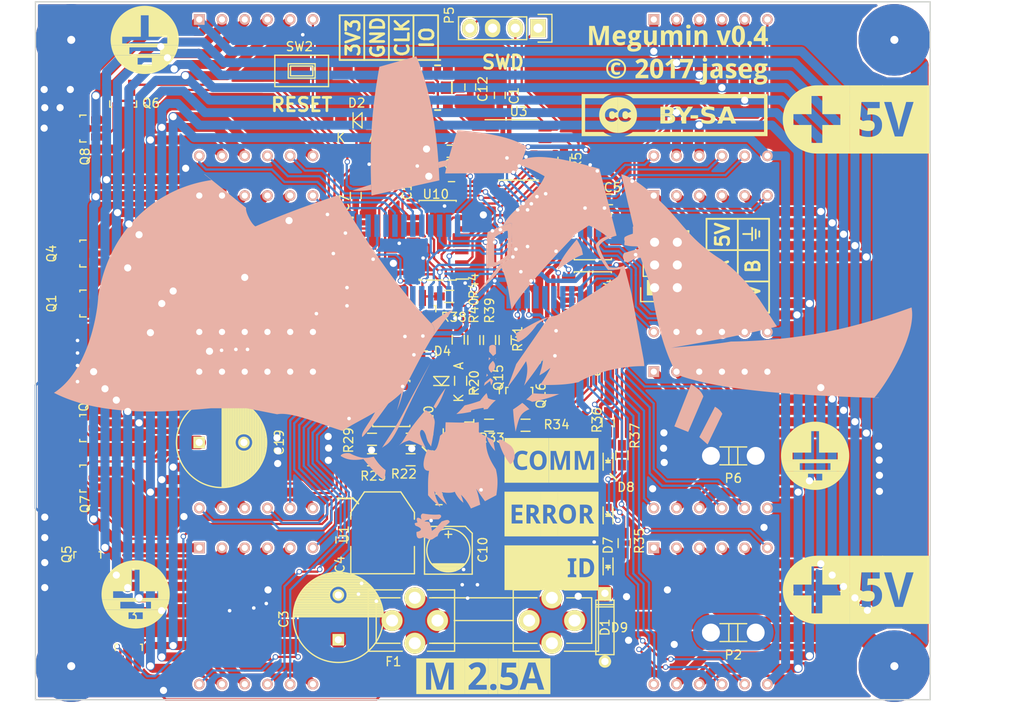
<source format=kicad_pcb>
(kicad_pcb (version 4) (host pcbnew 4.0.6)
  (layers (0 F.Cu signal) (31 B.Cu signal) (34 B.Paste user hide) (35 F.Paste user) (36 B.SilkS user hide) (37 F.SilkS user) (38 B.Mask user hide) (39 F.Mask user) (44 Edge.Cuts user))
  (net 0 "")
  (net 1 GND)
  (net 2 VDD)
  (net 3 +3V3)
  (net 4 /RST)
  (net 5 /XT1)
  (net 6 /XT2)
  (net 7 /~WD_RST)
  (net 8 /LED_ID)
  (net 9 /LED_ERROR)
  (net 10 /LED_COMM)
  (net 11 "Net-(D10-Pad6)")
  (net 12 "Net-(D10-Pad9)")
  (net 13 "Net-(D10-Pad8)")
  (net 14 "Net-(D10-Pad12)")
  (net 15 "Net-(D11-Pad6)")
  (net 16 "Net-(D11-Pad9)")
  (net 17 "Net-(D11-Pad8)")
  (net 18 "Net-(D11-Pad12)")
  (net 19 "Net-(D12-Pad6)")
  (net 20 "Net-(D12-Pad9)")
  (net 21 "Net-(D12-Pad8)")
  (net 22 "Net-(D12-Pad12)")
  (net 23 "Net-(D13-Pad6)")
  (net 24 "Net-(D13-Pad9)")
  (net 25 "Net-(D13-Pad8)")
  (net 26 "Net-(D13-Pad12)")
  (net 27 /SEG_E_COM)
  (net 28 /SEG_D_COM)
  (net 29 /SEG_DP_COM)
  (net 30 /SEG_C_COM)
  (net 31 /SEG_G_COM)
  (net 32 "Net-(D14-Pad6)")
  (net 33 "Net-(D14-Pad9)")
  (net 34 "Net-(D14-Pad8)")
  (net 35 "Net-(D14-Pad12)")
  (net 36 /SEG_A_COM)
  (net 37 /SEG_B_COM)
  (net 38 /SEG_F_COM)
  (net 39 "Net-(D15-Pad6)")
  (net 40 "Net-(D15-Pad9)")
  (net 41 "Net-(D15-Pad8)")
  (net 42 "Net-(D15-Pad12)")
  (net 43 "Net-(D16-Pad6)")
  (net 44 "Net-(D16-Pad9)")
  (net 45 "Net-(D16-Pad8)")
  (net 46 "Net-(D16-Pad12)")
  (net 47 "Net-(D17-Pad6)")
  (net 48 "Net-(D17-Pad9)")
  (net 49 "Net-(D17-Pad8)")
  (net 50 "Net-(D17-Pad12)")
  (net 51 /RS485_A)
  (net 52 /RS485_B)
  (net 53 /SWDIO)
  (net 54 /SWCLK)
  (net 55 /SEG_A_CTRL)
  (net 56 /SEG_E_CTRL)
  (net 57 /~OE)
  (net 58 /RS485_DE)
  (net 59 /R_SET_CTRL0)
  (net 60 /R_SET_CTRL1)
  (net 61 "Net-(R38-Pad2)")
  (net 62 /mux_mod_left/R_SET_0)
  (net 63 "Net-(R40-Pad2)")
  (net 64 /mux_mod_left/R_SET_1)
  (net 65 /RS485_RX)
  (net 66 /RS485_TX)
  (net 67 /SCK)
  (net 68 /MOSI_C0)
  (net 69 /STROBE)
  (net 70 /AUX_STROBE)
  (net 71 "Net-(U5-Pad4)")
  (net 72 /VDD_PRE_FUSE)
  (net 73 /~WD_RST1)
  (net 74 /~WD_RST2)
  (net 75 /WD_REF2)
  (net 76 /WD_REF1)
  (net 77 "Net-(D7-Pad2)")
  (net 78 "Net-(D8-Pad2)")
  (net 79 "Net-(D9-Pad2)")
  (net 80 "Net-(U5-Pad5)")
  (net 81 "Net-(U5-Pad15)")
  (net 82 /WD_COMP1)
  (net 83 "Net-(Q14-Pad1)")
  (net 84 "Net-(Q15-Pad1)")
  (net 85 "Net-(Q16-Pad1)")
  (net 86 /~OE_HV)
  (net 87 /MOSI_C1_HV)
  (net 88 /STROBE_HV)
  (net 89 /mux_mod_right/SDO)
  (net 90 /MOSI_C0_HV)
  (net 91 "Net-(R1-Pad2)")
  (net 92 "Net-(U3-Pad10)")
  (net 93 "Net-(U3-Pad14)")
  (net 94 "Net-(U3-Pad6)")
  (net 95 /SCK_HV)
  (net 96 /~OE_HV_CB)
  (net 97 /SEG_C_CTRL)
  (net 98 /SEG_G_CTLR)
  (net 99 /SEG_B_CTRL)
  (net 100 /SEG_DP_CTRL)
  (net 101 /SEG_F_CTRL)
  (net 102 /SEG_D_CTRL)
  (net 103 +5V)
  (net 104 /MOSI_C2)
  (net 105 "Net-(U7-Pad9)")
  (module footprints:7seg_4digit_cc_modified (layer B.Cu) (at 118.11 65.405)
    (fp_text reference D12 hide)
    (fp_text value 7seg_4digit_cc)
    (pad 1 thru_hole rect (at 0 0) (size 1.2 1.2) (drill 0.7) (layers *.Cu *.Mask B.SilkS) (net 27 /SEG_E_COM))
    (pad 2 thru_hole circle (at 2.54 0) (size 1.2 1.2) (drill 0.7) (layers *.Cu *.Mask B.SilkS) (net 28 /SEG_D_COM))
    (pad 3 thru_hole circle (at 5.08 0) (size 1.2 1.2) (drill 0.7) (layers *.Cu *.Mask B.SilkS) (net 29 /SEG_DP_COM))
    (pad 4 thru_hole circle (at 7.62 0) (size 1.2 1.2) (drill 0.7) (layers *.Cu *.Mask B.SilkS) (net 30 /SEG_C_COM))
    (pad 5 thru_hole circle (at 10.16 0) (size 1.2 1.2) (drill 0.7) (layers *.Cu *.Mask B.SilkS) (net 31 /SEG_G_COM))
    (pad 6 thru_hole circle (at 12.7 0) (size 1.2 1.2) (drill 0.7) (layers *.Cu *.Mask B.SilkS) (net 19 "Net-(D12-Pad6)"))
    (pad 9 thru_hole circle (at 7.62 15.24) (size 1.2 1.2) (drill 0.7) (layers *.Cu *.Mask B.SilkS) (net 20 "Net-(D12-Pad9)"))
    (pad 8 thru_hole circle (at 10.16 15.24) (size 1.2 1.2) (drill 0.7) (layers *.Cu *.Mask B.SilkS) (net 21 "Net-(D12-Pad8)"))
    (pad 12 thru_hole circle (at 0 15.24) (size 1.2 1.2) (drill 0.7) (layers *.Cu *.Mask B.SilkS) (net 22 "Net-(D12-Pad12)"))
    (pad 11 thru_hole circle (at 2.54 15.24) (size 1.2 1.2) (drill 0.7) (layers *.Cu *.Mask B.SilkS) (net 36 /SEG_A_COM))
    (pad 7 thru_hole circle (at 12.7 15.24) (size 1.2 1.2) (drill 0.7) (layers *.Cu *.Mask B.SilkS) (net 37 /SEG_B_COM))
    (pad 10 thru_hole circle (at 5.08 15.24) (size 1.2 1.2) (drill 0.7) (layers *.Cu *.Mask B.SilkS) (net 38 /SEG_F_COM))
  )
  (module footprints:label_fuse_04 (layer F.Cu) (at 99.06 119.126)
    (fp_text reference svg2mod hide)
    (fp_text value G*** hide)
  )
  (module footprints:m3_pillar (layer F.Cu) (at 159.261 115.275)
    (fp_text reference P1 hide)
    (fp_text value VIN)
    (pad 1 thru_hole circle (at -14.261 -67.275) (size 8 8) (drill 0.9) (layers *.Cu *.Mask) (net 72 /VDD_PRE_FUSE))
  )
  (module footprints:m3_pillar (layer F.Cu) (at 52.5 117.4)
    (fp_text reference P3 hide)
    (fp_text value GND)
    (pad 1 thru_hole circle (at 0.5 0.6) (size 8 8) (drill 0.9) (layers *.Cu *.Mask) (net 1 GND))
  )
  (module Resistors_SMD:R_0603_HandSoldering (layer F.Cu) (at 99.75 81.55 90)
    (fp_text reference R39 (at 3.3 0 270) (layer F.SilkS))
    (fp_text value R)
    (pad 1 smd rect (at -1.1 0 90) (size 1.2 0.9) (layers F.Cu F.Paste F.Mask) (net 64 /mux_mod_left/R_SET_1))
    (pad 2 smd rect (at 1.1 0 90) (size 1.2 0.9) (layers F.Cu F.Paste F.Mask) (net 61 "Net-(R38-Pad2)"))
  )
  (module TO_SOT_Packages_SMD:SOT-223 (layer F.Cu) (at 87.8 103.1)
    (fp_text reference U1 (at -4.3 0.15 270) (layer F.SilkS))
    (fp_text value LD1117S33CTR)
    (pad 4 smd rect (at 0 -3.302) (size 3.6576 2.032) (layers F.Cu F.Paste F.Mask) (net 3 +3V3))
    (pad 2 smd rect (at 0 3.302) (size 1.016 2.032) (layers F.Cu F.Paste F.Mask) (net 3 +3V3))
    (pad 3 smd rect (at 2.286 3.302) (size 1.016 2.032) (layers F.Cu F.Paste F.Mask) (net 103 +5V))
    (pad 1 smd rect (at -2.286 3.302) (size 1.016 2.032) (layers F.Cu F.Paste F.Mask) (net 1 GND))
  )
  (module Housings_SSOP:TSSOP-20_4.4x6.5mm_Pitch0.65mm (layer F.Cu) (at 103 60.3)
    (fp_text reference U3 (at 0 -4.3 180) (layer F.SilkS))
    (fp_text value STM32F030F4Px)
    (pad 1 smd rect (at -2.95 -2.925) (size 1.45 0.45) (layers F.Cu F.Paste F.Mask) (net 1 GND))
    (pad 2 smd rect (at -2.95 -2.275) (size 1.45 0.45) (layers F.Cu F.Paste F.Mask) (net 5 /XT1))
    (pad 3 smd rect (at -2.95 -1.625) (size 1.45 0.45) (layers F.Cu F.Paste F.Mask) (net 6 /XT2))
    (pad 4 smd rect (at -2.95 -0.975) (size 1.45 0.45) (layers F.Cu F.Paste F.Mask) (net 4 /RST))
    (pad 5 smd rect (at -2.95 -0.325) (size 1.45 0.45) (layers F.Cu F.Paste F.Mask) (net 3 +3V3))
    (pad 6 smd rect (at -2.95 0.325) (size 1.45 0.45) (layers F.Cu F.Paste F.Mask) (net 94 "Net-(U3-Pad6)"))
    (pad 7 smd rect (at -2.95 0.975) (size 1.45 0.45) (layers F.Cu F.Paste F.Mask) (net 58 /RS485_DE))
    (pad 8 smd rect (at -2.95 1.625) (size 1.45 0.45) (layers F.Cu F.Paste F.Mask) (net 66 /RS485_TX))
    (pad 9 smd rect (at -2.95 2.275) (size 1.45 0.45) (layers F.Cu F.Paste F.Mask) (net 65 /RS485_RX))
    (pad 10 smd rect (at -2.95 2.925) (size 1.45 0.45) (layers F.Cu F.Paste F.Mask) (net 92 "Net-(U3-Pad10)"))
    (pad 11 smd rect (at 2.95 2.925) (size 1.45 0.45) (layers F.Cu F.Paste F.Mask) (net 67 /SCK))
    (pad 12 smd rect (at 2.95 2.275) (size 1.45 0.45) (layers F.Cu F.Paste F.Mask) (net 57 /~OE))
    (pad 13 smd rect (at 2.95 1.625) (size 1.45 0.45) (layers F.Cu F.Paste F.Mask) (net 68 /MOSI_C0))
    (pad 14 smd rect (at 2.95 0.975) (size 1.45 0.45) (layers F.Cu F.Paste F.Mask) (net 93 "Net-(U3-Pad14)"))
    (pad 15 smd rect (at 2.95 0.325) (size 1.45 0.45) (layers F.Cu F.Paste F.Mask) (net 1 GND))
    (pad 16 smd rect (at 2.95 -0.325) (size 1.45 0.45) (layers F.Cu F.Paste F.Mask) (net 3 +3V3))
    (pad 17 smd rect (at 2.95 -0.975) (size 1.45 0.45) (layers F.Cu F.Paste F.Mask) (net 69 /STROBE))
    (pad 18 smd rect (at 2.95 -1.625) (size 1.45 0.45) (layers F.Cu F.Paste F.Mask) (net 70 /AUX_STROBE))
    (pad 19 smd rect (at 2.95 -2.275) (size 1.45 0.45) (layers F.Cu F.Paste F.Mask) (net 53 /SWDIO))
    (pad 20 smd rect (at 2.95 -2.925) (size 1.45 0.45) (layers F.Cu F.Paste F.Mask) (net 54 /SWCLK))
  )
  (module Housings_SOIC:SOIC-8_3.9x4.9mm_Pitch1.27mm (layer F.Cu) (at 111.3 70)
    (fp_text reference U2 (at -3.05 -3.5 180) (layer F.SilkS))
    (fp_text value SP3485CN)
    (pad 1 smd rect (at -2.7 -1.905) (size 1.55 0.6) (layers F.Cu F.Paste F.Mask) (net 65 /RS485_RX))
    (pad 2 smd rect (at -2.7 -0.635) (size 1.55 0.6) (layers F.Cu F.Paste F.Mask) (net 58 /RS485_DE))
    (pad 3 smd rect (at -2.7 0.635) (size 1.55 0.6) (layers F.Cu F.Paste F.Mask) (net 58 /RS485_DE))
    (pad 4 smd rect (at -2.7 1.905) (size 1.55 0.6) (layers F.Cu F.Paste F.Mask) (net 66 /RS485_TX))
    (pad 5 smd rect (at 2.7 1.905) (size 1.55 0.6) (layers F.Cu F.Paste F.Mask) (net 1 GND))
    (pad 6 smd rect (at 2.7 0.635) (size 1.55 0.6) (layers F.Cu F.Paste F.Mask) (net 51 /RS485_A))
    (pad 7 smd rect (at 2.7 -0.635) (size 1.55 0.6) (layers F.Cu F.Paste F.Mask) (net 52 /RS485_B))
    (pad 8 smd rect (at 2.7 -1.905) (size 1.55 0.6) (layers F.Cu F.Paste F.Mask) (net 3 +3V3))
  )
  (module Capacitors_SMD:C_0603_HandSoldering (layer F.Cu) (at 95.504 63.246)
    (fp_text reference C2 (at 0.1016 -1.3208 180) (layer F.SilkS))
    (fp_text value 100n)
    (pad 1 smd rect (at -0.95 0) (size 1.2 0.75) (layers F.Cu F.Paste F.Mask) (net 1 GND))
    (pad 2 smd rect (at 0.95 0) (size 1.2 0.75) (layers F.Cu F.Paste F.Mask) (net 103 +5V))
  )
  (module Capacitors_SMD:c_elec_5x5.8 (layer F.Cu) (at 95.15 105.05 90)
    (fp_text reference C10 (at 0.05 3.85 270) (layer F.SilkS))
    (fp_text value 47u)
    (pad 1 smd rect (at 2.19964 0 90) (size 2.99974 1.6002) (layers F.Cu F.Paste F.Mask) (net 3 +3V3))
    (pad 2 smd rect (at -2.19964 0 90) (size 2.99974 1.6002) (layers F.Cu F.Paste F.Mask) (net 1 GND))
  )
  (module Resistors_SMD:R_0603_HandSoldering (layer F.Cu) (at 114.8 104.25 270)
    (fp_text reference R35 (at -0.25 -1.7 270) (layer F.SilkS))
    (fp_text value 100)
    (pad 1 smd rect (at -1.1 0 270) (size 1.2 0.9) (layers F.Cu F.Paste F.Mask) (net 8 /LED_ID))
    (pad 2 smd rect (at 1.1 0 270) (size 1.2 0.9) (layers F.Cu F.Paste F.Mask) (net 77 "Net-(D7-Pad2)"))
  )
  (module Diodes_SMD:MiniMELF_Standard (layer F.Cu) (at 84.9 57)
    (fp_text reference D2 (at 0 -1.95 180) (layer F.SilkS))
    (fp_text value D_Small)
    (fp_text user K (at -1.8 1.95 180) (layer F.SilkS))
    (fp_text user A (at 1.8 1.95 180) (layer F.SilkS))
    (pad 1 smd rect (at -1.75006 0) (size 1.30048 1.69926) (layers F.Cu F.Paste F.Mask) (net 7 /~WD_RST))
    (pad 2 smd rect (at 1.75006 0) (size 1.30048 1.69926) (layers F.Cu F.Paste F.Mask) (net 4 /RST))
  )
  (module Diodes_SMD:MiniMELF_Standard (layer F.Cu) (at 94.361 86.233 90)
    (fp_text reference D4 (at 3.429 0.127 0) (layer F.SilkS))
    (fp_text value D_Small)
    (fp_text user K (at -1.8 1.95 270) (layer F.SilkS))
    (fp_text user A (at 1.8 1.95 270) (layer F.SilkS))
    (pad 1 smd rect (at -1.75006 0 90) (size 1.30048 1.69926) (layers F.Cu F.Paste F.Mask) (net 74 /~WD_RST2))
    (pad 2 smd rect (at 1.75006 0 90) (size 1.30048 1.69926) (layers F.Cu F.Paste F.Mask) (net 7 /~WD_RST))
  )
  (module Diodes_SMD:MiniMELF_Standard (layer F.Cu) (at 87.884 84.455)
    (fp_text reference D3 (at -3.81 -0.762 180) (layer F.SilkS))
    (fp_text value D_Small)
    (fp_text user K (at -1.8 1.95 180) (layer F.SilkS))
    (fp_text user A (at 1.8 1.95 180) (layer F.SilkS))
    (pad 1 smd rect (at -1.75006 0) (size 1.30048 1.69926) (layers F.Cu F.Paste F.Mask) (net 73 /~WD_RST1))
    (pad 2 smd rect (at 1.75006 0) (size 1.30048 1.69926) (layers F.Cu F.Paste F.Mask) (net 7 /~WD_RST))
  )
  (module Capacitors_SMD:C_0603_HandSoldering (layer F.Cu) (at 83.185 103.886 90)
    (fp_text reference C4 (at -2.75 -0.15 270) (layer F.SilkS))
    (fp_text value 100n)
    (pad 1 smd rect (at -0.95 0 90) (size 1.2 0.75) (layers F.Cu F.Paste F.Mask) (net 1 GND))
    (pad 2 smd rect (at 0.95 0 90) (size 1.2 0.75) (layers F.Cu F.Paste F.Mask) (net 103 +5V))
  )
  (module Capacitors_SMD:C_0603_HandSoldering (layer F.Cu) (at 113.15 65.825)
    (fp_text reference C5 (at 0.35 -1.325 180) (layer F.SilkS))
    (fp_text value 100n)
    (pad 1 smd rect (at -0.95 0) (size 1.2 0.75) (layers F.Cu F.Paste F.Mask) (net 1 GND))
    (pad 2 smd rect (at 0.95 0) (size 1.2 0.75) (layers F.Cu F.Paste F.Mask) (net 3 +3V3))
  )
  (module Capacitors_SMD:C_0603_HandSoldering (layer F.Cu) (at 106.225 83.45 90)
    (fp_text reference C6 (at -0.05 -1.225 270) (layer F.SilkS))
    (fp_text value 100n)
    (pad 1 smd rect (at -0.95 0 90) (size 1.2 0.75) (layers F.Cu F.Paste F.Mask) (net 1 GND))
    (pad 2 smd rect (at 0.95 0 90) (size 1.2 0.75) (layers F.Cu F.Paste F.Mask) (net 3 +3V3))
  )
  (module Capacitors_SMD:C_0603_HandSoldering (layer F.Cu) (at 84.8 65.4 270)
    (fp_text reference C7 (at 0.8382 1.2446 90) (layer F.SilkS))
    (fp_text value 100n)
    (pad 1 smd rect (at -0.95 0 270) (size 1.2 0.75) (layers F.Cu F.Paste F.Mask) (net 1 GND))
    (pad 2 smd rect (at 0.95 0 270) (size 1.2 0.75) (layers F.Cu F.Paste F.Mask) (net 103 +5V))
  )
  (module Capacitors_SMD:C_0603_HandSoldering (layer F.Cu) (at 87.884 75.565 270)
    (fp_text reference C8 (at 1.05 1.7 90) (layer F.SilkS))
    (fp_text value 100n)
    (pad 1 smd rect (at -0.95 0 270) (size 1.2 0.75) (layers F.Cu F.Paste F.Mask) (net 1 GND))
    (pad 2 smd rect (at 0.95 0 270) (size 1.2 0.75) (layers F.Cu F.Paste F.Mask) (net 103 +5V))
  )
  (module Capacitors_SMD:C_0603_HandSoldering (layer F.Cu) (at 94.1 99.35)
    (fp_text reference C9 (at 0 -1.9 180) (layer F.SilkS))
    (fp_text value 100n)
    (pad 1 smd rect (at -0.95 0) (size 1.2 0.75) (layers F.Cu F.Paste F.Mask) (net 1 GND))
    (pad 2 smd rect (at 0.95 0) (size 1.2 0.75) (layers F.Cu F.Paste F.Mask) (net 3 +3V3))
  )
  (module Capacitors_SMD:C_0603_HandSoldering (layer F.Cu) (at 90.4 61.1 270)
    (fp_text reference C11 (at 3.3782 -0.127 90) (layer F.SilkS))
    (fp_text value 10n)
    (pad 1 smd rect (at -0.95 0 270) (size 1.2 0.75) (layers F.Cu F.Paste F.Mask) (net 4 /RST))
    (pad 2 smd rect (at 0.95 0 270) (size 1.2 0.75) (layers F.Cu F.Paste F.Mask) (net 1 GND))
  )
  (module Capacitors_SMD:C_0603_HandSoldering (layer F.Cu) (at 97.6 53.275 270)
    (fp_text reference C12 (at 0.225 -1.4 90) (layer F.SilkS))
    (fp_text value 22p)
    (pad 1 smd rect (at -0.95 0 270) (size 1.2 0.75) (layers F.Cu F.Paste F.Mask) (net 1 GND))
    (pad 2 smd rect (at 0.95 0 270) (size 1.2 0.75) (layers F.Cu F.Paste F.Mask) (net 5 /XT1))
  )
  (module Capacitors_SMD:C_0603_HandSoldering (layer F.Cu) (at 90.375 53.2 90)
    (fp_text reference C13 (at -0.05 -1.375 270) (layer F.SilkS))
    (fp_text value 22p)
    (pad 1 smd rect (at -0.95 0 90) (size 1.2 0.75) (layers F.Cu F.Paste F.Mask) (net 1 GND))
    (pad 2 smd rect (at 0.95 0 90) (size 1.2 0.75) (layers F.Cu F.Paste F.Mask) (net 6 /XT2))
  )
  (module Capacitors_SMD:C_0603_HandSoldering (layer F.Cu) (at 93.98 91.821 270)
    (fp_text reference C20 (at -1.524 1.016 90) (layer F.SilkS))
    (fp_text value 100n)
    (pad 1 smd rect (at -0.95 0 270) (size 1.2 0.75) (layers F.Cu F.Paste F.Mask) (net 82 /WD_COMP1))
    (pad 2 smd rect (at 0.95 0 270) (size 1.2 0.75) (layers F.Cu F.Paste F.Mask) (net 1 GND))
  )
  (module LEDs:LED_0603 (layer F.Cu) (at 113 107 270)
    (fp_text reference D7 (at -2.5 0 270) (layer F.SilkS))
    (fp_text value ID)
    (pad 2 smd rect (at 0.7493 0 90) (size 0.79756 0.79756) (layers F.Cu F.Paste F.Mask) (net 77 "Net-(D7-Pad2)"))
    (pad 1 smd rect (at -0.7493 0 90) (size 0.79756 0.79756) (layers F.Cu F.Paste F.Mask) (net 1 GND))
  )
  (module LEDs:LED_0603 (layer F.Cu) (at 113 95 90)
    (fp_text reference D8 (at -3 2 180) (layer F.SilkS))
    (fp_text value ERROR)
    (pad 2 smd rect (at 0.7493 0 270) (size 0.79756 0.79756) (layers F.Cu F.Paste F.Mask) (net 78 "Net-(D8-Pad2)"))
    (pad 1 smd rect (at -0.7493 0 270) (size 0.79756 0.79756) (layers F.Cu F.Paste F.Mask) (net 1 GND))
  )
  (module LEDs:LED_0603 (layer F.Cu) (at 113 101 90)
    (fp_text reference D9 (at -12.7 1.27 0) (layer F.SilkS))
    (fp_text value COMM)
    (pad 2 smd rect (at 0.7493 0 270) (size 0.79756 0.79756) (layers F.Cu F.Paste F.Mask) (net 79 "Net-(D9-Pad2)"))
    (pad 1 smd rect (at -0.7493 0 270) (size 0.79756 0.79756) (layers F.Cu F.Paste F.Mask) (net 1 GND))
  )
  (module Fuse_Holders_and_Fuses:Fuseholder5x20_horiz_open_universal_Type-III (layer F.Cu) (at 99.06 112.903 180)
    (fp_text reference F1 (at 10.06 -4.597 0) (layer F.SilkS))
    (fp_text value "2.5A MT")
    (pad 2 thru_hole circle (at 5.12064 0 180) (size 2.3495 2.3495) (drill 1.34874) (layers *.Cu *.Mask F.SilkS) (net 2 VDD))
    (pad 2 thru_hole circle (at 10.20064 0 180) (size 2.3495 2.3495) (drill 1.34874) (layers *.Cu *.Mask F.SilkS) (net 2 VDD))
    (pad 1 thru_hole circle (at -5.1181 0 180) (size 2.3495 2.3495) (drill 1.34874) (layers *.Cu *.Mask F.SilkS) (net 72 /VDD_PRE_FUSE))
    (pad 1 thru_hole circle (at -10.1981 0 180) (size 2.3495 2.3495) (drill 1.34874) (layers *.Cu *.Mask F.SilkS) (net 72 /VDD_PRE_FUSE))
    (pad 2 thru_hole circle (at 7.66064 -2.54 180) (size 2.3495 2.3495) (drill 1.34874) (layers *.Cu *.Mask F.SilkS) (net 2 VDD))
    (pad 2 thru_hole circle (at 7.66064 2.54 180) (size 2.3495 2.3495) (drill 1.34874) (layers *.Cu *.Mask F.SilkS) (net 2 VDD))
    (pad 1 thru_hole circle (at -7.6581 -2.54 180) (size 2.3495 2.3495) (drill 1.34874) (layers *.Cu *.Mask F.SilkS) (net 72 /VDD_PRE_FUSE))
    (pad 1 thru_hole circle (at -7.6581 2.54 180) (size 2.3495 2.3495) (drill 1.34874) (layers *.Cu *.Mask F.SilkS) (net 72 /VDD_PRE_FUSE))
  )
  (module Socket_Strips:Socket_Strip_Straight_1x04 (layer F.Cu) (at 105.175 46.7 180)
    (fp_text reference P5 (at 9.925 1.45 90) (layer F.SilkS))
    (fp_text value SWD)
    (pad 1 thru_hole rect (at 0 0 180) (size 1.7272 2.032) (drill 1.016) (layers *.Cu *.Mask F.SilkS) (net 53 /SWDIO))
    (pad 2 thru_hole oval (at 2.54 0 180) (size 1.7272 2.032) (drill 1.016) (layers *.Cu *.Mask F.SilkS) (net 54 /SWCLK))
    (pad 3 thru_hole oval (at 5.08 0 180) (size 1.7272 2.032) (drill 1.016) (layers *.Cu *.Mask F.SilkS) (net 1 GND))
    (pad 4 thru_hole oval (at 7.62 0 180) (size 1.7272 2.032) (drill 1.016) (layers *.Cu *.Mask F.SilkS) (net 3 +3V3))
  )
  (module TO_SOT_Packages_SMD:SOT-23_Handsoldering (layer F.Cu) (at 54.61 77.47 90)
    (fp_text reference Q1 (at 0 -3.81 270) (layer F.SilkS))
    (fp_text value AO3415A)
    (pad 1 smd rect (at -0.95 1.50114 90) (size 0.8001 1.80086) (layers F.Cu F.Paste F.Mask) (net 97 /SEG_C_CTRL))
    (pad 2 smd rect (at 0.95 1.50114 90) (size 0.8001 1.80086) (layers F.Cu F.Paste F.Mask) (net 30 /SEG_C_COM))
    (pad 3 smd rect (at 0 -1.50114 90) (size 0.8001 1.80086) (layers F.Cu F.Paste F.Mask) (net 2 VDD))
  )
  (module TO_SOT_Packages_SMD:SOT-23_Handsoldering (layer F.Cu) (at 54.6 91.4 90)
    (fp_text reference Q2 (at 2.84 -0.191 270) (layer F.SilkS))
    (fp_text value AO3415A)
    (pad 1 smd rect (at -0.95 1.50114 90) (size 0.8001 1.80086) (layers F.Cu F.Paste F.Mask) (net 98 /SEG_G_CTLR))
    (pad 2 smd rect (at 0.95 1.50114 90) (size 0.8001 1.80086) (layers F.Cu F.Paste F.Mask) (net 31 /SEG_G_COM))
    (pad 3 smd rect (at 0 -1.50114 90) (size 0.8001 1.80086) (layers F.Cu F.Paste F.Mask) (net 2 VDD))
  )
  (module TO_SOT_Packages_SMD:SOT-23_Handsoldering (layer F.Cu) (at 59.436 116.205)
    (fp_text reference Q3 (at 0 -3.81 180) (layer F.SilkS))
    (fp_text value AO3415A)
    (pad 1 smd rect (at -0.95 1.50114) (size 0.8001 1.80086) (layers F.Cu F.Paste F.Mask) (net 99 /SEG_B_CTRL))
    (pad 2 smd rect (at 0.95 1.50114) (size 0.8001 1.80086) (layers F.Cu F.Paste F.Mask) (net 37 /SEG_B_COM))
    (pad 3 smd rect (at 0 -1.50114) (size 0.8001 1.80086) (layers F.Cu F.Paste F.Mask) (net 2 VDD))
  )
  (module TO_SOT_Packages_SMD:SOT-23_Handsoldering (layer F.Cu) (at 54.61 71.882 90)
    (fp_text reference Q4 (at 0 -3.81 270) (layer F.SilkS))
    (fp_text value AO3415A)
    (pad 1 smd rect (at -0.95 1.50114 90) (size 0.8001 1.80086) (layers F.Cu F.Paste F.Mask) (net 100 /SEG_DP_CTRL))
    (pad 2 smd rect (at 0.95 1.50114 90) (size 0.8001 1.80086) (layers F.Cu F.Paste F.Mask) (net 29 /SEG_DP_COM))
    (pad 3 smd rect (at 0 -1.50114 90) (size 0.8001 1.80086) (layers F.Cu F.Paste F.Mask) (net 2 VDD))
  )
  (module TO_SOT_Packages_SMD:SOT-23_Handsoldering (layer F.Cu) (at 54.8 105.872)
    (fp_text reference Q5 (at -2.3 -0.372 270) (layer F.SilkS))
    (fp_text value AO3415A)
    (pad 1 smd rect (at -0.95 1.50114) (size 0.8001 1.80086) (layers F.Cu F.Paste F.Mask) (net 101 /SEG_F_CTRL))
    (pad 2 smd rect (at 0.95 1.50114) (size 0.8001 1.80086) (layers F.Cu F.Paste F.Mask) (net 38 /SEG_F_COM))
    (pad 3 smd rect (at 0 -1.50114) (size 0.8001 1.80086) (layers F.Cu F.Paste F.Mask) (net 2 VDD))
  )
  (module TO_SOT_Packages_SMD:SOT-23_Handsoldering (layer F.Cu) (at 58.801 54.864 180)
    (fp_text reference Q6 (at -3.111 -0.208 0) (layer F.SilkS))
    (fp_text value AO3415A)
    (pad 1 smd rect (at -0.95 1.50114 180) (size 0.8001 1.80086) (layers F.Cu F.Paste F.Mask) (net 102 /SEG_D_CTRL))
    (pad 2 smd rect (at 0.95 1.50114 180) (size 0.8001 1.80086) (layers F.Cu F.Paste F.Mask) (net 28 /SEG_D_COM))
    (pad 3 smd rect (at 0 -1.50114 180) (size 0.8001 1.80086) (layers F.Cu F.Paste F.Mask) (net 2 VDD))
  )
  (module TO_SOT_Packages_SMD:SOT-23_Handsoldering (layer F.Cu) (at 54.61 97.028 90)
    (fp_text reference Q7 (at -2.875 -0.064 270) (layer F.SilkS))
    (fp_text value AO3415A)
    (pad 1 smd rect (at -0.95 1.50114 90) (size 0.8001 1.80086) (layers F.Cu F.Paste F.Mask) (net 55 /SEG_A_CTRL))
    (pad 2 smd rect (at 0.95 1.50114 90) (size 0.8001 1.80086) (layers F.Cu F.Paste F.Mask) (net 36 /SEG_A_COM))
    (pad 3 smd rect (at 0 -1.50114 90) (size 0.8001 1.80086) (layers F.Cu F.Paste F.Mask) (net 2 VDD))
  )
  (module TO_SOT_Packages_SMD:SOT-23_Handsoldering (layer F.Cu) (at 54.61 57.912 90)
    (fp_text reference Q8 (at -3.129 -0.064 270) (layer F.SilkS))
    (fp_text value AO3415A)
    (pad 1 smd rect (at -0.95 1.50114 90) (size 0.8001 1.80086) (layers F.Cu F.Paste F.Mask) (net 56 /SEG_E_CTRL))
    (pad 2 smd rect (at 0.95 1.50114 90) (size 0.8001 1.80086) (layers F.Cu F.Paste F.Mask) (net 27 /SEG_E_COM))
    (pad 3 smd rect (at 0 -1.50114 90) (size 0.8001 1.80086) (layers F.Cu F.Paste F.Mask) (net 2 VDD))
  )
  (module Resistors_SMD:R_0603_HandSoldering (layer F.Cu) (at 88.55 81.275 270)
    (fp_text reference R1 (at -1.275 1.55 90) (layer F.SilkS))
    (fp_text value 47k)
    (pad 1 smd rect (at -1.1 0 270) (size 1.2 0.9) (layers F.Cu F.Paste F.Mask) (net 1 GND))
    (pad 2 smd rect (at 1.1 0 270) (size 1.2 0.9) (layers F.Cu F.Paste F.Mask) (net 91 "Net-(R1-Pad2)"))
  )
  (module Resistors_SMD:R_0603_HandSoldering (layer F.Cu) (at 95.504 60.452 180)
    (fp_text reference R3 (at -3.1242 0.0508 0) (layer F.SilkS))
    (fp_text value 47k)
    (pad 1 smd rect (at -1.1 0 180) (size 1.2 0.9) (layers F.Cu F.Paste F.Mask) (net 3 +3V3))
    (pad 2 smd rect (at 1.1 0 180) (size 1.2 0.9) (layers F.Cu F.Paste F.Mask) (net 4 /RST))
  )
  (module Resistors_SMD:R_0603_HandSoldering (layer F.Cu) (at 105.918 71.501 270)
    (fp_text reference R4 (at -2.95 -0.125 90) (layer F.SilkS))
    (fp_text value 100k)
    (pad 1 smd rect (at -1.1 0 270) (size 1.2 0.9) (layers F.Cu F.Paste F.Mask) (net 58 /RS485_DE))
    (pad 2 smd rect (at 1.1 0 270) (size 1.2 0.9) (layers F.Cu F.Paste F.Mask) (net 1 GND))
  )
  (module Resistors_SMD:R_0603_HandSoldering (layer F.Cu) (at 108.075 61.625 90)
    (fp_text reference R5 (at 0.125 1.425 270) (layer F.SilkS))
    (fp_text value 10k)
    (pad 1 smd rect (at -1.1 0 90) (size 1.2 0.9) (layers F.Cu F.Paste F.Mask) (net 57 /~OE))
    (pad 2 smd rect (at 1.1 0 90) (size 1.2 0.9) (layers F.Cu F.Paste F.Mask) (net 3 +3V3))
  )
  (module Resistors_SMD:R_0603_HandSoldering (layer F.Cu) (at 92.325 82.1)
    (fp_text reference R19 (at -2.325 -0.1 270) (layer F.SilkS))
    (fp_text value 10k)
    (pad 1 smd rect (at -1.1 0) (size 1.2 0.9) (layers F.Cu F.Paste F.Mask) (net 83 "Net-(Q14-Pad1)"))
    (pad 2 smd rect (at 1.1 0) (size 1.2 0.9) (layers F.Cu F.Paste F.Mask) (net 7 /~WD_RST))
  )
  (module Resistors_SMD:R_0603_HandSoldering (layer F.Cu) (at 96.52 86.106 90)
    (fp_text reference R20 (at -0.254 1.524 270) (layer F.SilkS))
    (fp_text value 47k)
    (pad 1 smd rect (at -1.1 0 90) (size 1.2 0.9) (layers F.Cu F.Paste F.Mask) (net 103 +5V))
    (pad 2 smd rect (at 1.1 0 90) (size 1.2 0.9) (layers F.Cu F.Paste F.Mask) (net 7 /~WD_RST))
  )
  (module Resistors_SMD:R_0603_HandSoldering (layer F.Cu) (at 84.328 87.884 90)
    (fp_text reference R23 (at -0.116 -1.578 270) (layer F.SilkS))
    (fp_text value 470k)
    (pad 1 smd rect (at -1.1 0 90) (size 1.2 0.9) (layers F.Cu F.Paste F.Mask) (net 76 /WD_REF1))
    (pad 2 smd rect (at 1.1 0 90) (size 1.2 0.9) (layers F.Cu F.Paste F.Mask) (net 73 /~WD_RST1))
  )
  (module Resistors_SMD:R_0603_HandSoldering (layer F.Cu) (at 113 90.75 270)
    (fp_text reference R36 (at -0.25 1.25 270) (layer F.SilkS))
    (fp_text value 140)
    (pad 1 smd rect (at -1.1 0 270) (size 1.2 0.9) (layers F.Cu F.Paste F.Mask) (net 9 /LED_ERROR))
    (pad 2 smd rect (at 1.1 0 270) (size 1.2 0.9) (layers F.Cu F.Paste F.Mask) (net 78 "Net-(D8-Pad2)"))
  )
  (module Resistors_SMD:R_0603_HandSoldering (layer F.Cu) (at 114.55 94.425 270)
    (fp_text reference R37 (at -2.175 -1.45 90) (layer F.SilkS))
    (fp_text value 100)
    (pad 1 smd rect (at -1.1 0 270) (size 1.2 0.9) (layers F.Cu F.Paste F.Mask) (net 10 /LED_COMM))
    (pad 2 smd rect (at 1.1 0 270) (size 1.2 0.9) (layers F.Cu F.Paste F.Mask) (net 79 "Net-(D9-Pad2)"))
  )
  (module Resistors_SMD:R_0603_HandSoldering (layer F.Cu) (at 96.25 81.5 90)
    (fp_text reference R38 (at 2.5 -0.5 0) (layer F.SilkS))
    (fp_text value R)
    (pad 1 smd rect (at -1.1 0 90) (size 1.2 0.9) (layers F.Cu F.Paste F.Mask) (net 62 /mux_mod_left/R_SET_0))
    (pad 2 smd rect (at 1.1 0 90) (size 1.2 0.9) (layers F.Cu F.Paste F.Mask) (net 61 "Net-(R38-Pad2)"))
  )
  (module Resistors_SMD:R_0603_HandSoldering (layer F.Cu) (at 98 81.55 90)
    (fp_text reference R40 (at 3.3 0 270) (layer F.SilkS))
    (fp_text value R)
    (pad 1 smd rect (at -1.1 0 90) (size 1.2 0.9) (layers F.Cu F.Paste F.Mask) (net 62 /mux_mod_left/R_SET_0))
    (pad 2 smd rect (at 1.1 0 90) (size 1.2 0.9) (layers F.Cu F.Paste F.Mask) (net 63 "Net-(R40-Pad2)"))
  )
  (module Resistors_SMD:R_0603_HandSoldering (layer F.Cu) (at 101.5 81.55 90)
    (fp_text reference R41 (at 0.127 1.397 270) (layer F.SilkS))
    (fp_text value R)
    (pad 1 smd rect (at -1.1 0 90) (size 1.2 0.9) (layers F.Cu F.Paste F.Mask) (net 64 /mux_mod_left/R_SET_1))
    (pad 2 smd rect (at 1.1 0 90) (size 1.2 0.9) (layers F.Cu F.Paste F.Mask) (net 63 "Net-(R40-Pad2)"))
  )
  (module Housings_SOIC:SOIC-16_3.9x9.9mm_Pitch1.27mm (layer F.Cu) (at 111.3 79 180)
    (fp_text reference U5 (at 0 -6 0) (layer F.SilkS))
    (fp_text value 74HC595_mine)
    (pad 1 smd rect (at -2.7 -4.445 180) (size 1.5 0.6) (layers F.Cu F.Paste F.Mask) (net 9 /LED_ERROR))
    (pad 2 smd rect (at -2.7 -3.175 180) (size 1.5 0.6) (layers F.Cu F.Paste F.Mask) (net 10 /LED_COMM))
    (pad 3 smd rect (at -2.7 -1.905 180) (size 1.5 0.6) (layers F.Cu F.Paste F.Mask) (net 8 /LED_ID))
    (pad 4 smd rect (at -2.7 -0.635 180) (size 1.5 0.6) (layers F.Cu F.Paste F.Mask) (net 71 "Net-(U5-Pad4)"))
    (pad 5 smd rect (at -2.7 0.635 180) (size 1.5 0.6) (layers F.Cu F.Paste F.Mask) (net 80 "Net-(U5-Pad5)"))
    (pad 6 smd rect (at -2.7 1.905 180) (size 1.5 0.6) (layers F.Cu F.Paste F.Mask) (net 59 /R_SET_CTRL0))
    (pad 7 smd rect (at -2.7 3.175 180) (size 1.5 0.6) (layers F.Cu F.Paste F.Mask) (net 60 /R_SET_CTRL1))
    (pad 8 smd rect (at -2.7 4.445 180) (size 1.5 0.6) (layers F.Cu F.Paste F.Mask) (net 1 GND))
    (pad 9 smd rect (at 2.7 4.445 180) (size 1.5 0.6) (layers F.Cu F.Paste F.Mask) (net 104 /MOSI_C2))
    (pad 10 smd rect (at 2.7 3.175 180) (size 1.5 0.6) (layers F.Cu F.Paste F.Mask) (net 3 +3V3))
    (pad 11 smd rect (at 2.7 1.905 180) (size 1.5 0.6) (layers F.Cu F.Paste F.Mask) (net 67 /SCK))
    (pad 12 smd rect (at 2.7 0.635 180) (size 1.5 0.6) (layers F.Cu F.Paste F.Mask) (net 70 /AUX_STROBE))
    (pad 13 smd rect (at 2.7 -0.635 180) (size 1.5 0.6) (layers F.Cu F.Paste F.Mask) (net 1 GND))
    (pad 14 smd rect (at 2.7 -1.905 180) (size 1.5 0.6) (layers F.Cu F.Paste F.Mask) (net 68 /MOSI_C0))
    (pad 15 smd rect (at 2.7 -3.175 180) (size 1.5 0.6) (layers F.Cu F.Paste F.Mask) (net 81 "Net-(U5-Pad15)"))
    (pad 16 smd rect (at 2.7 -4.445 180) (size 1.5 0.6) (layers F.Cu F.Paste F.Mask) (net 3 +3V3))
  )
  (module Housings_SOIC:SOIC-8_3.9x4.9mm_Pitch1.27mm (layer F.Cu) (at 88.773 88.646)
    (fp_text reference U6 (at -4.572 -3.556 180) (layer F.SilkS))
    (fp_text value LM393)
    (pad 1 smd rect (at -2.7 -1.905) (size 1.55 0.6) (layers F.Cu F.Paste F.Mask) (net 73 /~WD_RST1))
    (pad 2 smd rect (at -2.7 -0.635) (size 1.55 0.6) (layers F.Cu F.Paste F.Mask) (net 91 "Net-(R1-Pad2)"))
    (pad 3 smd rect (at -2.7 0.635) (size 1.55 0.6) (layers F.Cu F.Paste F.Mask) (net 76 /WD_REF1))
    (pad 4 smd rect (at -2.7 1.905) (size 1.55 0.6) (layers F.Cu F.Paste F.Mask) (net 1 GND))
    (pad 5 smd rect (at 2.7 1.905) (size 1.55 0.6) (layers F.Cu F.Paste F.Mask) (net 75 /WD_REF2))
    (pad 6 smd rect (at 2.7 0.635) (size 1.55 0.6) (layers F.Cu F.Paste F.Mask) (net 82 /WD_COMP1))
    (pad 7 smd rect (at 2.7 -0.635) (size 1.55 0.6) (layers F.Cu F.Paste F.Mask) (net 74 /~WD_RST2))
    (pad 8 smd rect (at 2.7 -1.905) (size 1.55 0.6) (layers F.Cu F.Paste F.Mask) (net 103 +5V))
  )
  (module Housings_SOIC:SOIC-16_3.9x9.9mm_Pitch1.27mm (layer F.Cu) (at 82.423 72.898)
    (fp_text reference U7 (at 0 -6 180) (layer F.SilkS))
    (fp_text value 74HC595_mine)
    (pad 1 smd rect (at -2.7 -4.445) (size 1.5 0.6) (layers F.Cu F.Paste F.Mask) (net 56 /SEG_E_CTRL))
    (pad 2 smd rect (at -2.7 -3.175) (size 1.5 0.6) (layers F.Cu F.Paste F.Mask) (net 100 /SEG_DP_CTRL))
    (pad 3 smd rect (at -2.7 -1.905) (size 1.5 0.6) (layers F.Cu F.Paste F.Mask) (net 97 /SEG_C_CTRL))
    (pad 4 smd rect (at -2.7 -0.635) (size 1.5 0.6) (layers F.Cu F.Paste F.Mask) (net 98 /SEG_G_CTLR))
    (pad 5 smd rect (at -2.7 0.635) (size 1.5 0.6) (layers F.Cu F.Paste F.Mask) (net 55 /SEG_A_CTRL))
    (pad 6 smd rect (at -2.7 1.905) (size 1.5 0.6) (layers F.Cu F.Paste F.Mask) (net 99 /SEG_B_CTRL))
    (pad 7 smd rect (at -2.7 3.175) (size 1.5 0.6) (layers F.Cu F.Paste F.Mask) (net 101 /SEG_F_CTRL))
    (pad 8 smd rect (at -2.7 4.445) (size 1.5 0.6) (layers F.Cu F.Paste F.Mask) (net 1 GND))
    (pad 9 smd rect (at 2.7 4.445) (size 1.5 0.6) (layers F.Cu F.Paste F.Mask) (net 105 "Net-(U7-Pad9)"))
    (pad 10 smd rect (at 2.7 3.175) (size 1.5 0.6) (layers F.Cu F.Paste F.Mask) (net 103 +5V))
    (pad 11 smd rect (at 2.7 1.905) (size 1.5 0.6) (layers F.Cu F.Paste F.Mask) (net 67 /SCK))
    (pad 12 smd rect (at 2.7 0.635) (size 1.5 0.6) (layers F.Cu F.Paste F.Mask) (net 70 /AUX_STROBE))
    (pad 13 smd rect (at 2.7 -0.635) (size 1.5 0.6) (layers F.Cu F.Paste F.Mask) (net 1 GND))
    (pad 14 smd rect (at 2.7 -1.905) (size 1.5 0.6) (layers F.Cu F.Paste F.Mask) (net 104 /MOSI_C2))
    (pad 15 smd rect (at 2.7 -3.175) (size 1.5 0.6) (layers F.Cu F.Paste F.Mask) (net 102 /SEG_D_CTRL))
    (pad 16 smd rect (at 2.7 -4.445) (size 1.5 0.6) (layers F.Cu F.Paste F.Mask) (net 103 +5V))
  )
  (module Resistors_SMD:R_0603_HandSoldering (layer F.Cu) (at 96.266 91.694 90)
    (fp_text reference R21 (at 0 1.27 270) (layer F.SilkS))
    (fp_text value 470k)
    (pad 1 smd rect (at -1.1 0 90) (size 1.2 0.9) (layers F.Cu F.Paste F.Mask) (net 75 /WD_REF2))
    (pad 2 smd rect (at 1.1 0 90) (size 1.2 0.9) (layers F.Cu F.Paste F.Mask) (net 74 /~WD_RST2))
  )
  (module Resistors_SMD:R_0603_HandSoldering (layer F.Cu) (at 90.932 94.9325)
    (fp_text reference R22 (at -0.762 1.5875 180) (layer F.SilkS))
    (fp_text value 100k)
    (pad 1 smd rect (at -1.1 0) (size 1.2 0.9) (layers F.Cu F.Paste F.Mask) (net 75 /WD_REF2))
    (pad 2 smd rect (at 1.1 0) (size 1.2 0.9) (layers F.Cu F.Paste F.Mask) (net 103 +5V))
  )
  (module Resistors_SMD:R_0603_HandSoldering (layer F.Cu) (at 90.932 92.6465 180)
    (fp_text reference R24 (at -3.318 -1.8535 0) (layer F.SilkS))
    (fp_text value 10k)
    (pad 1 smd rect (at -1.1 0 180) (size 1.2 0.9) (layers F.Cu F.Paste F.Mask) (net 1 GND))
    (pad 2 smd rect (at 1.1 0 180) (size 1.2 0.9) (layers F.Cu F.Paste F.Mask) (net 75 /WD_REF2))
  )
  (module Resistors_SMD:R_0603_HandSoldering (layer F.Cu) (at 86.614 94.9325 180)
    (fp_text reference R25 (at -0.136 -1.8175 0) (layer F.SilkS))
    (fp_text value 47k)
    (pad 1 smd rect (at -1.1 0 180) (size 1.2 0.9) (layers F.Cu F.Paste F.Mask) (net 76 /WD_REF1))
    (pad 2 smd rect (at 1.1 0 180) (size 1.2 0.9) (layers F.Cu F.Paste F.Mask) (net 103 +5V))
  )
  (module Resistors_SMD:R_0603_HandSoldering (layer F.Cu) (at 86.614 92.6465)
    (fp_text reference R29 (at -2.614 0.1035 270) (layer F.SilkS))
    (fp_text value 47k)
    (pad 1 smd rect (at -1.1 0) (size 1.2 0.9) (layers F.Cu F.Paste F.Mask) (net 1 GND))
    (pad 2 smd rect (at 1.1 0) (size 1.2 0.9) (layers F.Cu F.Paste F.Mask) (net 76 /WD_REF1))
  )
  (module Resistors_SMD:R_0603_HandSoldering (layer F.Cu) (at 85 82.225 180)
    (fp_text reference R32 (at 3.2385 0.127 0) (layer F.SilkS))
    (fp_text value 100k)
    (pad 1 smd rect (at -1.1 0 180) (size 1.2 0.9) (layers F.Cu F.Paste F.Mask) (net 82 /WD_COMP1))
    (pad 2 smd rect (at 1.1 0 180) (size 1.2 0.9) (layers F.Cu F.Paste F.Mask) (net 100 /SEG_DP_CTRL))
  )
  (module Resistors_SMD:R_0603_HandSoldering (layer F.Cu) (at 99.7 91.075)
    (fp_text reference R33 (at 0.3 1.425 180) (layer F.SilkS))
    (fp_text value 100k)
    (pad 1 smd rect (at -1.1 0) (size 1.2 0.9) (layers F.Cu F.Paste F.Mask) (net 84 "Net-(Q15-Pad1)"))
    (pad 2 smd rect (at 1.1 0) (size 1.2 0.9) (layers F.Cu F.Paste F.Mask) (net 59 /R_SET_CTRL0))
  )
  (module Resistors_SMD:R_0603_HandSoldering (layer F.Cu) (at 103.775 91.075)
    (fp_text reference R34 (at 3.475 -0.075 180) (layer F.SilkS))
    (fp_text value 100k)
    (pad 1 smd rect (at -1.1 0) (size 1.2 0.9) (layers F.Cu F.Paste F.Mask) (net 85 "Net-(Q16-Pad1)"))
    (pad 2 smd rect (at 1.1 0) (size 1.2 0.9) (layers F.Cu F.Paste F.Mask) (net 60 /R_SET_CTRL1))
  )
  (module Capacitors_ThroughHole:C_Radial_D10_L20_P5 (layer F.Cu) (at 82.85 115.05 90)
    (fp_text reference C3 (at 2.3 -6.1 90) (layer F.SilkS))
    (fp_text value 1000u)
    (pad 1 thru_hole rect (at 0 0 90) (size 1.3 1.3) (drill 0.8) (layers *.Cu *.Mask F.SilkS) (net 2 VDD))
    (pad 2 thru_hole circle (at 5 0 90) (size 1.3 1.3) (drill 0.8) (layers *.Cu *.Mask F.SilkS) (net 1 GND))
  )
  (module Capacitors_ThroughHole:C_Radial_D10_L20_P5 (layer F.Cu) (at 67.3 93)
    (fp_text reference C19 (at 8.95 0 270) (layer F.SilkS))
    (fp_text value 1000u)
    (pad 1 thru_hole rect (at 0 0) (size 1.3 1.3) (drill 0.8) (layers *.Cu *.Mask F.SilkS) (net 2 VDD))
    (pad 2 thru_hole circle (at 5 0) (size 1.3 1.3) (drill 0.8) (layers *.Cu *.Mask F.SilkS) (net 1 GND))
  )
  (module Discret:D3 (layer F.Cu) (at 112.649 113.665 90)
    (fp_text reference D1 (at 0 0 270) (layer F.SilkS))
    (fp_text value "6.4V 1.3W")
    (pad 1 thru_hole rect (at 3.81 0 90) (size 1.397 1.397) (drill 0.8128) (layers *.Cu *.Mask F.SilkS) (net 2 VDD))
    (pad 2 thru_hole circle (at -3.81 0 90) (size 1.397 1.397) (drill 0.8128) (layers *.Cu *.Mask F.SilkS) (net 1 GND))
  )
  (module Buttons_Switches_SMD:SW_SPST_FSMSM (layer F.Cu) (at 78.7654 51.4731 180)
    (fp_text reference SW2 (at 0.2654 2.7231 180) (layer F.SilkS))
    (fp_text value RESET)
    (pad 1 smd rect (at -4.60243 -0.00232 180) (size 2.18 1.6) (layers F.Cu F.Paste F.Mask) (net 4 /RST))
    (pad 2 smd rect (at 4.60243 0.00232 180) (size 2.18 1.6) (layers F.Cu F.Paste F.Mask) (net 1 GND))
  )
  (module footprints:spade_6.35mm (layer F.Cu) (at 127 114.25)
    (fp_text reference P2 (at 0 2.5 180) (layer F.SilkS))
    (fp_text value VIN)
    (pad 1 thru_hole circle (at -2.5 0) (size 3 3) (drill 2) (layers *.Cu *.Mask) (net 72 /VDD_PRE_FUSE))
    (pad 1 thru_hole circle (at 2.5 0) (size 3 3) (drill 2) (layers *.Cu *.Mask) (net 72 /VDD_PRE_FUSE))
  )
  (module footprints:spade_6.35mm (layer F.Cu) (at 127 94.5)
    (fp_text reference P6 (at 0 2.5 180) (layer F.SilkS))
    (fp_text value GND)
    (pad 1 thru_hole circle (at -2.5 0) (size 3 3) (drill 2) (layers *.Cu *.Mask) (net 1 GND))
    (pad 1 thru_hole circle (at 2.5 0) (size 3 3) (drill 2) (layers *.Cu *.Mask) (net 1 GND))
  )
  (module footprints:m3_pillar (layer F.Cu) (at 145.161 117.475)
    (fp_text reference P1 hide)
    (fp_text value VIN)
    (pad 1 thru_hole circle (at -0.161 0.525) (size 8 8) (drill 0.9) (layers *.Cu *.Mask) (net 72 /VDD_PRE_FUSE))
  )
  (module footprints:m3_pillar (layer F.Cu) (at 52.9 47.8)
    (fp_text reference P3 hide)
    (fp_text value GND)
    (pad 1 thru_hole circle (at 0.1 0.2) (size 8 8) (drill 0.9) (layers *.Cu *.Mask) (net 1 GND))
  )
  (module footprints:SSOP24-1.0-nosilk (layer B.Cu) (at 107.442 72.771)
    (fp_text reference U8 hide)
    (fp_text value MBI5026)
    (pad 1 smd rect (at -5.5 -4) (size 0.6 2.5) (layers B.Cu B.Paste B.Mask) (net 1 GND))
    (pad 2 smd rect (at -4.5 -4) (size 0.6 2.5) (layers B.Cu B.Paste B.Mask) (net 87 /MOSI_C1_HV))
    (pad 3 smd rect (at -3.5 -4) (size 0.6 2.5) (layers B.Cu B.Paste B.Mask) (net 95 /SCK_HV))
    (pad 4 smd rect (at -2.5 -4) (size 0.6 2.5) (layers B.Cu B.Paste B.Mask) (net 88 /STROBE_HV))
    (pad 5 smd rect (at -1.5 -4) (size 0.6 2.5) (layers B.Cu B.Paste B.Mask) (net 26 "Net-(D13-Pad12)"))
    (pad 6 smd rect (at -0.5 -4) (size 0.6 2.5) (layers B.Cu B.Paste B.Mask) (net 24 "Net-(D13-Pad9)"))
    (pad 7 smd rect (at 0.5 -4) (size 0.6 2.5) (layers B.Cu B.Paste B.Mask) (net 25 "Net-(D13-Pad8)"))
    (pad 8 smd rect (at 1.5 -4) (size 0.6 2.5) (layers B.Cu B.Paste B.Mask) (net 23 "Net-(D13-Pad6)"))
    (pad 9 smd rect (at 2.5 -4) (size 0.6 2.5) (layers B.Cu B.Paste B.Mask) (net 22 "Net-(D12-Pad12)"))
    (pad 10 smd rect (at 3.5 -4) (size 0.6 2.5) (layers B.Cu B.Paste B.Mask) (net 20 "Net-(D12-Pad9)"))
    (pad 11 smd rect (at 4.5 -4) (size 0.6 2.5) (layers B.Cu B.Paste B.Mask) (net 21 "Net-(D12-Pad8)"))
    (pad 12 smd rect (at 5.5 -4) (size 0.6 2.5) (layers B.Cu B.Paste B.Mask) (net 19 "Net-(D12-Pad6)"))
    (pad 13 smd rect (at 5.5 4) (size 0.6 2.5) (layers B.Cu B.Paste B.Mask) (net 18 "Net-(D11-Pad12)"))
    (pad 14 smd rect (at 4.5 4) (size 0.6 2.5) (layers B.Cu B.Paste B.Mask) (net 16 "Net-(D11-Pad9)"))
    (pad 15 smd rect (at 3.5 4) (size 0.6 2.5) (layers B.Cu B.Paste B.Mask) (net 17 "Net-(D11-Pad8)"))
    (pad 16 smd rect (at 2.5 4) (size 0.6 2.5) (layers B.Cu B.Paste B.Mask) (net 15 "Net-(D11-Pad6)"))
    (pad 17 smd rect (at 1.5 4) (size 0.6 2.5) (layers B.Cu B.Paste B.Mask) (net 14 "Net-(D10-Pad12)"))
    (pad 18 smd rect (at 0.5 4) (size 0.6 2.5) (layers B.Cu B.Paste B.Mask) (net 12 "Net-(D10-Pad9)"))
    (pad 19 smd rect (at -0.5 4) (size 0.6 2.5) (layers B.Cu B.Paste B.Mask) (net 13 "Net-(D10-Pad8)"))
    (pad 20 smd rect (at -1.5 4) (size 0.6 2.5) (layers B.Cu B.Paste B.Mask) (net 11 "Net-(D10-Pad6)"))
    (pad 21 smd rect (at -2.5 4) (size 0.6 2.5) (layers B.Cu B.Paste B.Mask) (net 96 /~OE_HV_CB))
    (pad 22 smd rect (at -3.5 4) (size 0.6 2.5) (layers B.Cu B.Paste B.Mask) (net 89 /mux_mod_right/SDO))
    (pad 23 smd rect (at -4.5 4) (size 0.6 2.5) (layers B.Cu B.Paste B.Mask) (net 61 "Net-(R38-Pad2)"))
    (pad 24 smd rect (at -5.5 4) (size 0.6 2.5) (layers B.Cu B.Paste B.Mask) (net 103 +5V))
  )
  (module footprints:SSOP24-1.0-nosilk (layer B.Cu) (at 90.678 72.771 180)
    (fp_text reference U9 hide)
    (fp_text value MBI5026)
    (pad 1 smd rect (at -5.5 -4 180) (size 0.6 2.5) (layers B.Cu B.Paste B.Mask) (net 1 GND))
    (pad 2 smd rect (at -4.5 -4 180) (size 0.6 2.5) (layers B.Cu B.Paste B.Mask) (net 90 /MOSI_C0_HV))
    (pad 3 smd rect (at -3.5 -4 180) (size 0.6 2.5) (layers B.Cu B.Paste B.Mask) (net 95 /SCK_HV))
    (pad 4 smd rect (at -2.5 -4 180) (size 0.6 2.5) (layers B.Cu B.Paste B.Mask) (net 88 /STROBE_HV))
    (pad 5 smd rect (at -1.5 -4 180) (size 0.6 2.5) (layers B.Cu B.Paste B.Mask) (net 50 "Net-(D17-Pad12)"))
    (pad 6 smd rect (at -0.5 -4 180) (size 0.6 2.5) (layers B.Cu B.Paste B.Mask) (net 48 "Net-(D17-Pad9)"))
    (pad 7 smd rect (at 0.5 -4 180) (size 0.6 2.5) (layers B.Cu B.Paste B.Mask) (net 49 "Net-(D17-Pad8)"))
    (pad 8 smd rect (at 1.5 -4 180) (size 0.6 2.5) (layers B.Cu B.Paste B.Mask) (net 47 "Net-(D17-Pad6)"))
    (pad 9 smd rect (at 2.5 -4 180) (size 0.6 2.5) (layers B.Cu B.Paste B.Mask) (net 46 "Net-(D16-Pad12)"))
    (pad 10 smd rect (at 3.5 -4 180) (size 0.6 2.5) (layers B.Cu B.Paste B.Mask) (net 44 "Net-(D16-Pad9)"))
    (pad 11 smd rect (at 4.5 -4 180) (size 0.6 2.5) (layers B.Cu B.Paste B.Mask) (net 45 "Net-(D16-Pad8)"))
    (pad 12 smd rect (at 5.5 -4 180) (size 0.6 2.5) (layers B.Cu B.Paste B.Mask) (net 43 "Net-(D16-Pad6)"))
    (pad 13 smd rect (at 5.5 4 180) (size 0.6 2.5) (layers B.Cu B.Paste B.Mask) (net 42 "Net-(D15-Pad12)"))
    (pad 14 smd rect (at 4.5 4 180) (size 0.6 2.5) (layers B.Cu B.Paste B.Mask) (net 40 "Net-(D15-Pad9)"))
    (pad 15 smd rect (at 3.5 4 180) (size 0.6 2.5) (layers B.Cu B.Paste B.Mask) (net 41 "Net-(D15-Pad8)"))
    (pad 16 smd rect (at 2.5 4 180) (size 0.6 2.5) (layers B.Cu B.Paste B.Mask) (net 39 "Net-(D15-Pad6)"))
    (pad 17 smd rect (at 1.5 4 180) (size 0.6 2.5) (layers B.Cu B.Paste B.Mask) (net 35 "Net-(D14-Pad12)"))
    (pad 18 smd rect (at 0.5 4 180) (size 0.6 2.5) (layers B.Cu B.Paste B.Mask) (net 33 "Net-(D14-Pad9)"))
    (pad 19 smd rect (at -0.5 4 180) (size 0.6 2.5) (layers B.Cu B.Paste B.Mask) (net 34 "Net-(D14-Pad8)"))
    (pad 20 smd rect (at -1.5 4 180) (size 0.6 2.5) (layers B.Cu B.Paste B.Mask) (net 32 "Net-(D14-Pad6)"))
    (pad 21 smd rect (at -2.5 4 180) (size 0.6 2.5) (layers B.Cu B.Paste B.Mask) (net 96 /~OE_HV_CB))
    (pad 22 smd rect (at -3.5 4 180) (size 0.6 2.5) (layers B.Cu B.Paste B.Mask) (net 87 /MOSI_C1_HV))
    (pad 23 smd rect (at -4.5 4 180) (size 0.6 2.5) (layers B.Cu B.Paste B.Mask) (net 63 "Net-(R40-Pad2)"))
    (pad 24 smd rect (at -5.5 4 180) (size 0.6 2.5) (layers B.Cu B.Paste B.Mask) (net 103 +5V))
  )
  (module Resistors_SMD:R_0603_HandSoldering (layer F.Cu) (at 95.25 76.675)
    (fp_text reference R44 (at 2.75 -1.175 270) (layer F.SilkS))
    (fp_text value 1k)
    (pad 1 smd rect (at -1.1 0) (size 1.2 0.9) (layers F.Cu F.Paste F.Mask) (net 96 /~OE_HV_CB))
    (pad 2 smd rect (at 1.1 0) (size 1.2 0.9) (layers F.Cu F.Paste F.Mask) (net 86 /~OE_HV))
  )
  (module TO_SOT_Packages_SMD:SOT-23_Handsoldering (layer F.Cu) (at 92.25 78.35)
    (fp_text reference Q14 (at -2.5 0.4 270) (layer F.SilkS))
    (fp_text value Q_PNP_BEC)
    (pad 1 smd rect (at -0.95 1.50114) (size 0.8001 1.80086) (layers F.Cu F.Paste F.Mask) (net 83 "Net-(Q14-Pad1)"))
    (pad 2 smd rect (at 0.95 1.50114) (size 0.8001 1.80086) (layers F.Cu F.Paste F.Mask) (net 103 +5V))
    (pad 3 smd rect (at 0 -1.50114) (size 0.8001 1.80086) (layers F.Cu F.Paste F.Mask) (net 96 /~OE_HV_CB))
  )
  (module TO_SOT_Packages_SMD:SOT-23_Handsoldering (layer F.Cu) (at 99.35 87.5)
    (fp_text reference Q15 (at 1.4 -1.75 270) (layer F.SilkS))
    (fp_text value Q_NPN_BEC)
    (pad 1 smd rect (at -0.95 1.50114) (size 0.8001 1.80086) (layers F.Cu F.Paste F.Mask) (net 84 "Net-(Q15-Pad1)"))
    (pad 2 smd rect (at 0.95 1.50114) (size 0.8001 1.80086) (layers F.Cu F.Paste F.Mask) (net 1 GND))
    (pad 3 smd rect (at 0 -1.50114) (size 0.8001 1.80086) (layers F.Cu F.Paste F.Mask) (net 62 /mux_mod_left/R_SET_0))
  )
  (module TO_SOT_Packages_SMD:SOT-23_Handsoldering (layer F.Cu) (at 103.075 87.5)
    (fp_text reference Q16 (at 2.425 0.25 270) (layer F.SilkS))
    (fp_text value Q_NPN_BEC)
    (pad 1 smd rect (at -0.95 1.50114) (size 0.8001 1.80086) (layers F.Cu F.Paste F.Mask) (net 85 "Net-(Q16-Pad1)"))
    (pad 2 smd rect (at 0.95 1.50114) (size 0.8001 1.80086) (layers F.Cu F.Paste F.Mask) (net 1 GND))
    (pad 3 smd rect (at 0 -1.50114) (size 0.8001 1.80086) (layers F.Cu F.Paste F.Mask) (net 64 /mux_mod_left/R_SET_1))
  )
  (module Socket_Strips:Socket_Strip_Straight_2x03 (layer F.Cu) (at 118.2 75.7 90)
    (fp_text reference P4 (at 0 -5.1 270) (layer F.SilkS))
    (fp_text value CONN_02X03)
    (pad 1 thru_hole rect (at 0 0 90) (size 1.7272 1.7272) (drill 1.016) (layers *.Cu *.Mask F.SilkS) (net 1 GND))
    (pad 2 thru_hole oval (at 0 2.54 90) (size 1.7272 1.7272) (drill 1.016) (layers *.Cu *.Mask F.SilkS) (net 103 +5V))
    (pad 3 thru_hole oval (at 2.54 0 90) (size 1.7272 1.7272) (drill 1.016) (layers *.Cu *.Mask F.SilkS) (net 51 /RS485_A))
    (pad 4 thru_hole oval (at 2.54 2.54 90) (size 1.7272 1.7272) (drill 1.016) (layers *.Cu *.Mask F.SilkS) (net 52 /RS485_B))
    (pad 5 thru_hole oval (at 5.08 0 90) (size 1.7272 1.7272) (drill 1.016) (layers *.Cu *.Mask F.SilkS) (net 103 +5V))
    (pad 6 thru_hole oval (at 5.08 2.54 90) (size 1.7272 1.7272) (drill 1.016) (layers *.Cu *.Mask F.SilkS) (net 1 GND))
  )
  (module Housings_SOIC:SOIC-14_3.9x8.7mm_Pitch1.27mm (layer F.Cu) (at 93.95 70.4 180)
    (fp_text reference U10 (at 0.2 5.15 0) (layer F.SilkS))
    (fp_text value 74HCT125)
    (pad 1 smd rect (at -2.7 -3.81 180) (size 1.5 0.6) (layers F.Cu F.Paste F.Mask) (net 1 GND))
    (pad 2 smd rect (at -2.7 -2.54 180) (size 1.5 0.6) (layers F.Cu F.Paste F.Mask) (net 69 /STROBE))
    (pad 3 smd rect (at -2.7 -1.27 180) (size 1.5 0.6) (layers F.Cu F.Paste F.Mask) (net 88 /STROBE_HV))
    (pad 4 smd rect (at -2.7 0 180) (size 1.5 0.6) (layers F.Cu F.Paste F.Mask) (net 1 GND))
    (pad 5 smd rect (at -2.7 1.27 180) (size 1.5 0.6) (layers F.Cu F.Paste F.Mask) (net 57 /~OE))
    (pad 6 smd rect (at -2.7 2.54 180) (size 1.5 0.6) (layers F.Cu F.Paste F.Mask) (net 86 /~OE_HV))
    (pad 7 smd rect (at -2.7 3.81 180) (size 1.5 0.6) (layers F.Cu F.Paste F.Mask) (net 1 GND))
    (pad 8 smd rect (at 2.7 3.81 180) (size 1.5 0.6) (layers F.Cu F.Paste F.Mask) (net 90 /MOSI_C0_HV))
    (pad 9 smd rect (at 2.7 2.54 180) (size 1.5 0.6) (layers F.Cu F.Paste F.Mask) (net 68 /MOSI_C0))
    (pad 10 smd rect (at 2.7 1.27 180) (size 1.5 0.6) (layers F.Cu F.Paste F.Mask) (net 1 GND))
    (pad 11 smd rect (at 2.7 0 180) (size 1.5 0.6) (layers F.Cu F.Paste F.Mask) (net 95 /SCK_HV))
    (pad 12 smd rect (at 2.7 -1.27 180) (size 1.5 0.6) (layers F.Cu F.Paste F.Mask) (net 67 /SCK))
    (pad 13 smd rect (at 2.7 -2.54 180) (size 1.5 0.6) (layers F.Cu F.Paste F.Mask) (net 1 GND))
    (pad 14 smd rect (at 2.7 -3.81 180) (size 1.5 0.6) (layers F.Cu F.Paste F.Mask) (net 103 +5V))
  )
  (module footprints:CRYSTAL-SMD-5X3 (layer F.Cu) (at 93.95 53.35 90)
    (fp_text reference Y1)
    (fp_text value 25M hide)
    (pad 1 smd rect (at -1.84912 1.14808 90) (size 1.89992 1.09982) (layers F.Cu F.Paste F.Mask) (net 5 /XT1))
    (pad 3 smd rect (at 1.84912 -1.14808 90) (size 1.89992 1.09982) (layers F.Cu F.Paste F.Mask) (net 6 /XT2))
    (pad 4 smd rect (at -1.84912 -1.14808 90) (size 1.89992 1.09982) (layers F.Cu F.Paste F.Mask))
    (pad 2 smd rect (at 1.84912 1.14808 90) (size 1.89992 1.09982) (layers F.Cu F.Paste F.Mask))
  )
  (module footprints:megumin (layer B.Cu) (at 98.044 78.486)
    (fp_text reference svg2mod hide)
    (fp_text value G*** hide)
  )
  (module footprints:label_plus_04 (layer F.Cu) (at 140.716 109.474)
    (fp_text reference svg2mod hide)
    (fp_text value G*** hide)
  )
  (module footprints:label_gnd_04 (layer F.Cu) (at 136.144 94.488)
    (fp_text reference svg2mod hide)
    (fp_text value G*** hide)
  )
  (module footprints:label_gnd_04 (layer F.Cu) (at 61.214 48.006)
    (fp_text reference svg2mod hide)
    (fp_text value G*** hide)
  )
  (module footprints:label_comm_04 (layer F.Cu) (at 106.68 95)
    (fp_text reference svg2mod hide)
    (fp_text value G*** hide)
  )
  (module footprints:label_error_04 (layer F.Cu) (at 106.68 101)
    (fp_text reference svg2mod hide)
    (fp_text value G*** hide)
  )
  (module footprints:label_id_04 (layer F.Cu) (at 106.68 107)
    (fp_text reference svg2mod hide)
    (fp_text value G*** hide)
  )
  (module footprints:label_plus_04 (layer F.Cu) (at 140.716 56.896)
    (fp_text reference svg2mod hide)
    (fp_text value G*** hide)
  )
  (module footprints:label_gnd_04 (layer F.Cu) (at 60.198 109.982)
    (fp_text reference svg2mod hide)
    (fp_text value G*** hide)
  )
  (module Capacitors_SMD:C_0603_HandSoldering (layer F.Cu) (at 100.9 54.2 270)
    (fp_text reference C1 (at 0.05 -1.6 90) (layer F.SilkS))
    (fp_text value 100n)
    (pad 1 smd rect (at -0.95 0 270) (size 1.2 0.75) (layers F.Cu F.Paste F.Mask) (net 1 GND))
    (pad 2 smd rect (at 0.95 0 270) (size 1.2 0.75) (layers F.Cu F.Paste F.Mask) (net 3 +3V3))
  )
  (module footprints:7seg_4digit_cc_modified (layer B.Cu) (at 67.31 104.775)
    (fp_text reference D17 hide)
    (fp_text value 7seg_4digit_cc)
    (pad 1 thru_hole rect (at 0 0) (size 1.2 1.2) (drill 0.7) (layers *.Cu *.Mask B.SilkS) (net 27 /SEG_E_COM))
    (pad 2 thru_hole circle (at 2.54 0) (size 1.2 1.2) (drill 0.7) (layers *.Cu *.Mask B.SilkS) (net 28 /SEG_D_COM))
    (pad 3 thru_hole circle (at 5.08 0) (size 1.2 1.2) (drill 0.7) (layers *.Cu *.Mask B.SilkS) (net 29 /SEG_DP_COM))
    (pad 4 thru_hole circle (at 7.62 0) (size 1.2 1.2) (drill 0.7) (layers *.Cu *.Mask B.SilkS) (net 30 /SEG_C_COM))
    (pad 5 thru_hole circle (at 10.16 0) (size 1.2 1.2) (drill 0.7) (layers *.Cu *.Mask B.SilkS) (net 31 /SEG_G_COM))
    (pad 6 thru_hole circle (at 12.7 0) (size 1.2 1.2) (drill 0.7) (layers *.Cu *.Mask B.SilkS) (net 47 "Net-(D17-Pad6)"))
    (pad 9 thru_hole circle (at 7.62 15.24) (size 1.2 1.2) (drill 0.7) (layers *.Cu *.Mask B.SilkS) (net 48 "Net-(D17-Pad9)"))
    (pad 8 thru_hole circle (at 10.16 15.24) (size 1.2 1.2) (drill 0.7) (layers *.Cu *.Mask B.SilkS) (net 49 "Net-(D17-Pad8)"))
    (pad 12 thru_hole circle (at 0 15.24) (size 1.2 1.2) (drill 0.7) (layers *.Cu *.Mask B.SilkS) (net 50 "Net-(D17-Pad12)"))
    (pad 11 thru_hole circle (at 2.54 15.24) (size 1.2 1.2) (drill 0.7) (layers *.Cu *.Mask B.SilkS) (net 36 /SEG_A_COM))
    (pad 7 thru_hole circle (at 12.7 15.24) (size 1.2 1.2) (drill 0.7) (layers *.Cu *.Mask B.SilkS) (net 37 /SEG_B_COM))
    (pad 10 thru_hole circle (at 5.08 15.24) (size 1.2 1.2) (drill 0.7) (layers *.Cu *.Mask B.SilkS) (net 38 /SEG_F_COM))
  )
  (module footprints:7seg_4digit_cc_modified (layer B.Cu) (at 67.31 85.09)
    (fp_text reference D16 hide)
    (fp_text value 7seg_4digit_cc)
    (pad 1 thru_hole rect (at 0 0) (size 1.2 1.2) (drill 0.7) (layers *.Cu *.Mask B.SilkS) (net 27 /SEG_E_COM))
    (pad 2 thru_hole circle (at 2.54 0) (size 1.2 1.2) (drill 0.7) (layers *.Cu *.Mask B.SilkS) (net 28 /SEG_D_COM))
    (pad 3 thru_hole circle (at 5.08 0) (size 1.2 1.2) (drill 0.7) (layers *.Cu *.Mask B.SilkS) (net 29 /SEG_DP_COM))
    (pad 4 thru_hole circle (at 7.62 0) (size 1.2 1.2) (drill 0.7) (layers *.Cu *.Mask B.SilkS) (net 30 /SEG_C_COM))
    (pad 5 thru_hole circle (at 10.16 0) (size 1.2 1.2) (drill 0.7) (layers *.Cu *.Mask B.SilkS) (net 31 /SEG_G_COM))
    (pad 6 thru_hole circle (at 12.7 0) (size 1.2 1.2) (drill 0.7) (layers *.Cu *.Mask B.SilkS) (net 43 "Net-(D16-Pad6)"))
    (pad 9 thru_hole circle (at 7.62 15.24) (size 1.2 1.2) (drill 0.7) (layers *.Cu *.Mask B.SilkS) (net 44 "Net-(D16-Pad9)"))
    (pad 8 thru_hole circle (at 10.16 15.24) (size 1.2 1.2) (drill 0.7) (layers *.Cu *.Mask B.SilkS) (net 45 "Net-(D16-Pad8)"))
    (pad 12 thru_hole circle (at 0 15.24) (size 1.2 1.2) (drill 0.7) (layers *.Cu *.Mask B.SilkS) (net 46 "Net-(D16-Pad12)"))
    (pad 11 thru_hole circle (at 2.54 15.24) (size 1.2 1.2) (drill 0.7) (layers *.Cu *.Mask B.SilkS) (net 36 /SEG_A_COM))
    (pad 7 thru_hole circle (at 12.7 15.24) (size 1.2 1.2) (drill 0.7) (layers *.Cu *.Mask B.SilkS) (net 37 /SEG_B_COM))
    (pad 10 thru_hole circle (at 5.08 15.24) (size 1.2 1.2) (drill 0.7) (layers *.Cu *.Mask B.SilkS) (net 38 /SEG_F_COM))
  )
  (module footprints:7seg_4digit_cc_modified (layer B.Cu) (at 67.31 65.405)
    (fp_text reference D15 hide)
    (fp_text value 7seg_4digit_cc)
    (pad 1 thru_hole rect (at 0 0) (size 1.2 1.2) (drill 0.7) (layers *.Cu *.Mask B.SilkS) (net 27 /SEG_E_COM))
    (pad 2 thru_hole circle (at 2.54 0) (size 1.2 1.2) (drill 0.7) (layers *.Cu *.Mask B.SilkS) (net 28 /SEG_D_COM))
    (pad 3 thru_hole circle (at 5.08 0) (size 1.2 1.2) (drill 0.7) (layers *.Cu *.Mask B.SilkS) (net 29 /SEG_DP_COM))
    (pad 4 thru_hole circle (at 7.62 0) (size 1.2 1.2) (drill 0.7) (layers *.Cu *.Mask B.SilkS) (net 30 /SEG_C_COM))
    (pad 5 thru_hole circle (at 10.16 0) (size 1.2 1.2) (drill 0.7) (layers *.Cu *.Mask B.SilkS) (net 31 /SEG_G_COM))
    (pad 6 thru_hole circle (at 12.7 0) (size 1.2 1.2) (drill 0.7) (layers *.Cu *.Mask B.SilkS) (net 39 "Net-(D15-Pad6)"))
    (pad 9 thru_hole circle (at 7.62 15.24) (size 1.2 1.2) (drill 0.7) (layers *.Cu *.Mask B.SilkS) (net 40 "Net-(D15-Pad9)"))
    (pad 8 thru_hole circle (at 10.16 15.24) (size 1.2 1.2) (drill 0.7) (layers *.Cu *.Mask B.SilkS) (net 41 "Net-(D15-Pad8)"))
    (pad 12 thru_hole circle (at 0 15.24) (size 1.2 1.2) (drill 0.7) (layers *.Cu *.Mask B.SilkS) (net 42 "Net-(D15-Pad12)"))
    (pad 11 thru_hole circle (at 2.54 15.24) (size 1.2 1.2) (drill 0.7) (layers *.Cu *.Mask B.SilkS) (net 36 /SEG_A_COM))
    (pad 7 thru_hole circle (at 12.7 15.24) (size 1.2 1.2) (drill 0.7) (layers *.Cu *.Mask B.SilkS) (net 37 /SEG_B_COM))
    (pad 10 thru_hole circle (at 5.08 15.24) (size 1.2 1.2) (drill 0.7) (layers *.Cu *.Mask B.SilkS) (net 38 /SEG_F_COM))
  )
  (module footprints:7seg_4digit_cc_modified (layer B.Cu) (at 67.31 45.72)
    (fp_text reference D14 hide)
    (fp_text value 7seg_4digit_cc)
    (pad 1 thru_hole rect (at 0 0) (size 1.2 1.2) (drill 0.7) (layers *.Cu *.Mask B.SilkS) (net 27 /SEG_E_COM))
    (pad 2 thru_hole circle (at 2.54 0) (size 1.2 1.2) (drill 0.7) (layers *.Cu *.Mask B.SilkS) (net 28 /SEG_D_COM))
    (pad 3 thru_hole circle (at 5.08 0) (size 1.2 1.2) (drill 0.7) (layers *.Cu *.Mask B.SilkS) (net 29 /SEG_DP_COM))
    (pad 4 thru_hole circle (at 7.62 0) (size 1.2 1.2) (drill 0.7) (layers *.Cu *.Mask B.SilkS) (net 30 /SEG_C_COM))
    (pad 5 thru_hole circle (at 10.16 0) (size 1.2 1.2) (drill 0.7) (layers *.Cu *.Mask B.SilkS) (net 31 /SEG_G_COM))
    (pad 6 thru_hole circle (at 12.7 0) (size 1.2 1.2) (drill 0.7) (layers *.Cu *.Mask B.SilkS) (net 32 "Net-(D14-Pad6)"))
    (pad 9 thru_hole circle (at 7.62 15.24) (size 1.2 1.2) (drill 0.7) (layers *.Cu *.Mask B.SilkS) (net 33 "Net-(D14-Pad9)"))
    (pad 8 thru_hole circle (at 10.16 15.24) (size 1.2 1.2) (drill 0.7) (layers *.Cu *.Mask B.SilkS) (net 34 "Net-(D14-Pad8)"))
    (pad 12 thru_hole circle (at 0 15.24) (size 1.2 1.2) (drill 0.7) (layers *.Cu *.Mask B.SilkS) (net 35 "Net-(D14-Pad12)"))
    (pad 11 thru_hole circle (at 2.54 15.24) (size 1.2 1.2) (drill 0.7) (layers *.Cu *.Mask B.SilkS) (net 36 /SEG_A_COM))
    (pad 7 thru_hole circle (at 12.7 15.24) (size 1.2 1.2) (drill 0.7) (layers *.Cu *.Mask B.SilkS) (net 37 /SEG_B_COM))
    (pad 10 thru_hole circle (at 5.08 15.24) (size 1.2 1.2) (drill 0.7) (layers *.Cu *.Mask B.SilkS) (net 38 /SEG_F_COM))
  )
  (module footprints:7seg_4digit_cc_modified (layer B.Cu) (at 118.11 85.09)
    (fp_text reference D11 hide)
    (fp_text value 7seg_4digit_cc)
    (pad 1 thru_hole rect (at 0 0) (size 1.2 1.2) (drill 0.7) (layers *.Cu *.Mask B.SilkS) (net 27 /SEG_E_COM))
    (pad 2 thru_hole circle (at 2.54 0) (size 1.2 1.2) (drill 0.7) (layers *.Cu *.Mask B.SilkS) (net 28 /SEG_D_COM))
    (pad 3 thru_hole circle (at 5.08 0) (size 1.2 1.2) (drill 0.7) (layers *.Cu *.Mask B.SilkS) (net 29 /SEG_DP_COM))
    (pad 4 thru_hole circle (at 7.62 0) (size 1.2 1.2) (drill 0.7) (layers *.Cu *.Mask B.SilkS) (net 30 /SEG_C_COM))
    (pad 5 thru_hole circle (at 10.16 0) (size 1.2 1.2) (drill 0.7) (layers *.Cu *.Mask B.SilkS) (net 31 /SEG_G_COM))
    (pad 6 thru_hole circle (at 12.7 0) (size 1.2 1.2) (drill 0.7) (layers *.Cu *.Mask B.SilkS) (net 15 "Net-(D11-Pad6)"))
    (pad 9 thru_hole circle (at 7.62 15.24) (size 1.2 1.2) (drill 0.7) (layers *.Cu *.Mask B.SilkS) (net 16 "Net-(D11-Pad9)"))
    (pad 8 thru_hole circle (at 10.16 15.24) (size 1.2 1.2) (drill 0.7) (layers *.Cu *.Mask B.SilkS) (net 17 "Net-(D11-Pad8)"))
    (pad 12 thru_hole circle (at 0 15.24) (size 1.2 1.2) (drill 0.7) (layers *.Cu *.Mask B.SilkS) (net 18 "Net-(D11-Pad12)"))
    (pad 11 thru_hole circle (at 2.54 15.24) (size 1.2 1.2) (drill 0.7) (layers *.Cu *.Mask B.SilkS) (net 36 /SEG_A_COM))
    (pad 7 thru_hole circle (at 12.7 15.24) (size 1.2 1.2) (drill 0.7) (layers *.Cu *.Mask B.SilkS) (net 37 /SEG_B_COM))
    (pad 10 thru_hole circle (at 5.08 15.24) (size 1.2 1.2) (drill 0.7) (layers *.Cu *.Mask B.SilkS) (net 38 /SEG_F_COM))
  )
  (module footprints:7seg_4digit_cc_modified (layer B.Cu) (at 118.11 104.775)
    (fp_text reference D10 hide)
    (fp_text value 7seg_4digit_cc)
    (pad 1 thru_hole rect (at 0 0) (size 1.2 1.2) (drill 0.7) (layers *.Cu *.Mask B.SilkS) (net 27 /SEG_E_COM))
    (pad 2 thru_hole circle (at 2.54 0) (size 1.2 1.2) (drill 0.7) (layers *.Cu *.Mask B.SilkS) (net 28 /SEG_D_COM))
    (pad 3 thru_hole circle (at 5.08 0) (size 1.2 1.2) (drill 0.7) (layers *.Cu *.Mask B.SilkS) (net 29 /SEG_DP_COM))
    (pad 4 thru_hole circle (at 7.62 0) (size 1.2 1.2) (drill 0.7) (layers *.Cu *.Mask B.SilkS) (net 30 /SEG_C_COM))
    (pad 5 thru_hole circle (at 10.16 0) (size 1.2 1.2) (drill 0.7) (layers *.Cu *.Mask B.SilkS) (net 31 /SEG_G_COM))
    (pad 6 thru_hole circle (at 12.7 0) (size 1.2 1.2) (drill 0.7) (layers *.Cu *.Mask B.SilkS) (net 11 "Net-(D10-Pad6)"))
    (pad 9 thru_hole circle (at 7.62 15.24) (size 1.2 1.2) (drill 0.7) (layers *.Cu *.Mask B.SilkS) (net 12 "Net-(D10-Pad9)"))
    (pad 8 thru_hole circle (at 10.16 15.24) (size 1.2 1.2) (drill 0.7) (layers *.Cu *.Mask B.SilkS) (net 13 "Net-(D10-Pad8)"))
    (pad 12 thru_hole circle (at 0 15.24) (size 1.2 1.2) (drill 0.7) (layers *.Cu *.Mask B.SilkS) (net 14 "Net-(D10-Pad12)"))
    (pad 11 thru_hole circle (at 2.54 15.24) (size 1.2 1.2) (drill 0.7) (layers *.Cu *.Mask B.SilkS) (net 36 /SEG_A_COM))
    (pad 7 thru_hole circle (at 12.7 15.24) (size 1.2 1.2) (drill 0.7) (layers *.Cu *.Mask B.SilkS) (net 37 /SEG_B_COM))
    (pad 10 thru_hole circle (at 5.08 15.24) (size 1.2 1.2) (drill 0.7) (layers *.Cu *.Mask B.SilkS) (net 38 /SEG_F_COM))
  )
  (module footprints:7seg_4digit_cc_modified (layer B.Cu) (at 118.11 45.72)
    (fp_text reference D13 hide)
    (fp_text value 7seg_4digit_cc)
    (pad 1 thru_hole rect (at 0 0) (size 1.2 1.2) (drill 0.7) (layers *.Cu *.Mask B.SilkS) (net 27 /SEG_E_COM))
    (pad 2 thru_hole circle (at 2.54 0) (size 1.2 1.2) (drill 0.7) (layers *.Cu *.Mask B.SilkS) (net 28 /SEG_D_COM))
    (pad 3 thru_hole circle (at 5.08 0) (size 1.2 1.2) (drill 0.7) (layers *.Cu *.Mask B.SilkS) (net 29 /SEG_DP_COM))
    (pad 4 thru_hole circle (at 7.62 0) (size 1.2 1.2) (drill 0.7) (layers *.Cu *.Mask B.SilkS) (net 30 /SEG_C_COM))
    (pad 5 thru_hole circle (at 10.16 0) (size 1.2 1.2) (drill 0.7) (layers *.Cu *.Mask B.SilkS) (net 31 /SEG_G_COM))
    (pad 6 thru_hole circle (at 12.7 0) (size 1.2 1.2) (drill 0.7) (layers *.Cu *.Mask B.SilkS) (net 23 "Net-(D13-Pad6)"))
    (pad 9 thru_hole circle (at 7.62 15.24) (size 1.2 1.2) (drill 0.7) (layers *.Cu *.Mask B.SilkS) (net 24 "Net-(D13-Pad9)"))
    (pad 8 thru_hole circle (at 10.16 15.24) (size 1.2 1.2) (drill 0.7) (layers *.Cu *.Mask B.SilkS) (net 25 "Net-(D13-Pad8)"))
    (pad 12 thru_hole circle (at 0 15.24) (size 1.2 1.2) (drill 0.7) (layers *.Cu *.Mask B.SilkS) (net 26 "Net-(D13-Pad12)"))
    (pad 11 thru_hole circle (at 2.54 15.24) (size 1.2 1.2) (drill 0.7) (layers *.Cu *.Mask B.SilkS) (net 36 /SEG_A_COM))
    (pad 7 thru_hole circle (at 12.7 15.24) (size 1.2 1.2) (drill 0.7) (layers *.Cu *.Mask B.SilkS) (net 37 /SEG_B_COM))
    (pad 10 thru_hole circle (at 5.08 15.24) (size 1.2 1.2) (drill 0.7) (layers *.Cu *.Mask B.SilkS) (net 38 /SEG_F_COM))
  )
  (module footprints:label_data_04 (layer F.Cu) (at 118.999 52.324)
    (fp_text reference svg2mod hide)
    (fp_text value G*** hide)
  )
  (gr_line (start 124.8 76.8) (end 125.8 76.8) (angle 90) (layer F.SilkS) (width 0.2))
  (gr_line (start 125.8 76.1) (end 125.8 77.5) (angle 90) (layer F.SilkS) (width 0.2))
  (gr_line (start 126.2 76.3) (end 126.2 77.3) (angle 90) (layer F.SilkS) (width 0.2))
  (gr_line (start 126.6 76.5) (end 126.6 77.1) (angle 90) (layer F.SilkS) (width 0.2))
  (gr_line (start 129.9 69.4) (end 129.9 70) (angle 90) (layer F.SilkS) (width 0.2))
  (gr_line (start 129.5 69.2) (end 129.5 70.2) (angle 90) (layer F.SilkS) (width 0.2))
  (gr_line (start 129.1 69) (end 129.1 70.4) (angle 90) (layer F.SilkS) (width 0.2))
  (gr_line (start 128.1 69.7) (end 129.1 69.7) (angle 90) (layer F.SilkS) (width 0.2))
  (gr_text 5V (at 125.8 69.8 90) (layer F.SilkS) (effects (font (size 1.5 1.5) (thickness 0.3))))
  (gr_text 5V (at 129.2 76.8 90) (layer F.SilkS) (effects (font (size 1.5 1.5) (thickness 0.3))))
  (gr_line (start 127.5 71.5) (end 131 71.5) (angle 90) (layer F.SilkS) (width 0.2))
  (gr_line (start 127.5 75) (end 131 75) (angle 90) (layer F.SilkS) (width 0.2))
  (gr_line (start 127.5 75) (end 127.5 78.5) (angle 90) (layer F.SilkS) (width 0.2))
  (gr_line (start 92.75 94) (end 92.25 93.5) (angle 90) (layer F.SilkS) (width 0.2))
  (gr_line (start 113.25 96.5) (end 114 97.25) (angle 90) (layer F.SilkS) (width 0.2))
  (gr_text RESET (at 78.75 55.25) (layer F.SilkS) (effects (font (size 1.5 1.5) (thickness 0.3))))
  (gr_line (start 94 45.25) (end 83 45.25) (angle 90) (layer F.SilkS) (width 0.2))
  (gr_line (start 94 50.25) (end 94 45.25) (angle 90) (layer F.SilkS) (width 0.2))
  (gr_line (start 93.75 50.25) (end 94 50.25) (angle 90) (layer F.SilkS) (width 0.2))
  (gr_line (start 83 50.25) (end 93.75 50.25) (angle 90) (layer F.SilkS) (width 0.2))
  (gr_line (start 91.25 45.25) (end 91.25 50.25) (angle 90) (layer F.SilkS) (width 0.2))
  (gr_line (start 88.5 50.25) (end 88.5 45.25) (angle 90) (layer F.SilkS) (width 0.2))
  (gr_line (start 85.75 45.25) (end 85.75 50.25) (angle 90) (layer F.SilkS) (width 0.2))
  (gr_line (start 94 50.25) (end 94.25 50.25) (angle 90) (layer F.SilkS) (width 0.2))
  (gr_line (start 83 45.25) (end 83 50.25) (angle 90) (layer F.SilkS) (width 0.2))
  (gr_text SWD (at 101.25 50.5) (layer F.SilkS) (effects (font (size 1.5 1.5) (thickness 0.3))))
  (gr_text IO (at 92.75 47.75 90) (layer F.SilkS) (effects (font (size 1.5 1.5) (thickness 0.3))))
  (gr_text CLK (at 90 47.75 90) (layer F.SilkS) (effects (font (size 1.5 1.5) (thickness 0.3))))
  (gr_text GND (at 87.25 47.75 90) (layer F.SilkS) (effects (font (size 1.5 1.5) (thickness 0.3))))
  (gr_text 3V3 (at 84.5 47.75 90) (layer F.SilkS) (effects (font (size 1.5 1.5) (thickness 0.3))))
  (gr_line (start 127.5 75) (end 127.5 68) (angle 90) (layer F.SilkS) (width 0.2))
  (gr_line (start 124 75) (end 127.5 75) (angle 90) (layer F.SilkS) (width 0.2))
  (gr_line (start 124 71.5) (end 127.5 71.5) (angle 90) (layer F.SilkS) (width 0.2))
  (gr_line (start 124 78.5) (end 131 78.5) (angle 90) (layer F.SilkS) (width 0.2))
  (gr_line (start 131 68) (end 131 78.5) (angle 90) (layer F.SilkS) (width 0.2))
  (gr_line (start 124 68) (end 131 68) (angle 90) (layer F.SilkS) (width 0.2))
  (gr_line (start 124 78.5) (end 124 68) (angle 90) (layer F.SilkS) (width 0.2))
  (gr_text B (at 129.2 73.3 90) (layer F.SilkS) (effects (font (size 1.5 1.5) (thickness 0.3))))
  (gr_text A (at 125.7 73.3 90) (layer F.SilkS) (effects (font (size 1.5 1.5) (thickness 0.3))))
  (gr_line (start 149 43.75) (end 49 43.75) (angle 90) (layer Edge.Cuts) (width 0.15))
  (gr_line (start 149 121.75) (end 149 43.75) (angle 90) (layer Edge.Cuts) (width 0.15))
  (gr_line (start 49 121.75) (end 149 121.75) (angle 90) (layer Edge.Cuts) (width 0.15))
  (gr_line (start 49 43.75) (end 49 121.75) (angle 90) (layer Edge.Cuts) (width 0.15))
  (gr_line (start 84.5 99.25) (end 82.75 99.25) (angle 90) (layer F.SilkS) (width 0.2))
  (gr_line (start 84.455 99.187) (end 85.09 99.822) (angle 90) (layer F.SilkS) (width 0.2))
  (segment (start 67.299998 49.549998) (end 68.25 49.549998) (width 1) (layer F.Cu) (net 0))
  (segment (start 67.25 49.5) (end 67.299998 49.549998) (width 1) (layer F.Cu) (net 0))
  (segment (start 66.25 50.75) (end 67 50.75) (width 1) (layer F.Cu) (net 0))
  (segment (start 99.25 63.7) (end 99.25 62.95) (width 0.8) (layer B.Cu) (net 1))
  (segment (start 99.85 64.3) (end 99.25 63.7) (width 0.8) (layer B.Cu) (net 1))
  (segment (start 98.048 63.952) (end 99.05 62.95) (width 0.254) (layer B.Cu) (net 1))
  (segment (start 99.05 62.95) (end 99.25 62.95) (width 0.254) (layer B.Cu) (net 1))
  (segment (start 99.25 62.95) (end 99.25 63.15) (width 0.254) (layer B.Cu) (net 1))
  (segment (start 99.3 63.2) (end 99.3 63) (width 0.254) (layer B.Cu) (net 1))
  (segment (start 99.25 63.15) (end 99.3 63.2) (width 0.254) (layer B.Cu) (net 1))
  (segment (start 98.048 66.552) (end 98.048 63.952) (width 0.254) (layer B.Cu) (net 1))
  (segment (start 102.9 67) (end 102.9 67.1) (width 0.254) (layer B.Cu) (net 1))
  (segment (start 102.9 67.1) (end 102.9 67) (width 0.254) (layer B.Cu) (net 1))
  (segment (start 102.9 67) (end 102.9 67.1) (width 0.254) (layer B.Cu) (net 1))
  (via (at 102.9 67) (size 0.6) (drill 0.4) (layers F.Cu B.Cu) (net 1))
  (segment (start 104 67) (end 102.9 67) (width 0.254) (layer F.Cu) (net 1))
  (segment (start 102.9 67.1) (end 101.942 67.1) (width 0.5) (layer B.Cu) (net 1))
  (segment (start 101.942 67.1) (end 101.942 67.056) (width 0.5) (layer B.Cu) (net 1))
  (segment (start 103.9 67.1) (end 102.9 67.1) (width 0.5) (layer B.Cu) (net 1))
  (segment (start 104 67) (end 103.9 67.1) (width 0.5) (layer B.Cu) (net 1))
  (via (at 104 67) (size 0.6) (drill 0.4) (layers F.Cu B.Cu) (net 1))
  (segment (start 104.8 71.483) (end 104.8 67.8) (width 0.5) (layer F.Cu) (net 1))
  (segment (start 104.8 67.8) (end 104 67) (width 0.5) (layer F.Cu) (net 1))
  (segment (start 105.918 72.601) (end 104.8 71.483) (width 0.5) (layer F.Cu) (net 1))
  (segment (start 95.885 79.121) (end 95.864 79.1) (width 0.5) (layer B.Cu) (net 1))
  (segment (start 93.1 79.1) (end 93.1 79.121) (width 0.5) (layer B.Cu) (net 1))
  (segment (start 95.864 79.1) (end 93.1 79.1) (width 0.5) (layer B.Cu) (net 1))
  (segment (start 98.806 74.168) (end 98.171 73.533) (width 0.5) (layer F.Cu) (net 1))
  (segment (start 98.806 78.486) (end 98.806 74.168) (width 0.5) (layer F.Cu) (net 1))
  (segment (start 98.171 79.121) (end 98.806 78.486) (width 0.5) (layer F.Cu) (net 1))
  (segment (start 96.393 79.121) (end 98.171 79.121) (width 0.5) (layer F.Cu) (net 1))
  (segment (start 98.171 73.533) (end 97.494 74.21) (width 0.254) (layer F.Cu) (net 1))
  (segment (start 88.55 80.175) (end 89.319 80.175) (width 0.5) (layer F.Cu) (net 1))
  (segment (start 89.319 80.175) (end 90.297 81.153) (width 0.5) (layer F.Cu) (net 1))
  (via (at 90.297 81.153) (size 0.6) (drill 0.4) (layers F.Cu B.Cu) (net 1))
  (segment (start 90.297 81.153) (end 92.329 79.121) (width 0.5) (layer B.Cu) (net 1))
  (segment (start 92.329 79.121) (end 93.1 79.121) (width 0.5) (layer B.Cu) (net 1))
  (segment (start 96.178 78.906) (end 96.178 76.771) (width 0.5) (layer B.Cu) (net 1))
  (segment (start 96.393 79.121) (end 96.178 78.906) (width 0.5) (layer B.Cu) (net 1))
  (via (at 96.393 79.121) (size 0.6) (drill 0.4) (layers F.Cu B.Cu) (net 1))
  (segment (start 95.885 79.121) (end 96.393 79.121) (width 0.5) (layer F.Cu) (net 1))
  (via (at 95.885 79.121) (size 0.6) (drill 0.4) (layers F.Cu B.Cu) (net 1))
  (segment (start 97.6 52.325) (end 99.975 52.325) (width 0.8) (layer F.Cu) (net 1))
  (segment (start 99.975 52.325) (end 100.9 53.25) (width 0.8) (layer F.Cu) (net 1))
  (segment (start 72.3 93) (end 75.4782 93) (width 0.8) (layer F.Cu) (net 1))
  (segment (start 75.4782 93) (end 75.9968 92.4814) (width 0.8) (layer F.Cu) (net 1))
  (segment (start 118.2 75.7) (end 120.142 77.642) (width 0.8) (layer F.Cu) (net 1))
  (segment (start 122.428 72.308) (end 120.74 70.62) (width 0.8) (layer F.Cu) (net 1))
  (segment (start 122.428 76.962) (end 122.428 72.308) (width 0.8) (layer F.Cu) (net 1))
  (segment (start 121.748 77.642) (end 122.428 76.962) (width 0.8) (layer F.Cu) (net 1))
  (segment (start 120.142 77.642) (end 121.748 77.642) (width 0.8) (layer F.Cu) (net 1))
  (segment (start 113 101.7493) (end 113 106.2507) (width 0.8) (layer F.Cu) (net 1))
  (segment (start 83.185 104.836) (end 84.751 106.402) (width 0.8) (layer F.Cu) (net 1))
  (segment (start 84.751 106.402) (end 85.514 106.402) (width 0.8) (layer F.Cu) (net 1))
  (segment (start 113 95.7493) (end 110.4513 98.298) (width 0.8) (layer F.Cu) (net 1))
  (via (at 98.806 98.298) (size 0.6) (drill 0.4) (layers F.Cu B.Cu) (net 1))
  (segment (start 110.4513 98.298) (end 98.806 98.298) (width 0.8) (layer F.Cu) (net 1))
  (segment (start 95.885 94.275) (end 96.987 94.275) (width 0.254) (layer F.Cu) (net 1))
  (segment (start 96.987 94.275) (end 99.7 91.562) (width 0.254) (layer F.Cu) (net 1))
  (segment (start 93.15 99.35) (end 93.218 99.418) (width 0.254) (layer F.Cu) (net 1))
  (segment (start 93.218 99.418) (end 93.218 101.727) (width 0.254) (layer F.Cu) (net 1))
  (segment (start 93.218 105.168) (end 95.25 107.2) (width 0.254) (layer B.Cu) (net 1))
  (segment (start 93.218 101.727) (end 93.218 105.168) (width 0.254) (layer B.Cu) (net 1))
  (via (at 93.218 101.727) (size 0.6) (drill 0.4) (layers F.Cu B.Cu) (net 1))
  (segment (start 114 74.555) (end 112.655 74.555) (width 0.5) (layer F.Cu) (net 1))
  (segment (start 111.76 73.66) (end 111.76 72.644) (width 0.5) (layer F.Cu) (net 1))
  (segment (start 112.655 74.555) (end 111.76 73.66) (width 0.5) (layer F.Cu) (net 1))
  (segment (start 114 71.905) (end 112.499 71.905) (width 0.5) (layer F.Cu) (net 1))
  (segment (start 112.499 71.905) (end 111.76 72.644) (width 0.5) (layer F.Cu) (net 1))
  (segment (start 110.744 71.628) (end 110.109 71.628) (width 0.5) (layer B.Cu) (net 1))
  (segment (start 107.188 71.628) (end 107.047 71.628) (width 0.5) (layer F.Cu) (net 1))
  (via (at 107.188 71.628) (size 0.6) (drill 0.4) (layers F.Cu B.Cu) (net 1))
  (segment (start 110.109 71.628) (end 107.188 71.628) (width 0.5) (layer B.Cu) (net 1))
  (segment (start 107.047 71.628) (end 106.125 72.55) (width 0.5) (layer F.Cu) (net 1))
  (via (at 111.76 72.644) (size 0.6) (drill 0.4) (layers F.Cu B.Cu) (net 1))
  (segment (start 111.76 72.644) (end 110.744 71.628) (width 0.5) (layer B.Cu) (net 1))
  (segment (start 106.125 72.55) (end 105.156 73.519) (width 0.5) (layer F.Cu) (net 1))
  (segment (start 105.156 83.331) (end 106.225 84.4) (width 0.5) (layer F.Cu) (net 1))
  (segment (start 105.156 73.519) (end 105.156 83.331) (width 0.5) (layer F.Cu) (net 1))
  (segment (start 119.2403 91.9226) (end 119.2403 89.3953) (width 0.5) (layer F.Cu) (net 1))
  (segment (start 116.84 77.06) (end 118.2 75.7) (width 0.5) (layer F.Cu) (net 1))
  (segment (start 116.84 86.995) (end 116.84 77.06) (width 0.5) (layer F.Cu) (net 1))
  (segment (start 119.2403 89.3953) (end 116.84 86.995) (width 0.5) (layer F.Cu) (net 1))
  (segment (start 83.025 75.975) (end 83.45 75.975) (width 0.254) (layer B.Cu) (net 1))
  (segment (start 80.4 78.6) (end 83.025 75.975) (width 0.254) (layer B.Cu) (net 1))
  (segment (start 83.45 75.975) (end 84.0305 75.3945) (width 0.8) (layer B.Cu) (net 1))
  (segment (start 80.4 78.6) (end 80.912 78.6) (width 0.5) (layer B.Cu) (net 1))
  (segment (start 80.912 78.6) (end 83.82 75.692) (width 0.5) (layer B.Cu) (net 1))
  (segment (start 79.723 77.343) (end 79.723 78.035998) (width 0.5) (layer F.Cu) (net 1))
  (segment (start 80.4 78.712998) (end 80.4 78.6) (width 0.5) (layer F.Cu) (net 1))
  (segment (start 79.723 78.035998) (end 80.4 78.712998) (width 0.5) (layer F.Cu) (net 1))
  (segment (start 87.884 74.615) (end 87.884 74.091) (width 0.5) (layer F.Cu) (net 1))
  (segment (start 87.884 74.091) (end 89 72.975) (width 0.5) (layer F.Cu) (net 1))
  (segment (start 91.25 69.13) (end 90.636 69.13) (width 0.254) (layer F.Cu) (net 1))
  (segment (start 90.636 69.13) (end 89.662 70.104) (width 0.254) (layer F.Cu) (net 1))
  (segment (start 89.662 70.104) (end 89.662 70.739) (width 0.254) (layer F.Cu) (net 1))
  (via (at 89.662 70.739) (size 0.6) (drill 0.4) (layers F.Cu B.Cu) (net 1))
  (segment (start 89.662 70.739) (end 91.313 72.39) (width 0.254) (layer B.Cu) (net 1))
  (segment (start 91.313 72.39) (end 92.329 72.39) (width 0.254) (layer B.Cu) (net 1))
  (via (at 92.329 72.39) (size 0.6) (drill 0.4) (layers F.Cu B.Cu) (net 1))
  (segment (start 92.329 72.39) (end 91.779 72.94) (width 0.254) (layer F.Cu) (net 1))
  (segment (start 91.779 72.94) (end 91.25 72.94) (width 0.254) (layer F.Cu) (net 1))
  (segment (start 91.215 72.975) (end 89 72.975) (width 0.5) (layer F.Cu) (net 1))
  (segment (start 91.25 72.94) (end 91.215 72.975) (width 0.5) (layer F.Cu) (net 1))
  (segment (start 91.675 62.1) (end 91.675 61.233) (width 0.35) (layer B.Cu) (net 1))
  (segment (start 90.375 57.863) (end 90.375 54.15) (width 0.35) (layer F.Cu) (net 1))
  (segment (start 92.71 60.198) (end 90.375 57.863) (width 0.35) (layer F.Cu) (net 1))
  (via (at 92.71 60.198) (size 1) (drill 0.8) (layers F.Cu B.Cu) (net 1))
  (segment (start 91.675 61.233) (end 92.71 60.198) (width 0.35) (layer B.Cu) (net 1))
  (segment (start 94.554 63.246) (end 92.964 63.246) (width 0.35) (layer F.Cu) (net 1))
  (segment (start 92.821 63.246) (end 91.675 62.1) (width 0.35) (layer B.Cu) (net 1))
  (segment (start 92.964 63.246) (end 92.821 63.246) (width 0.35) (layer B.Cu) (net 1))
  (via (at 92.964 63.246) (size 1) (drill 0.8) (layers F.Cu B.Cu) (net 1))
  (segment (start 112.977204 105.726692) (end 112.977204 105.727904) (width 0.8) (layer F.Cu) (net 1))
  (segment (start 112.977204 105.727904) (end 113 105.7507) (width 0.8) (layer F.Cu) (net 1))
  (segment (start 113 105.7507) (end 113 106.2507) (width 0.8) (layer F.Cu) (net 1))
  (segment (start 65.6 87.9) (end 71.4154 87.9) (width 0.8) (layer B.Cu) (net 1))
  (segment (start 71.4154 87.9) (end 75.9968 92.4814) (width 0.8) (layer B.Cu) (net 1))
  (segment (start 65.6 96.0456) (end 65.6 87.9) (width 0.8) (layer B.Cu) (net 1))
  (segment (start 65.6 87.9) (end 65.659 87.9) (width 0.8) (layer B.Cu) (net 1))
  (segment (start 65.659 87.9) (end 65.7 87.9) (width 0.8) (layer B.Cu) (net 1))
  (segment (start 65.7 87.9) (end 65.659 87.9) (width 0.8) (layer B.Cu) (net 1))
  (segment (start 68.453 82.804) (end 69.696 82.804) (width 0.8) (layer F.Cu) (net 1))
  (segment (start 68.453 82.804) (end 66.2305 82.804) (width 0.254) (layer B.Cu) (net 1))
  (segment (start 66.2305 82.804) (end 65.659 82.2325) (width 0.254) (layer B.Cu) (net 1))
  (segment (start 65.659 82.2325) (end 65.659 77.4065) (width 0.254) (layer B.Cu) (net 1))
  (segment (start 65.659 77.4065) (end 68.5165 74.549) (width 0.254) (layer B.Cu) (net 1))
  (segment (start 72.39 74.549) (end 68.5165 74.549) (width 0.254) (layer B.Cu) (net 1))
  (via (at 68.453 82.804) (size 1) (drill 0.8) (layers F.Cu B.Cu) (net 1))
  (via (at 72.39 74.549) (size 1) (drill 0.8) (layers F.Cu B.Cu) (net 1))
  (segment (start 72.39 74.549) (end 68.707 74.549) (width 0.254) (layer B.Cu) (net 1))
  (segment (start 65.659 77.597) (end 68.707 74.549) (width 0.254) (layer B.Cu) (net 1))
  (segment (start 65.659 79.1845) (end 65.659 77.597) (width 0.254) (layer B.Cu) (net 1))
  (segment (start 65.659 87.9) (end 65.659 79.1845) (width 0.254) (layer B.Cu) (net 1))
  (via (at 72.7 82.6) (size 0.6) (drill 0.4) (layers F.Cu B.Cu) (net 1))
  (segment (start 71.4 82.6) (end 72.7 82.6) (width 0.8) (layer F.Cu) (net 1))
  (via (at 71.4 82.6) (size 0.6) (drill 0.4) (layers F.Cu B.Cu) (net 1))
  (segment (start 69.9 82.6) (end 71.4 82.6) (width 0.8) (layer B.Cu) (net 1))
  (segment (start 69.8 82.7) (end 69.9 82.6) (width 0.8) (layer B.Cu) (net 1))
  (via (at 69.8 82.7) (size 0.6) (drill 0.4) (layers F.Cu B.Cu) (net 1))
  (segment (start 69.696 82.804) (end 69.8 82.7) (width 0.8) (layer F.Cu) (net 1))
  (segment (start 50.038 78.486) (end 50.586 78.486) (width 0.8) (layer B.Cu) (net 1))
  (via (at 53.7 86.2) (size 0.6) (drill 0.4) (layers F.Cu B.Cu) (net 1))
  (segment (start 53.7 84.4) (end 53.7 86.2) (width 0.8) (layer F.Cu) (net 1))
  (via (at 53.7 84.4) (size 0.6) (drill 0.4) (layers F.Cu B.Cu) (net 1))
  (segment (start 53.7 83) (end 53.7 84.4) (width 0.8) (layer B.Cu) (net 1))
  (via (at 53.7 83) (size 0.6) (drill 0.4) (layers F.Cu B.Cu) (net 1))
  (segment (start 53.6 81.7) (end 53.7 83) (width 0.8) (layer F.Cu) (net 1))
  (segment (start 53.7 81.6) (end 53.6 81.7) (width 0.8) (layer F.Cu) (net 1))
  (via (at 53.7 81.6) (size 0.6) (drill 0.4) (layers F.Cu B.Cu) (net 1))
  (segment (start 50.586 78.486) (end 53.7 81.6) (width 0.8) (layer B.Cu) (net 1))
  (segment (start 50.038 85.598) (end 50.038 78.486) (width 0.8) (layer B.Cu) (net 1))
  (segment (start 74.9935 109.474) (end 74.9935 110.8065) (width 0.8) (layer F.Cu) (net 1))
  (via (at 70.7 111.8) (size 0.6) (drill 0.4) (layers F.Cu B.Cu) (net 1))
  (segment (start 73.1 111.8) (end 70.7 111.8) (width 0.8) (layer F.Cu) (net 1))
  (segment (start 73.4 111.5) (end 73.1 111.8) (width 0.8) (layer F.Cu) (net 1))
  (via (at 73.4 111.5) (size 0.6) (drill 0.4) (layers F.Cu B.Cu) (net 1))
  (segment (start 74.3 111.5) (end 73.4 111.5) (width 0.8) (layer B.Cu) (net 1))
  (segment (start 74.8 111) (end 74.3 111.5) (width 0.8) (layer B.Cu) (net 1))
  (via (at 74.8 111) (size 0.6) (drill 0.4) (layers F.Cu B.Cu) (net 1))
  (segment (start 74.9935 110.8065) (end 74.8 111) (width 0.8) (layer F.Cu) (net 1))
  (segment (start 115.2906 115.109) (end 110.3716 110.19) (width 0.8) (layer B.Cu) (net 1))
  (via (at 109.664 110.19) (size 1) (drill 0.8) (layers F.Cu B.Cu) (net 1))
  (segment (start 109.664 110.19) (end 106.607986 105.832057) (width 0.8) (layer B.Cu) (net 1))
  (segment (start 110.3716 110.19) (end 109.664 110.19) (width 0.8) (layer B.Cu) (net 1))
  (segment (start 103 102.492) (end 103.208 102.7) (width 0.8) (layer B.Cu) (net 1))
  (segment (start 94.1832 93.6752) (end 91.059 93.6752) (width 0.5) (layer B.Cu) (net 1))
  (segment (start 103 102.492) (end 98.806 98.298) (width 0.5) (layer B.Cu) (net 1))
  (segment (start 98.806 98.298) (end 94.1832 93.6752) (width 0.5) (layer B.Cu) (net 1))
  (segment (start 103.208 102.7) (end 106.9 102.7) (width 0.8) (layer B.Cu) (net 1))
  (segment (start 106.9 102.7) (end 106.9 105.540043) (width 0.8) (layer B.Cu) (net 1))
  (segment (start 106.9 105.540043) (end 106.607986 105.832057) (width 0.8) (layer B.Cu) (net 1))
  (segment (start 112.2 65.825) (end 111.8 66.225) (width 0.5) (layer F.Cu) (net 1))
  (segment (start 112.405 71.905) (end 114 71.905) (width 0.5) (layer F.Cu) (net 1))
  (segment (start 111.8 71.3) (end 112.405 71.905) (width 0.5) (layer F.Cu) (net 1))
  (segment (start 111.8 66.225) (end 111.8 71.3) (width 0.5) (layer F.Cu) (net 1))
  (segment (start 108.6 79.635) (end 109.36 79.635) (width 0.5) (layer F.Cu) (net 1))
  (segment (start 109.36 79.635) (end 110.1 80.375) (width 0.5) (layer F.Cu) (net 1))
  (segment (start 110.1 80.375) (end 110.1 84.1) (width 0.5) (layer F.Cu) (net 1))
  (segment (start 110.1 84.1) (end 109.8 84.4) (width 0.5) (layer F.Cu) (net 1))
  (segment (start 109.8 84.4) (end 106.225 84.4) (width 0.5) (layer F.Cu) (net 1))
  (via (at 97.3 110.4) (size 0.6) (drill 0.4) (layers F.Cu B.Cu) (net 1))
  (segment (start 96.7 107.35) (end 96.7 108.9) (width 0.8) (layer F.Cu) (net 1))
  (via (at 96.7 108.9) (size 0.6) (drill 0.4) (layers F.Cu B.Cu) (net 1))
  (segment (start 96.7 108.9) (end 98.4 108.9) (width 0.8) (layer B.Cu) (net 1))
  (via (at 98.4 108.9) (size 0.6) (drill 0.4) (layers F.Cu B.Cu) (net 1))
  (segment (start 98.4 108.9) (end 98.4 109.3) (width 0.8) (layer F.Cu) (net 1))
  (segment (start 97.3 110.4) (end 98.4 109.3) (width 0.8) (layer F.Cu) (net 1))
  (segment (start 96.7 107.35) (end 96.85 107.2) (width 0.8) (layer F.Cu) (net 1))
  (segment (start 99.85 64.3) (end 99.85 60.75) (width 0.8) (layer B.Cu) (net 1))
  (segment (start 104.275 60.625) (end 103.825 61.075) (width 0.254) (layer F.Cu) (net 1))
  (via (at 103.825 61.075) (size 0.6) (drill 0.4) (layers F.Cu B.Cu) (net 1))
  (segment (start 105.95 60.625) (end 104.275 60.625) (width 0.254) (layer F.Cu) (net 1))
  (segment (start 99.85 60.75) (end 100.4 60.2) (width 0.8) (layer B.Cu) (net 1))
  (segment (start 100.4 60.2) (end 102.45 60.2) (width 0.8) (layer B.Cu) (net 1))
  (segment (start 102.45 60.2) (end 103.325 61.075) (width 0.8) (layer B.Cu) (net 1))
  (segment (start 103.325 61.075) (end 103.825 61.075) (width 0.8) (layer B.Cu) (net 1))
  (via (at 111.8 62.65) (size 0.6) (drill 0.4) (layers F.Cu B.Cu) (net 1))
  (segment (start 111.8 62.65) (end 111.75 62.6) (width 0.8) (layer B.Cu) (net 1))
  (segment (start 110.998 61.976) (end 111.126 61.976) (width 0.8) (layer F.Cu) (net 1))
  (segment (start 111.8 62.65) (end 111.8 62.778) (width 0.8) (layer F.Cu) (net 1))
  (segment (start 111.126 61.976) (end 111.8 62.65) (width 0.8) (layer F.Cu) (net 1))
  (segment (start 101.942 68.771) (end 101.942 67.056) (width 0.8) (layer B.Cu) (net 1))
  (segment (start 101.942 67.056) (end 101.942 66.392) (width 0.8) (layer B.Cu) (net 1))
  (segment (start 98.4 62.1) (end 95.95 62.1) (width 0.8) (layer B.Cu) (net 1))
  (segment (start 99.3 63) (end 98.4 62.1) (width 0.8) (layer B.Cu) (net 1))
  (segment (start 95.95 62.1) (end 95.175 62.1) (width 0.254) (layer B.Cu) (net 1))
  (segment (start 99.25 62.95) (end 99.3 63) (width 0.8) (layer B.Cu) (net 1))
  (segment (start 101.942 66.392) (end 99.85 64.3) (width 0.8) (layer B.Cu) (net 1))
  (segment (start 87.1 110.75) (end 87.1 110.4) (width 1) (layer B.Cu) (net 1))
  (segment (start 87.1 110.4) (end 87.1 110.75) (width 1) (layer B.Cu) (net 1))
  (via (at 87.1 110.75) (size 0.6) (drill 0.4) (layers F.Cu B.Cu) (net 1))
  (segment (start 87.1 110.4) (end 90.3 107.2) (width 1) (layer B.Cu) (net 1))
  (segment (start 90.3 107.2) (end 95.25 107.2) (width 1) (layer B.Cu) (net 1))
  (segment (start 95.25 107.2) (end 96.85 107.2) (width 1) (layer B.Cu) (net 1))
  (via (at 96.85 107.2) (size 0.6) (drill 0.4) (layers F.Cu B.Cu) (net 1))
  (segment (start 96.85 107.2) (end 96.80036 107.24964) (width 1) (layer F.Cu) (net 1))
  (segment (start 96.80036 107.24964) (end 95.15 107.24964) (width 1) (layer F.Cu) (net 1))
  (segment (start 82.85 110.05) (end 85 110.05) (width 1) (layer B.Cu) (net 1))
  (segment (start 85.45 108.75) (end 87.1 110.4) (width 1) (layer B.Cu) (net 1))
  (via (at 85.45 108.75) (size 0.6) (drill 0.4) (layers F.Cu B.Cu) (net 1))
  (segment (start 85.45 109.6) (end 85.45 108.75) (width 1) (layer F.Cu) (net 1))
  (segment (start 85.1 109.95) (end 85.45 109.6) (width 1) (layer F.Cu) (net 1))
  (via (at 85.1 109.95) (size 0.6) (drill 0.4) (layers F.Cu B.Cu) (net 1))
  (segment (start 85 110.05) (end 85.1 109.95) (width 1) (layer B.Cu) (net 1))
  (segment (start 112.2 65.825) (end 112.2 63.178) (width 0.8) (layer F.Cu) (net 1))
  (segment (start 112.2 63.178) (end 111.8 62.778) (width 0.8) (layer F.Cu) (net 1))
  (segment (start 110.744 62.23) (end 109.474 62.23) (width 0.8) (layer B.Cu) (net 1))
  (segment (start 110.998 61.976) (end 110.744 62.23) (width 0.8) (layer B.Cu) (net 1))
  (via (at 110.998 61.976) (size 0.6) (drill 0.4) (layers F.Cu B.Cu) (net 1))
  (segment (start 99.06 67.564) (end 99.06 68.326) (width 0.254) (layer B.Cu) (net 1))
  (segment (start 99.06 68.326) (end 100.076 69.342) (width 0.254) (layer B.Cu) (net 1))
  (via (at 100.076 69.342) (size 0.6) (drill 0.4) (layers F.Cu B.Cu) (net 1))
  (segment (start 100.076 69.342) (end 99.568 69.342) (width 0.254) (layer F.Cu) (net 1))
  (segment (start 99.568 69.342) (end 98.552 70.358) (width 0.254) (layer F.Cu) (net 1))
  (segment (start 98.552 70.358) (end 98.552 73.152) (width 0.254) (layer F.Cu) (net 1))
  (segment (start 98.552 73.152) (end 98.171 73.533) (width 0.254) (layer F.Cu) (net 1))
  (segment (start 97.494 74.21) (end 96.65 74.21) (width 0.254) (layer F.Cu) (net 1))
  (segment (start 96.65 74.21) (end 97.028 74.588) (width 0.254) (layer F.Cu) (net 1))
  (segment (start 97.028 75.921) (end 96.178 76.771) (width 0.254) (layer B.Cu) (net 1))
  (segment (start 97.028 75.184) (end 97.028 75.921) (width 0.254) (layer B.Cu) (net 1))
  (via (at 97.028 75.184) (size 0.6) (drill 0.4) (layers F.Cu B.Cu) (net 1))
  (segment (start 97.028 74.588) (end 97.028 75.184) (width 0.254) (layer F.Cu) (net 1))
  (segment (start 96.862 74.422) (end 96.65 74.21) (width 0.254) (layer F.Cu) (net 1))
  (segment (start 84.8 64.45) (end 83.82 65.43) (width 0.254) (layer F.Cu) (net 1))
  (segment (start 72.39 74.549) (end 72.39 73.2155) (width 0.254) (layer B.Cu) (net 1))
  (segment (start 79.629 74.549) (end 72.39 74.549) (width 0.254) (layer B.Cu) (net 1))
  (segment (start 82.296 71.882) (end 79.629 74.549) (width 0.254) (layer B.Cu) (net 1))
  (via (at 82.296 71.882) (size 0.6) (drill 0.4) (layers F.Cu B.Cu) (net 1))
  (segment (start 82.042 71.628) (end 82.296 71.882) (width 0.254) (layer F.Cu) (net 1))
  (segment (start 82.042 69.088) (end 82.042 71.628) (width 0.254) (layer F.Cu) (net 1))
  (segment (start 83.82 67.31) (end 82.042 69.088) (width 0.254) (layer F.Cu) (net 1))
  (segment (start 83.82 65.43) (end 83.82 67.31) (width 0.254) (layer F.Cu) (net 1))
  (segment (start 88.55 80.175) (end 86.017 80.175) (width 0.254) (layer F.Cu) (net 1))
  (segment (start 83.82 77.724) (end 83.82 75.692) (width 0.254) (layer B.Cu) (net 1))
  (via (at 83.82 77.724) (size 0.6) (drill 0.4) (layers F.Cu B.Cu) (net 1))
  (segment (start 83.82 77.978) (end 83.82 77.724) (width 0.254) (layer F.Cu) (net 1))
  (segment (start 86.017 80.175) (end 83.82 77.978) (width 0.254) (layer F.Cu) (net 1))
  (segment (start 85.123 72.263) (end 84.201 72.263) (width 0.254) (layer F.Cu) (net 1))
  (segment (start 84.201 72.263) (end 83.82 72.644) (width 0.254) (layer F.Cu) (net 1))
  (segment (start 83.82 72.644) (end 83.82 75.692) (width 0.254) (layer F.Cu) (net 1))
  (via (at 83.82 75.692) (size 0.6) (drill 0.4) (layers F.Cu B.Cu) (net 1))
  (segment (start 84.0305 75.4815) (end 84.0305 75.3945) (width 0.254) (layer B.Cu) (net 1))
  (segment (start 83.82 75.692) (end 84.0305 75.4815) (width 0.254) (layer B.Cu) (net 1))
  (segment (start 50.927 91.012) (end 50.927 91.821) (width 0.254) (layer B.Cu) (net 1))
  (segment (start 53.086 100.584) (end 50.038 103.632) (width 0.254) (layer B.Cu) (net 1))
  (segment (start 53.086 93.98) (end 53.086 100.584) (width 0.254) (layer B.Cu) (net 1))
  (segment (start 50.927 91.821) (end 53.086 93.98) (width 0.254) (layer B.Cu) (net 1))
  (segment (start 53 118) (end 53 114.976) (width 0.254) (layer B.Cu) (net 1))
  (segment (start 53 114.976) (end 50.038 112.014) (width 0.254) (layer B.Cu) (net 1))
  (segment (start 50.038 112.014) (end 50.038 109.22) (width 0.254) (layer B.Cu) (net 1))
  (segment (start 96.65 70.4) (end 96.986 70.4) (width 0.254) (layer F.Cu) (net 1))
  (segment (start 96.986 70.4) (end 99.06 68.326) (width 0.254) (layer F.Cu) (net 1))
  (segment (start 99.06 68.326) (end 99.06 67.564) (width 0.254) (layer F.Cu) (net 1))
  (via (at 99.06 67.564) (size 1) (drill 0.8) (layers F.Cu B.Cu) (net 1))
  (segment (start 99.06 67.564) (end 98.048 66.552) (width 0.254) (layer B.Cu) (net 1))
  (segment (start 74.16297 51.47078) (end 74.82922 51.47078) (width 0.254) (layer F.Cu) (net 1))
  (segment (start 74.82922 51.47078) (end 78.875 47.425) (width 0.254) (layer F.Cu) (net 1))
  (segment (start 98.495 48.3) (end 100.095 46.7) (width 0.254) (layer B.Cu) (net 1))
  (segment (start 96.375 48.3) (end 98.495 48.3) (width 0.254) (layer B.Cu) (net 1))
  (segment (start 95.6 47.525) (end 96.375 48.3) (width 0.254) (layer B.Cu) (net 1))
  (segment (start 78.975 47.525) (end 95.6 47.525) (width 0.254) (layer B.Cu) (net 1))
  (segment (start 78.875 47.425) (end 78.975 47.525) (width 0.254) (layer B.Cu) (net 1))
  (via (at 78.875 47.425) (size 0.6) (drill 0.4) (layers F.Cu B.Cu) (net 1))
  (segment (start 74.1123 54.4576) (end 74.1123 55.6973) (width 0.254) (layer F.Cu) (net 1))
  (segment (start 59.944 59.309) (end 64.008 55.245) (width 0.254) (layer F.Cu) (net 1))
  (segment (start 64.008 55.245) (end 70.358 55.245) (width 0.254) (layer F.Cu) (net 1))
  (segment (start 70.358 55.245) (end 71.882 56.769) (width 0.254) (layer F.Cu) (net 1))
  (segment (start 71.882 56.769) (end 75.184 56.769) (width 0.254) (layer F.Cu) (net 1))
  (segment (start 59.944 59.309) (end 59.944 62.4205) (width 0.254) (layer F.Cu) (net 1))
  (segment (start 74.1123 55.6973) (end 75.184 56.769) (width 0.254) (layer F.Cu) (net 1))
  (segment (start 93.98 92.771) (end 93.98 92.93) (width 0.254) (layer F.Cu) (net 1))
  (segment (start 93.98 92.93) (end 95.325 94.275) (width 0.254) (layer F.Cu) (net 1))
  (segment (start 99.7 89.60114) (end 100.3 89.00114) (width 0.254) (layer F.Cu) (net 1))
  (segment (start 99.7 91.562) (end 99.7 89.60114) (width 0.254) (layer F.Cu) (net 1))
  (segment (start 95.325 94.275) (end 95.885 94.275) (width 0.254) (layer F.Cu) (net 1))
  (segment (start 82.85 110.05) (end 82.85 109.066) (width 0.254) (layer F.Cu) (net 1))
  (segment (start 82.85 109.066) (end 85.514 106.402) (width 0.254) (layer F.Cu) (net 1))
  (segment (start 82.85 110.05) (end 75.5695 110.05) (width 0.254) (layer F.Cu) (net 1))
  (segment (start 74.9935 109.474) (end 74.549 109.474) (width 0.8) (layer B.Cu) (net 1))
  (segment (start 63.3095 120.7135) (end 74.549 109.474) (width 0.8) (layer B.Cu) (net 1))
  (via (at 63.3095 120.7135) (size 1) (drill 0.8) (layers F.Cu B.Cu) (net 1))
  (segment (start 63.1825 120.8405) (end 63.3095 120.7135) (width 0.8) (layer F.Cu) (net 1))
  (segment (start 63.1825 120.8405) (end 58.61 120.8405) (width 0.8) (layer F.Cu) (net 1))
  (via (at 74.9935 109.474) (size 1) (drill 0.8) (layers F.Cu B.Cu) (net 1))
  (segment (start 75.5695 110.05) (end 74.9935 109.474) (width 0.254) (layer F.Cu) (net 1))
  (segment (start 112.649 117.475) (end 112.9246 117.475) (width 0.254) (layer F.Cu) (net 1))
  (segment (start 112.9246 117.475) (end 115.2906 115.109) (width 0.254) (layer F.Cu) (net 1))
  (segment (start 113 102.0493) (end 113 101.9) (width 0.254) (layer F.Cu) (net 1))
  (segment (start 113 101.9) (end 112.925 101.975) (width 0.254) (layer F.Cu) (net 1))
  (segment (start 112.977204 105.726692) (end 111.5757 104.2507) (width 0.254) (layer F.Cu) (net 1))
  (segment (start 109.742943 105.832057) (end 106.607986 105.832057) (width 0.254) (layer B.Cu) (net 1))
  (segment (start 111.45 104.125) (end 109.742943 105.832057) (width 0.254) (layer B.Cu) (net 1))
  (via (at 111.45 104.125) (size 0.6) (drill 0.4) (layers F.Cu B.Cu) (net 1))
  (segment (start 111.5757 104.2507) (end 111.45 104.125) (width 0.254) (layer F.Cu) (net 1))
  (segment (start 109.36 79.635) (end 110.1 80.375) (width 0.254) (layer F.Cu) (net 1))
  (segment (start 106.35 84.525) (end 106.225 84.4) (width 0.254) (layer F.Cu) (net 1))
  (via (at 80.4 78.6) (size 0.6) (drill 0.4) (layers F.Cu B.Cu) (net 1))
  (segment (start 96.765 74.325) (end 96.65 74.21) (width 0.254) (layer F.Cu) (net 1))
  (segment (start 101.942 68.771) (end 101.846 68.675) (width 0.254) (layer B.Cu) (net 1))
  (segment (start 96.65 66.59) (end 94.74 66.59) (width 0.254) (layer F.Cu) (net 1))
  (segment (start 95.175 66.125) (end 95.175 63.275) (width 0.254) (layer B.Cu) (net 1))
  (segment (start 95.175 63.275) (end 95.175 62.1) (width 0.254) (layer B.Cu) (net 1))
  (segment (start 94.725 66.575) (end 95.175 66.125) (width 0.254) (layer B.Cu) (net 1))
  (via (at 94.725 66.575) (size 0.6) (drill 0.4) (layers F.Cu B.Cu) (net 1))
  (segment (start 94.74 66.59) (end 94.725 66.575) (width 0.254) (layer F.Cu) (net 1))
  (segment (start 95.175 62.1) (end 91.675 62.1) (width 0.254) (layer B.Cu) (net 1))
  (segment (start 84.8 64.45) (end 84.8 63.4) (width 0.254) (layer F.Cu) (net 1))
  (segment (start 84.8 63.4) (end 86.3 61.9) (width 0.254) (layer F.Cu) (net 1))
  (via (at 86.3 61.9) (size 0.6) (drill 0.4) (layers F.Cu B.Cu) (net 1))
  (segment (start 86.3 61.9) (end 86.5 62.1) (width 0.254) (layer B.Cu) (net 1))
  (segment (start 86.5 62.1) (end 91.675 62.1) (width 0.254) (layer B.Cu) (net 1))
  (segment (start 91.625 62.05) (end 90.4 62.05) (width 0.254) (layer F.Cu) (net 1))
  (via (at 91.675 62.1) (size 0.6) (drill 0.4) (layers F.Cu B.Cu) (net 1))
  (segment (start 91.675 62.1) (end 91.625 62.05) (width 0.254) (layer F.Cu) (net 1))
  (segment (start 100.095 46.7) (end 100.095 49.83) (width 0.254) (layer F.Cu) (net 1))
  (segment (start 100.095 49.83) (end 97.6 52.325) (width 0.254) (layer F.Cu) (net 1))
  (segment (start 118.2 75.7) (end 117.055 74.555) (width 0.254) (layer F.Cu) (net 1))
  (segment (start 117.055 74.555) (end 114 74.555) (width 0.254) (layer F.Cu) (net 1))
  (segment (start 97.6 52.325) (end 97.6 50.85) (width 0.254) (layer F.Cu) (net 1))
  (segment (start 97.6 50.85) (end 96.2 49.45) (width 0.254) (layer F.Cu) (net 1))
  (segment (start 96.2 49.45) (end 89.975 49.45) (width 0.254) (layer F.Cu) (net 1))
  (segment (start 89.975 49.45) (end 88.925 50.5) (width 0.254) (layer F.Cu) (net 1))
  (segment (start 88.925 50.5) (end 88.925 52.7) (width 0.254) (layer F.Cu) (net 1))
  (segment (start 88.925 52.7) (end 90.375 54.15) (width 0.254) (layer F.Cu) (net 1))
  (segment (start 100.05 57.375) (end 100.05 54.775) (width 0.254) (layer F.Cu) (net 1))
  (segment (start 100.05 54.775) (end 97.6 52.325) (width 0.254) (layer F.Cu) (net 1))
  (segment (start 115.2 115.1996) (end 115.2906 115.109) (width 0.254) (layer F.Cu) (net 1))
  (via (at 115.2906 115.109) (size 1) (drill 0.8) (layers F.Cu B.Cu) (net 1))
  (segment (start 115.2906 115.109) (end 115.116781 114.935181) (width 0.254) (layer B.Cu) (net 1))
  (segment (start 115.116781 114.935181) (end 115.114927 114.935181) (width 0.254) (layer B.Cu) (net 1))
  (segment (start 104.025 89.00114) (end 104.025 86.6) (width 0.254) (layer F.Cu) (net 1))
  (segment (start 104.025 86.6) (end 106.225 84.4) (width 0.254) (layer F.Cu) (net 1))
  (segment (start 104.025 89.00114) (end 104.025 88.4) (width 0.254) (layer F.Cu) (net 1))
  (segment (start 104.025 88.4) (end 103.075 87.45) (width 0.254) (layer F.Cu) (net 1))
  (segment (start 103.075 87.45) (end 100.825 87.45) (width 0.254) (layer F.Cu) (net 1))
  (segment (start 100.825 87.45) (end 100.3 87.975) (width 0.254) (layer F.Cu) (net 1))
  (segment (start 100.3 87.975) (end 100.3 89.00114) (width 0.254) (layer F.Cu) (net 1))
  (via (at 89 72.975) (size 1) (drill 0.8) (layers F.Cu B.Cu) (net 1))
  (segment (start 88.375 73.6) (end 89 72.975) (width 0.8) (layer B.Cu) (net 1))
  (segment (start 84.0305 75.3945) (end 85.825 73.6) (width 0.8) (layer B.Cu) (net 1))
  (segment (start 85.825 73.6) (end 88.375 73.6) (width 0.8) (layer B.Cu) (net 1))
  (via (at 119.2784 95.2373) (size 1) (drill 0.8) (layers F.Cu B.Cu) (net 1))
  (segment (start 119.2784 93.726) (end 119.2784 95.2373) (width 0.254) (layer F.Cu) (net 1))
  (segment (start 119.2022 93.6498) (end 119.2784 93.726) (width 0.254) (layer F.Cu) (net 1))
  (via (at 119.2022 93.6498) (size 1) (drill 0.8) (layers F.Cu B.Cu) (net 1))
  (segment (start 119.2022 91.9607) (end 119.2022 93.6498) (width 0.254) (layer B.Cu) (net 1))
  (segment (start 119.2403 91.9226) (end 119.2022 91.9607) (width 0.254) (layer B.Cu) (net 1))
  (segment (start 52.75 48.25) (end 49.974 51.026) (width 0.254) (layer F.Cu) (net 1))
  (segment (start 49.974 51.026) (end 49.974 53.548) (width 0.254) (layer F.Cu) (net 1))
  (via (at 52.895 53.548) (size 1) (drill 0.8) (layers F.Cu B.Cu) (net 1))
  (segment (start 51.752 54.691) (end 52.895 53.548) (width 0.254) (layer F.Cu) (net 1))
  (segment (start 51.752 55.58) (end 51.752 54.691) (width 0.254) (layer F.Cu) (net 1))
  (via (at 51.752 55.58) (size 1) (drill 0.8) (layers F.Cu B.Cu) (net 1))
  (segment (start 49.974 57.358) (end 51.752 55.58) (width 0.254) (layer B.Cu) (net 1))
  (segment (start 49.974 57.866) (end 49.974 57.358) (width 0.254) (layer B.Cu) (net 1))
  (via (at 49.974 57.866) (size 1) (drill 0.8) (layers F.Cu B.Cu) (net 1))
  (segment (start 50.038 57.802) (end 49.974 57.866) (width 0.254) (layer F.Cu) (net 1))
  (segment (start 50.038 55.58) (end 50.038 57.802) (width 0.254) (layer F.Cu) (net 1))
  (via (at 50.038 55.58) (size 1) (drill 0.8) (layers F.Cu B.Cu) (net 1))
  (segment (start 49.974 55.516) (end 50.038 55.58) (width 0.254) (layer B.Cu) (net 1))
  (segment (start 49.974 53.548) (end 49.974 55.516) (width 0.254) (layer B.Cu) (net 1))
  (via (at 49.974 53.548) (size 1) (drill 0.8) (layers F.Cu B.Cu) (net 1))
  (segment (start 52.75 48.25) (end 55.453 45.547) (width 0.254) (layer F.Cu) (net 1))
  (segment (start 119.634 109.474) (end 118.872 110.236) (width 0.254) (layer F.Cu) (net 1))
  (segment (start 119.02 115.57) (end 120.396 115.57) (width 0.25) (layer F.Cu) (net 1))
  (segment (start 120.25 110.09) (end 121.5 111.34) (width 0.25) (layer B.Cu) (net 1))
  (via (at 119.634 109.474) (size 1) (drill 0.8) (layers F.Cu B.Cu) (net 1))
  (segment (start 120.25 110.09) (end 119.634 109.474) (width 0.254) (layer B.Cu) (net 1))
  (via (at 120.396 115.57) (size 1) (drill 0.8) (layers F.Cu B.Cu) (net 1))
  (segment (start 121.5 111.34) (end 121.5 114.466) (width 0.25) (layer B.Cu) (net 1))
  (segment (start 121.5 114.466) (end 120.396 115.57) (width 0.25) (layer B.Cu) (net 1))
  (segment (start 100.9142 121.285) (end 102.87 119.3292) (width 0.254) (layer F.Cu) (net 1))
  (segment (start 93.853 121.285) (end 100.9142 121.285) (width 0.254) (layer F.Cu) (net 1))
  (segment (start 92.837 120.269) (end 93.853 121.285) (width 0.254) (layer F.Cu) (net 1))
  (segment (start 88.5825 120.269) (end 92.837 120.269) (width 0.254) (layer F.Cu) (net 1))
  (segment (start 87.122 121.7295) (end 88.5825 120.269) (width 0.254) (layer F.Cu) (net 1))
  (segment (start 63.5635 121.7295) (end 87.122 121.7295) (width 0.254) (layer F.Cu) (net 1))
  (segment (start 62.6745 120.8405) (end 63.5635 121.7295) (width 0.254) (layer F.Cu) (net 1))
  (segment (start 57.658 120.8405) (end 62.6745 120.8405) (width 0.254) (layer F.Cu) (net 1))
  (segment (start 115.2 115.1996) (end 116.0996 114.3) (width 0.254) (layer F.Cu) (net 1))
  (segment (start 116.0996 114.3) (end 117.75 114.3) (width 0.254) (layer F.Cu) (net 1))
  (segment (start 102.87 119.3292) (end 102.9208 119.38) (width 0.8) (layer F.Cu) (net 1))
  (segment (start 102.9208 119.38) (end 111.0196 119.38) (width 0.8) (layer F.Cu) (net 1))
  (segment (start 111.0196 119.38) (end 115.2906 115.109) (width 0.8) (layer F.Cu) (net 1))
  (segment (start 58.61 120.8405) (end 57.658 120.8405) (width 0.8) (layer F.Cu) (net 1))
  (segment (start 117.75 114.3) (end 119.02 115.57) (width 0.25) (layer F.Cu) (net 1))
  (via (at 115.062 110.236) (size 1) (drill 0.8) (layers F.Cu B.Cu) (net 1))
  (segment (start 118.872 110.236) (end 115.062 110.236) (width 0.254) (layer F.Cu) (net 1))
  (segment (start 57.24475 73.70925) (end 57.5305 73.4235) (width 0.254) (layer F.Cu) (net 1))
  (segment (start 56.3325 74.6215) (end 57.24475 73.70925) (width 0.254) (layer F.Cu) (net 1))
  (segment (start 54.7915 74.6215) (end 56.3325 74.6215) (width 0.254) (layer F.Cu) (net 1))
  (segment (start 57.5305 73.4235) (end 57.9115 73.4235) (width 0.254) (layer F.Cu) (net 1))
  (segment (start 57.9115 73.4235) (end 59.0545 72.2805) (width 0.254) (layer F.Cu) (net 1))
  (segment (start 59.0545 72.2805) (end 60.8325 72.2805) (width 0.254) (layer F.Cu) (net 1))
  (segment (start 49.9745 111.206) (end 50.736 111.206) (width 0.254) (layer F.Cu) (net 1))
  (segment (start 58.61 120.985) (end 58.61 120.8405) (width 0.254) (layer F.Cu) (net 1))
  (segment (start 58.4655 120.8405) (end 58.61 120.985) (width 0.254) (layer F.Cu) (net 1))
  (segment (start 58.3385 120.8405) (end 58.4655 120.8405) (width 0.254) (layer F.Cu) (net 1))
  (segment (start 57.467 119.969) (end 58.3385 120.8405) (width 0.254) (layer F.Cu) (net 1))
  (segment (start 57.467 115.27) (end 57.467 119.969) (width 0.254) (layer F.Cu) (net 1))
  (segment (start 54.8 112.603) (end 57.467 115.27) (width 0.254) (layer F.Cu) (net 1))
  (segment (start 52.133 112.603) (end 54.8 112.603) (width 0.254) (layer F.Cu) (net 1))
  (segment (start 50.736 111.206) (end 52.133 112.603) (width 0.254) (layer F.Cu) (net 1))
  (segment (start 50.038 50.962) (end 50.038 78.486) (width 1) (layer B.Cu) (net 1))
  (segment (start 50.038 50.962) (end 52.75 48.25) (width 1) (layer B.Cu) (net 1))
  (segment (start 50.038 85.598) (end 50.927 86.487) (width 0.25) (layer B.Cu) (net 1))
  (segment (start 50.927 86.487) (end 50.927 91.012) (width 0.25) (layer B.Cu) (net 1))
  (segment (start 50.038 109.22) (end 49.9745 109.2835) (width 0.254) (layer F.Cu) (net 1))
  (via (at 50.038 103.632) (size 1) (drill 0.8) (layers F.Cu B.Cu) (net 1))
  (segment (start 50.038 102.362) (end 50.038 103.632) (width 0.254) (layer F.Cu) (net 1))
  (via (at 50.038 101.346) (size 1) (drill 0.8) (layers F.Cu B.Cu) (net 1))
  (segment (start 50.038 101.346) (end 49.022 100.33) (width 0.254) (layer B.Cu) (net 1))
  (segment (start 49.022 100.33) (end 49.022 86.614) (width 0.254) (layer B.Cu) (net 1))
  (segment (start 49.022 86.614) (end 50.038 85.598) (width 0.254) (layer B.Cu) (net 1))
  (segment (start 50.038 102.362) (end 50.038 101.346) (width 0.254) (layer F.Cu) (net 1))
  (segment (start 50.038 103.632) (end 50.038 106.426) (width 0.254) (layer B.Cu) (net 1))
  (segment (start 50.038 106.426) (end 50.038 109.22) (width 0.254) (layer F.Cu) (net 1))
  (via (at 50.038 106.426) (size 1) (drill 0.8) (layers F.Cu B.Cu) (net 1))
  (via (at 50.038 109.22) (size 1) (drill 0.8) (layers F.Cu B.Cu) (net 1))
  (segment (start 49.9745 109.2835) (end 49.9745 111.206) (width 0.254) (layer F.Cu) (net 1))
  (segment (start 129.5 94.5) (end 124.5 94.5) (width 0.254) (layer F.Cu) (net 1))
  (segment (start 124.5 94.5) (end 125 95) (width 0.254) (layer F.Cu) (net 1))
  (segment (start 125 95) (end 127 95) (width 0.254) (layer F.Cu) (net 1))
  (segment (start 127 95) (end 127 94.9706) (width 0.254) (layer F.Cu) (net 1))
  (segment (start 65.786 62.357) (end 65.913 62.484) (width 0.254) (layer F.Cu) (net 1))
  (segment (start 70.104 62.484) (end 70.612 62.992) (width 0.254) (layer F.Cu) (net 1))
  (segment (start 65.913 62.484) (end 70.104 62.484) (width 0.254) (layer F.Cu) (net 1))
  (segment (start 119.2784 95.2373) (end 117.983 96.5327) (width 0.254) (layer F.Cu) (net 1))
  (via (at 117.983 98.171) (size 1) (drill 0.8) (layers F.Cu B.Cu) (net 1))
  (segment (start 117.983 96.5327) (end 117.983 98.171) (width 0.254) (layer F.Cu) (net 1))
  (segment (start 143.3322 98.4631) (end 139.3063 102.489) (width 0.254) (layer F.Cu) (net 1))
  (via (at 130.429 102.489) (size 1) (drill 0.8) (layers F.Cu B.Cu) (net 1))
  (segment (start 139.3063 102.489) (end 130.429 102.489) (width 0.254) (layer F.Cu) (net 1))
  (segment (start 143.3322 98.4631) (end 143.3322 112.5982) (width 0.254) (layer B.Cu) (net 1))
  (segment (start 139.319 115.824) (end 139.319 120.523) (width 0.254) (layer B.Cu) (net 1))
  (segment (start 142.24 112.903) (end 139.319 115.824) (width 0.254) (layer B.Cu) (net 1))
  (segment (start 143.0274 112.903) (end 142.24 112.903) (width 0.254) (layer B.Cu) (net 1))
  (segment (start 143.3322 112.5982) (end 143.0274 112.903) (width 0.254) (layer B.Cu) (net 1))
  (via (at 77.343 68.199) (size 1) (drill 0.8) (layers F.Cu B.Cu) (net 1))
  (segment (start 72.39 73.152) (end 77.343 68.199) (width 0.254) (layer B.Cu) (net 1))
  (segment (start 72.39 73.2155) (end 72.39 73.152) (width 0.254) (layer B.Cu) (net 1))
  (segment (start 55.21325 63.15075) (end 55.9435 62.4205) (width 0.254) (layer F.Cu) (net 1))
  (segment (start 65.786 68.8975) (end 70.104 73.2155) (width 0.254) (layer B.Cu) (net 1))
  (segment (start 70.104 73.2155) (end 72.39 73.2155) (width 0.254) (layer B.Cu) (net 1))
  (via (at 65.786 62.357) (size 1) (drill 0.8) (layers F.Cu B.Cu) (net 1))
  (segment (start 60.452 62.23) (end 65.659 62.23) (width 0.254) (layer F.Cu) (net 1))
  (segment (start 65.659 62.23) (end 65.786 62.357) (width 0.254) (layer F.Cu) (net 1))
  (segment (start 65.786 62.357) (end 65.786 68.8975) (width 0.254) (layer B.Cu) (net 1))
  (segment (start 60.2615 62.4205) (end 60.452 62.23) (width 0.254) (layer F.Cu) (net 1))
  (segment (start 55.9435 62.4205) (end 59.944 62.4205) (width 0.254) (layer F.Cu) (net 1))
  (segment (start 59.944 62.4205) (end 60.2615 62.4205) (width 0.254) (layer F.Cu) (net 1))
  (segment (start 54.737 71.882) (end 57.023 71.882) (width 0.254) (layer F.Cu) (net 1))
  (segment (start 58.42 70.485) (end 58.42 70.104) (width 0.254) (layer F.Cu) (net 1))
  (segment (start 57.023 71.882) (end 58.42 70.485) (width 0.254) (layer F.Cu) (net 1))
  (segment (start 54.737 67.564) (end 55.88 67.564) (width 0.254) (layer F.Cu) (net 1))
  (segment (start 54.737 74.676) (end 54.7915 74.6215) (width 0.254) (layer F.Cu) (net 1))
  (segment (start 54.7915 74.6215) (end 54.864 74.549) (width 0.254) (layer F.Cu) (net 1))
  (segment (start 55.245 63.119) (end 55.21325 63.15075) (width 0.254) (layer F.Cu) (net 1))
  (segment (start 55.21325 63.15075) (end 54.737 63.627) (width 0.254) (layer F.Cu) (net 1))
  (segment (start 54.737 63.627) (end 54.737 67.564) (width 0.254) (layer F.Cu) (net 1))
  (segment (start 54.737 67.564) (end 54.737 71.882) (width 0.254) (layer F.Cu) (net 1))
  (segment (start 54.737 71.882) (end 54.737 74.676) (width 0.254) (layer F.Cu) (net 1))
  (segment (start 65.6 96.0456) (end 65.5955 96.0501) (width 0.254) (layer B.Cu) (net 1))
  (segment (start 63.881 101.2825) (end 63.4365 100.838) (width 0.254) (layer F.Cu) (net 1))
  (segment (start 65.5955 101.2825) (end 63.881 101.2825) (width 0.254) (layer F.Cu) (net 1))
  (via (at 65.5955 101.2825) (size 1) (drill 0.8) (layers F.Cu B.Cu) (net 1))
  (segment (start 65.5955 96.0501) (end 65.5955 101.2825) (width 0.254) (layer B.Cu) (net 1))
  (segment (start 74.16297 51.47078) (end 74.75452 51.47078) (width 0.8) (layer F.Cu) (net 1))
  (segment (start 119.2784 95.2373) (end 119.5451 94.9706) (width 0.8) (layer F.Cu) (net 1))
  (segment (start 143.3322 98.4885) (end 143.383 98.5393) (width 0.8) (layer F.Cu) (net 1))
  (segment (start 143.3322 98.4631) (end 143.3322 98.4885) (width 0.8) (layer F.Cu) (net 1))
  (via (at 143.3322 98.4631) (size 1) (drill 0.8) (layers F.Cu B.Cu) (net 1))
  (segment (start 143.3322 96.6724) (end 143.3322 98.4631) (width 0.8) (layer B.Cu) (net 1))
  (via (at 143.3322 96.6724) (size 1) (drill 0.8) (layers F.Cu B.Cu) (net 1))
  (segment (start 143.2433 96.5835) (end 143.3322 96.6724) (width 0.8) (layer F.Cu) (net 1))
  (segment (start 143.2433 93.4085) (end 143.2433 96.5835) (width 0.8) (layer F.Cu) (net 1))
  (via (at 143.2433 93.4085) (size 1) (drill 0.8) (layers F.Cu B.Cu) (net 1))
  (segment (start 143.3068 93.472) (end 143.2433 93.4085) (width 0.8) (layer B.Cu) (net 1))
  (segment (start 143.3068 94.9706) (end 143.3068 93.472) (width 0.8) (layer B.Cu) (net 1))
  (via (at 143.3068 94.9706) (size 1) (drill 0.8) (layers F.Cu B.Cu) (net 1))
  (segment (start 119.5451 94.9706) (end 127 94.9706) (width 0.8) (layer F.Cu) (net 1))
  (segment (start 127 94.9706) (end 143.3068 94.9706) (width 0.8) (layer F.Cu) (net 1))
  (segment (start 115.2906 115.109) (end 115.114927 114.935181) (width 0.8) (layer B.Cu) (net 1))
  (segment (start 79.723 77.343) (end 79.9592 77.343) (width 0.254) (layer F.Cu) (net 1))
  (segment (start 76.0984 93.9292) (end 76.0984 95.3262) (width 0.8) (layer F.Cu) (net 1))
  (via (at 76.073 95.3516) (size 1) (drill 0.8) (layers F.Cu B.Cu) (net 1))
  (segment (start 76.0984 95.3262) (end 76.073 95.3516) (width 0.8) (layer F.Cu) (net 1))
  (segment (start 76.0984 93.9292) (end 76.0984 92.583) (width 0.8) (layer B.Cu) (net 1))
  (segment (start 76.0984 92.583) (end 75.9968 92.4814) (width 0.8) (layer B.Cu) (net 1))
  (via (at 76.0984 93.9292) (size 1) (drill 0.8) (layers F.Cu B.Cu) (net 1))
  (segment (start 81.7626 93.6244) (end 81.4578 93.9292) (width 0.8) (layer F.Cu) (net 1))
  (segment (start 81.4578 93.9292) (end 76.0984 93.9292) (width 0.8) (layer F.Cu) (net 1))
  (segment (start 75.9968 92.4814) (end 76.0222 92.5068) (width 0.8) (layer F.Cu) (net 1))
  (via (at 75.9968 92.4814) (size 1) (drill 0.8) (layers F.Cu B.Cu) (net 1))
  (segment (start 81.7626 93.6244) (end 81.7626 94.9706) (width 0.8) (layer F.Cu) (net 1))
  (via (at 81.7372 94.996) (size 1) (drill 0.8) (layers F.Cu B.Cu) (net 1))
  (segment (start 81.7626 94.9706) (end 81.7372 94.996) (width 0.8) (layer F.Cu) (net 1))
  (segment (start 81.7626 93.6244) (end 81.7626 92.3798) (width 0.8) (layer B.Cu) (net 1))
  (via (at 81.7118 92.329) (size 1) (drill 0.8) (layers F.Cu B.Cu) (net 1))
  (segment (start 81.7626 92.3798) (end 81.7118 92.329) (width 0.8) (layer B.Cu) (net 1))
  (segment (start 86.5632 93.853) (end 81.9912 93.853) (width 0.8) (layer B.Cu) (net 1))
  (via (at 81.7626 93.6244) (size 1) (drill 0.8) (layers F.Cu B.Cu) (net 1))
  (segment (start 81.9912 93.853) (end 81.7626 93.6244) (width 0.8) (layer B.Cu) (net 1))
  (segment (start 96.178 76.771) (end 96.178 77.8646) (width 0.254) (layer B.Cu) (net 1))
  (segment (start 96.178 75.7038) (end 96.178 76.771) (width 0.254) (layer B.Cu) (net 1))
  (segment (start 85.514 92.6465) (end 85.514 92.8038) (width 0.254) (layer F.Cu) (net 1))
  (segment (start 85.514 92.8038) (end 86.5632 93.853) (width 0.254) (layer F.Cu) (net 1))
  (via (at 86.5632 93.853) (size 1) (drill 0.8) (layers F.Cu B.Cu) (net 1))
  (segment (start 86.5632 93.853) (end 86.741 93.6752) (width 0.254) (layer B.Cu) (net 1))
  (segment (start 86.741 93.6752) (end 91.059 93.6752) (width 0.254) (layer B.Cu) (net 1))
  (segment (start 92.032 92.6465) (end 92.032 92.7022) (width 0.254) (layer F.Cu) (net 1))
  (segment (start 92.032 92.7022) (end 91.059 93.6752) (width 0.254) (layer F.Cu) (net 1))
  (via (at 91.059 93.6752) (size 1) (drill 0.8) (layers F.Cu B.Cu) (net 1))
  (segment (start 91.882 92.6465) (end 92.0065 92.771) (width 0.25) (layer F.Cu) (net 1))
  (segment (start 92.0065 92.771) (end 93.98 92.771) (width 0.25) (layer F.Cu) (net 1))
  (segment (start 85.664 92.6465) (end 86.073 92.2375) (width 0.25) (layer F.Cu) (net 1))
  (segment (start 86.073 92.2375) (end 86.073 90.551) (width 0.25) (layer F.Cu) (net 1))
  (segment (start 118.0338 93.1291) (end 119.2403 91.9226) (width 0.254) (layer F.Cu) (net 1))
  (segment (start 117.99154 93.8291) (end 118.0338 93.1291) (width 0.254) (layer F.Cu) (net 1))
  (segment (start 117.99154 93.8291) (end 117.9001 93.8291) (width 0.254) (layer F.Cu) (net 1))
  (via (at 119.2403 91.9226) (size 1) (drill 0.8) (layers F.Cu B.Cu) (net 1))
  (segment (start 112.649 109.855) (end 112.155 109.855) (width 2) (layer F.Cu) (net 2))
  (segment (start 112.155 109.855) (end 109.825 107.525) (width 2) (layer F.Cu) (net 2))
  (segment (start 109.825 107.525) (end 107.25 107.525) (width 2) (layer F.Cu) (net 2))
  (segment (start 53.10886 93.8) (end 61.6 93.8) (width 1.5) (layer F.Cu) (net 2))
  (segment (start 62.4 93) (end 67.3 93) (width 1.5) (layer F.Cu) (net 2))
  (segment (start 61.6 93.8) (end 62.4 93) (width 1.5) (layer F.Cu) (net 2))
  (segment (start 53.10886 75.7) (end 53.10886 77.47) (width 2) (layer F.Cu) (net 2))
  (segment (start 53.09886 91.4) (end 51 89.30114) (width 2) (layer F.Cu) (net 2))
  (segment (start 51 89.30114) (end 51 79.57886) (width 2) (layer F.Cu) (net 2))
  (segment (start 51 79.57886) (end 53.10886 77.47) (width 2) (layer F.Cu) (net 2))
  (segment (start 53.09886 91.4) (end 53.10886 91.41) (width 2) (layer F.Cu) (net 2))
  (segment (start 53.10886 91.41) (end 53.10886 93.8) (width 2) (layer F.Cu) (net 2))
  (segment (start 53.10886 93.8) (end 53.10886 96.012) (width 2) (layer F.Cu) (net 2))
  (segment (start 112.649 109.855) (end 112.795 109.855) (width 0.254) (layer F.Cu) (net 2))
  (segment (start 107.25 107.525) (end 107.25 107.5182) (width 2) (layer F.Cu) (net 2))
  (segment (start 82.85 115.05) (end 82.69 114.89) (width 2) (layer F.Cu) (net 2))
  (segment (start 82.69 114.89) (end 82.69 112.903) (width 2) (layer F.Cu) (net 2))
  (segment (start 59.436 114.70386) (end 60.38986 113.75) (width 2) (layer F.Cu) (net 2))
  (segment (start 85.3186 112.903) (end 82.69 112.903) (width 2) (layer F.Cu) (net 2))
  (segment (start 85.3186 112.903) (end 88.85936 112.903) (width 2) (layer F.Cu) (net 2))
  (segment (start 81.843 113.75) (end 82.69 112.903) (width 2) (layer F.Cu) (net 2))
  (segment (start 60.38986 113.75) (end 81.843 113.75) (width 2) (layer F.Cu) (net 2))
  (segment (start 91.39936 115.443) (end 93.93936 112.903) (width 2) (layer F.Cu) (net 2))
  (segment (start 93.93936 112.903) (end 91.39936 110.363) (width 2) (layer F.Cu) (net 2))
  (segment (start 93.93936 112.903) (end 98.6028 112.903) (width 2) (layer F.Cu) (net 2))
  (segment (start 103.9876 107.5182) (end 104.8 107.5182) (width 2) (layer F.Cu) (net 2))
  (segment (start 104.8 107.5182) (end 107.25 107.5182) (width 2) (layer F.Cu) (net 2))
  (segment (start 98.6028 112.903) (end 103.9876 107.5182) (width 2) (layer F.Cu) (net 2))
  (segment (start 93.93936 112.903) (end 88.85936 112.903) (width 2) (layer F.Cu) (net 2))
  (segment (start 91.39936 115.443) (end 91.39936 110.363) (width 2) (layer F.Cu) (net 2))
  (segment (start 53.10886 60.2107) (end 58.1068 60.2107) (width 1) (layer F.Cu) (net 2))
  (segment (start 58.801 59.5165) (end 58.801 56.36514) (width 1) (layer F.Cu) (net 2))
  (segment (start 58.1068 60.2107) (end 58.801 59.5165) (width 1) (layer F.Cu) (net 2))
  (segment (start 54.8 104.08228) (end 53.10886 102.39114) (width 1) (layer F.Cu) (net 2))
  (segment (start 54.8 104.37086) (end 54.8 104.08228) (width 1) (layer F.Cu) (net 2))
  (segment (start 59.436 113.792) (end 59.042 113.792) (width 2) (layer F.Cu) (net 2))
  (segment (start 59.042 113.792) (end 56 110.75) (width 2) (layer F.Cu) (net 2))
  (segment (start 56 110.75) (end 53.75 110.75) (width 2) (layer F.Cu) (net 2))
  (segment (start 53.75 110.75) (end 51.99886 108.99886) (width 2) (layer F.Cu) (net 2))
  (segment (start 51.99886 108.99886) (end 51.99886 107.25) (width 2) (layer F.Cu) (net 2))
  (segment (start 51.99886 107.25) (end 51.99886 103.50114) (width 2) (layer F.Cu) (net 2))
  (segment (start 53.10886 102.39114) (end 53.10886 99.46894) (width 2) (layer F.Cu) (net 2))
  (segment (start 51.99886 103.50114) (end 53.10886 102.39114) (width 2) (layer F.Cu) (net 2))
  (segment (start 53.10886 60.2107) (end 53.10886 57.912) (width 2) (layer F.Cu) (net 2))
  (segment (start 59.436 114.70386) (end 59.436 113.792) (width 2) (layer F.Cu) (net 2))
  (segment (start 53.10886 97.028) (end 53.10886 99.46894) (width 1) (layer F.Cu) (net 2))
  (segment (start 53.0352 99.5426) (end 53.10886 99.5426) (width 1) (layer F.Cu) (net 2))
  (segment (start 53.10886 99.46894) (end 53.0352 99.5426) (width 1) (layer F.Cu) (net 2))
  (segment (start 53.10886 71.882) (end 53.10886 73.04786) (width 0.5) (layer F.Cu) (net 2))
  (segment (start 53.10886 73.04786) (end 53.10886 74.62266) (width 0.5) (layer F.Cu) (net 2))
  (segment (start 53.10886 95.9358) (end 53.10886 99.5426) (width 2) (layer F.Cu) (net 2))
  (segment (start 52.9336 95.9358) (end 53.10886 95.9358) (width 2) (layer F.Cu) (net 2))
  (segment (start 53.03266 95.9358) (end 52.9336 95.9358) (width 2) (layer F.Cu) (net 2))
  (segment (start 53.10886 96.012) (end 53.03266 95.9358) (width 2) (layer F.Cu) (net 2))
  (segment (start 53.10886 60.2107) (end 53.10886 74.62266) (width 2) (layer F.Cu) (net 2))
  (segment (start 53.10886 74.62266) (end 53.10886 75.7) (width 2) (layer F.Cu) (net 2))
  (segment (start 92.583 103.632) (end 94.36836 103.632) (width 0.8) (layer F.Cu) (net 3))
  (segment (start 94.36836 103.632) (end 95.15 102.85036) (width 0.8) (layer F.Cu) (net 3))
  (segment (start 92.583 105.41736) (end 92.583 103.632) (width 0.8) (layer F.Cu) (net 3))
  (segment (start 92.583 103.632) (end 91.313 102.362) (width 0.8) (layer F.Cu) (net 3))
  (segment (start 87.8 99.798) (end 88.749 99.798) (width 0.8) (layer F.Cu) (net 3))
  (segment (start 88.749 99.798) (end 91.313 102.362) (width 0.8) (layer F.Cu) (net 3))
  (segment (start 87.8 106.402) (end 87.8 107.739) (width 0.8) (layer F.Cu) (net 3))
  (segment (start 92.583 106.807) (end 92.583 105.41736) (width 0.8) (layer F.Cu) (net 3))
  (segment (start 91.186 108.204) (end 92.583 106.807) (width 0.8) (layer F.Cu) (net 3))
  (segment (start 88.265 108.204) (end 91.186 108.204) (width 0.8) (layer F.Cu) (net 3))
  (segment (start 87.8 107.739) (end 88.265 108.204) (width 0.8) (layer F.Cu) (net 3))
  (segment (start 95.05 99.35) (end 95.05 97.863) (width 0.8) (layer F.Cu) (net 3))
  (segment (start 107.17 83.421) (end 107.17 83.445) (width 0.8) (layer F.Cu) (net 3))
  (segment (start 107.061 83.312) (end 107.17 83.421) (width 0.8) (layer F.Cu) (net 3))
  (via (at 107.061 83.312) (size 0.6) (drill 0.4) (layers F.Cu B.Cu) (net 3))
  (segment (start 109.855 86.106) (end 107.061 83.312) (width 0.8) (layer B.Cu) (net 3))
  (segment (start 109.855 88.519) (end 109.855 86.106) (width 0.8) (layer B.Cu) (net 3))
  (segment (start 110.744 89.408) (end 109.855 88.519) (width 0.8) (layer B.Cu) (net 3))
  (via (at 110.744 89.408) (size 0.6) (drill 0.4) (layers F.Cu B.Cu) (net 3))
  (segment (start 107.061 93.091) (end 110.744 89.408) (width 0.8) (layer F.Cu) (net 3))
  (segment (start 99.822 93.091) (end 107.061 93.091) (width 0.8) (layer F.Cu) (net 3))
  (segment (start 95.05 97.863) (end 99.822 93.091) (width 0.8) (layer F.Cu) (net 3))
  (segment (start 106.6 73.8) (end 107.629 72.771) (width 0.5) (layer F.Cu) (net 3))
  (segment (start 107.629 72.771) (end 110.425 72.771) (width 0.5) (layer F.Cu) (net 3))
  (segment (start 106.6 73.8) (end 106.2 74.2) (width 0.5) (layer F.Cu) (net 3))
  (segment (start 106.2 74.2) (end 106.2 80.998) (width 0.5) (layer F.Cu) (net 3))
  (segment (start 106.2 80.998) (end 106.172 81.026) (width 0.5) (layer F.Cu) (net 3))
  (segment (start 106.225 82.5) (end 106.225 81.079) (width 0.8) (layer F.Cu) (net 3))
  (segment (start 106.225 81.079) (end 106.172 81.026) (width 0.8) (layer F.Cu) (net 3))
  (segment (start 100.05 59.975) (end 97.081 59.975) (width 0.35) (layer F.Cu) (net 3))
  (segment (start 97.081 59.975) (end 96.604 60.452) (width 0.35) (layer F.Cu) (net 3))
  (segment (start 100.9 55.15) (end 100.95 55.1) (width 0.5) (layer F.Cu) (net 3))
  (segment (start 100.95 55.1) (end 101.95 55.1) (width 0.5) (layer F.Cu) (net 3))
  (segment (start 101.95 55.1) (end 101.95 59.975) (width 0.5) (layer F.Cu) (net 3))
  (segment (start 101.95 59.975) (end 101.975 59.975) (width 0.5) (layer F.Cu) (net 3))
  (segment (start 101.975 59.975) (end 102 60) (width 0.5) (layer F.Cu) (net 3))
  (segment (start 102 60) (end 102 59.975) (width 0.5) (layer F.Cu) (net 3))
  (segment (start 105.95 59.975) (end 102 59.975) (width 0.35) (layer F.Cu) (net 3))
  (segment (start 102 59.975) (end 100.05 59.975) (width 0.35) (layer F.Cu) (net 3))
  (segment (start 110.5 60.275) (end 110.175 59.95) (width 0.5) (layer B.Cu) (net 3))
  (segment (start 110.175 59.95) (end 104.075 59.95) (width 0.5) (layer B.Cu) (net 3))
  (segment (start 114.1 65.825) (end 114.1 63.7) (width 0.5) (layer F.Cu) (net 3))
  (segment (start 110.675 60.275) (end 110.5 60.275) (width 0.5) (layer F.Cu) (net 3))
  (segment (start 114.1 63.7) (end 110.675 60.275) (width 0.5) (layer F.Cu) (net 3))
  (segment (start 114 68.095) (end 114 67.4) (width 0.5) (layer F.Cu) (net 3))
  (segment (start 114 67.4) (end 113.4 66.8) (width 0.5) (layer F.Cu) (net 3))
  (segment (start 114.1 65.825) (end 114.1 66.1) (width 0.5) (layer F.Cu) (net 3))
  (segment (start 114.1 66.1) (end 113.4 66.8) (width 0.5) (layer F.Cu) (net 3))
  (segment (start 112.6 66.8) (end 110.425 66.8) (width 0.5) (layer B.Cu) (net 3))
  (via (at 110.425 66.8) (size 0.6) (drill 0.4) (layers F.Cu B.Cu) (net 3))
  (segment (start 113.4 66.8) (end 112.6 66.8) (width 0.5) (layer F.Cu) (net 3))
  (via (at 112.6 66.8) (size 0.6) (drill 0.4) (layers F.Cu B.Cu) (net 3))
  (segment (start 110.425 73.6) (end 110.425 72.771) (width 0.5) (layer F.Cu) (net 3))
  (segment (start 110.425 72.771) (end 110.425 66.912998) (width 0.5) (layer F.Cu) (net 3))
  (segment (start 110.425 66.912998) (end 110.537998 66.8) (width 0.5) (layer F.Cu) (net 3))
  (segment (start 110.537998 66.8) (end 110.425 66.8) (width 0.5) (layer F.Cu) (net 3))
  (segment (start 108.6 75.825) (end 110 75.825) (width 0.5) (layer F.Cu) (net 3))
  (segment (start 110 75.825) (end 110.425 75.4) (width 0.5) (layer F.Cu) (net 3))
  (segment (start 110.425 75.4) (end 110.425 73.6) (width 0.5) (layer F.Cu) (net 3))
  (segment (start 100.9 55.15) (end 102 55.15) (width 0.254) (layer F.Cu) (net 3))
  (segment (start 101.9 55.1) (end 102 55.1) (width 0.254) (layer F.Cu) (net 3))
  (segment (start 101.95 55.1) (end 101.9 55.1) (width 0.254) (layer F.Cu) (net 3))
  (segment (start 102 55.15) (end 101.95 55.1) (width 0.254) (layer F.Cu) (net 3))
  (segment (start 108.6 83.445) (end 107.17 83.445) (width 0.8) (layer F.Cu) (net 3))
  (segment (start 107.17 83.445) (end 106.225 82.5) (width 0.8) (layer F.Cu) (net 3))
  (segment (start 95.05 99.35) (end 95.15 99.45) (width 0.8) (layer F.Cu) (net 3))
  (segment (start 95.15 99.45) (end 95.15 102.85036) (width 0.8) (layer F.Cu) (net 3))
  (segment (start 95.15 102.85036) (end 95.13036 102.87) (width 0.8) (layer F.Cu) (net 3))
  (segment (start 95.15 99.45) (end 95.15 102.85036) (width 0.254) (layer F.Cu) (net 3))
  (segment (start 95.15 102.85036) (end 95.05036 102.95) (width 0.254) (layer F.Cu) (net 3))
  (segment (start 110.425 66.8) (end 110.425 66.8) (width 0.254) (layer F.Cu) (net 3))
  (segment (start 110.425 73.6) (end 110.425 73.66) (width 0.254) (layer F.Cu) (net 3))
  (segment (start 110.425 73.66) (end 110.425 75.4) (width 0.254) (layer F.Cu) (net 3))
  (segment (start 110.425 75.4) (end 110 75.825) (width 0.254) (layer F.Cu) (net 3))
  (segment (start 114.1 65.825) (end 114.475 65.825) (width 0.254) (layer F.Cu) (net 3))
  (segment (start 110.4 66.825) (end 110.4 66.875) (width 0.254) (layer F.Cu) (net 3))
  (segment (start 110.425 66.8) (end 110.4 66.825) (width 0.254) (layer F.Cu) (net 3))
  (segment (start 104.1 59.975) (end 105.95 59.975) (width 0.254) (layer F.Cu) (net 3))
  (via (at 110.5 60.275) (size 0.6) (drill 0.4) (layers F.Cu B.Cu) (net 3))
  (segment (start 110.175 59.95) (end 104.075 59.95) (width 0.254) (layer B.Cu) (net 3))
  (via (at 104.075 59.95) (size 0.6) (drill 0.4) (layers F.Cu B.Cu) (net 3))
  (segment (start 104.075 59.95) (end 104.1 59.975) (width 0.254) (layer F.Cu) (net 3))
  (segment (start 105.95 59.975) (end 107.525 59.975) (width 0.254) (layer F.Cu) (net 3))
  (segment (start 107.525 59.975) (end 108.075 60.525) (width 0.254) (layer F.Cu) (net 3))
  (segment (start 99.155 45.1) (end 97.555 46.7) (width 0.254) (layer F.Cu) (net 3))
  (segment (start 100.95 45.1) (end 99.155 45.1) (width 0.254) (layer F.Cu) (net 3))
  (segment (start 101.375 45.525) (end 100.95 45.1) (width 0.254) (layer F.Cu) (net 3))
  (segment (start 101.375 48.175) (end 101.375 45.525) (width 0.254) (layer F.Cu) (net 3))
  (segment (start 102 48.8) (end 101.375 48.175) (width 0.254) (layer F.Cu) (net 3))
  (segment (start 102 55.1) (end 102 48.8) (width 0.254) (layer F.Cu) (net 3))
  (segment (start 114.1 67.995) (end 114 68.095) (width 0.254) (layer F.Cu) (net 3))
  (segment (start 105.95 59.975) (end 102.8 59.975) (width 0.254) (layer F.Cu) (net 3))
  (segment (start 102.8 59.975) (end 100.05 59.975) (width 0.254) (layer F.Cu) (net 3))
  (segment (start 107.17 83.445) (end 106.225 82.5) (width 0.254) (layer F.Cu) (net 3))
  (segment (start 95.504 59.325) (end 95.504 59.352) (width 0.35) (layer F.Cu) (net 4))
  (segment (start 95.504 59.352) (end 94.404 60.452) (width 0.35) (layer F.Cu) (net 4))
  (segment (start 90.4 60.15) (end 90.63 60.15) (width 0.35) (layer F.Cu) (net 4))
  (segment (start 90.63 60.15) (end 91.694 61.214) (width 0.35) (layer F.Cu) (net 4))
  (segment (start 91.694 61.214) (end 93.642 61.214) (width 0.35) (layer F.Cu) (net 4))
  (segment (start 93.642 61.214) (end 94.404 60.452) (width 0.35) (layer F.Cu) (net 4))
  (segment (start 100.05 59.325) (end 95.504 59.325) (width 0.35) (layer F.Cu) (net 4))
  (segment (start 86.65006 57) (end 89.80006 60.15) (width 0.254) (layer F.Cu) (net 4))
  (segment (start 89.80006 60.15) (end 90.4 60.15) (width 0.254) (layer F.Cu) (net 4))
  (segment (start 86.65006 57) (end 86.65006 54.75765) (width 0.254) (layer F.Cu) (net 4))
  (segment (start 86.65006 54.75765) (end 83.36783 51.47542) (width 0.254) (layer F.Cu) (net 4))
  (segment (start 90.4 60.15) (end 90.75 60.15) (width 0.254) (layer F.Cu) (net 4))
  (segment (start 95.09808 55.19912) (end 97.92396 58.025) (width 0.254) (layer F.Cu) (net 5))
  (segment (start 97.92396 58.025) (end 100.05 58.025) (width 0.254) (layer F.Cu) (net 5))
  (segment (start 95.09808 55.19912) (end 96.0722 54.225) (width 0.254) (layer F.Cu) (net 5))
  (segment (start 96.0722 54.225) (end 97.6 54.225) (width 0.254) (layer F.Cu) (net 5))
  (segment (start 100.05 58.675) (end 96.1 58.675) (width 0.254) (layer F.Cu) (net 6))
  (segment (start 93.975 52.67396) (end 92.80192 51.50088) (width 0.254) (layer F.Cu) (net 6))
  (segment (start 93.975 56.55) (end 93.975 52.67396) (width 0.254) (layer F.Cu) (net 6))
  (segment (start 96.1 58.675) (end 93.975 56.55) (width 0.254) (layer F.Cu) (net 6))
  (segment (start 90.375 52.25) (end 92.0528 52.25) (width 0.254) (layer F.Cu) (net 6))
  (segment (start 92.0528 52.25) (end 92.80192 51.50088) (width 0.254) (layer F.Cu) (net 6))
  (via (at 93.425 83.2) (size 0.6) (drill 0.4) (layers F.Cu B.Cu) (net 7))
  (segment (start 89.63406 83) (end 89.83406 83.2) (width 0.254) (layer F.Cu) (net 7))
  (segment (start 91.3 83.2) (end 89.83406 83.2) (width 0.254) (layer F.Cu) (net 7))
  (via (at 91.3 83.2) (size 0.6) (drill 0.4) (layers F.Cu B.Cu) (net 7))
  (segment (start 91.4 83.1) (end 91.3 83.2) (width 0.254) (layer B.Cu) (net 7))
  (segment (start 93.325 83.1) (end 91.4 83.1) (width 0.254) (layer B.Cu) (net 7))
  (segment (start 93.325 83.1) (end 93.425 83.2) (width 0.254) (layer B.Cu) (net 7))
  (segment (start 82.5 75.565) (end 82.5 77.42) (width 0.254) (layer F.Cu) (net 7))
  (segment (start 82.5 77.42) (end 82.804 77.724) (width 0.254) (layer F.Cu) (net 7))
  (segment (start 83.947 78.867) (end 85.852 80.772) (width 0.254) (layer F.Cu) (net 7))
  (segment (start 87.975 81.275) (end 87.472 80.772) (width 0.254) (layer F.Cu) (net 7))
  (segment (start 88.225 81.275) (end 88.75 81.275) (width 0.254) (layer F.Cu) (net 7))
  (segment (start 88.225 81.275) (end 87.975 81.275) (width 0.254) (layer F.Cu) (net 7))
  (segment (start 86.868 80.772) (end 87.472 80.772) (width 0.254) (layer F.Cu) (net 7))
  (segment (start 83.947 78.867) (end 82.804 77.724) (width 0.254) (layer F.Cu) (net 7))
  (segment (start 85.852 80.772) (end 86.868 80.772) (width 0.254) (layer F.Cu) (net 7))
  (segment (start 82.5 74.676) (end 81.534 73.71) (width 0.254) (layer F.Cu) (net 7))
  (segment (start 84.875 61.775) (end 83.15 63.5) (width 0.254) (layer F.Cu) (net 7))
  (segment (start 83.15 63.5) (end 83.15 67.125) (width 0.254) (layer F.Cu) (net 7))
  (segment (start 83.14994 57) (end 84.875 58.72506) (width 0.254) (layer F.Cu) (net 7))
  (segment (start 84.875 58.72506) (end 84.875 61.775) (width 0.254) (layer F.Cu) (net 7))
  (segment (start 82.5 74.676) (end 82.5 75.565) (width 0.254) (layer F.Cu) (net 7))
  (segment (start 81.534 73.71) (end 81.534 68.834) (width 0.254) (layer F.Cu) (net 7))
  (segment (start 81.534 68.834) (end 81.534 68.741) (width 0.254) (layer F.Cu) (net 7))
  (segment (start 81.534 68.741) (end 83.15 67.125) (width 0.254) (layer F.Cu) (net 7))
  (segment (start 88.75 81.275) (end 89.25 81.275) (width 0.254) (layer F.Cu) (net 7))
  (segment (start 89.63406 81.65906) (end 89.63406 83) (width 0.254) (layer F.Cu) (net 7))
  (segment (start 89.63406 83) (end 89.63406 84.455) (width 0.254) (layer F.Cu) (net 7))
  (segment (start 89.25 81.275) (end 89.63406 81.65906) (width 0.254) (layer F.Cu) (net 7))
  (segment (start 93.425 82.1) (end 93.425 83.2) (width 0.254) (layer F.Cu) (net 7))
  (segment (start 93.425 83.2) (end 93.425 83.54694) (width 0.254) (layer F.Cu) (net 7))
  (segment (start 93.425 83.54694) (end 94.361 84.48294) (width 0.254) (layer F.Cu) (net 7))
  (segment (start 83.36783 56.78211) (end 83.14994 57) (width 0.254) (layer F.Cu) (net 7))
  (segment (start 94.361 84.48294) (end 95.99694 84.48294) (width 0.254) (layer F.Cu) (net 7))
  (segment (start 95.99694 84.48294) (end 96.52 85.006) (width 0.254) (layer F.Cu) (net 7))
  (segment (start 89.2048 84.02574) (end 89.63406 84.455) (width 0.25) (layer F.Cu) (net 7))
  (segment (start 89.662 84.48294) (end 89.63406 84.455) (width 0.25) (layer F.Cu) (net 7))
  (segment (start 113.7 99.7) (end 113.7 100.2) (width 0.25) (layer B.Cu) (net 8))
  (segment (start 113.7 100.2) (end 114.3 100.8) (width 0.25) (layer B.Cu) (net 8))
  (segment (start 114.8 102.1) (end 114.8 101.3) (width 0.25) (layer F.Cu) (net 8))
  (segment (start 114.3 100.8) (end 113.7 100.2) (width 0.25) (layer B.Cu) (net 8))
  (via (at 114.3 100.8) (size 0.6) (drill 0.4) (layers F.Cu B.Cu) (net 8))
  (segment (start 114.8 101.3) (end 114.3 100.8) (width 0.25) (layer F.Cu) (net 8))
  (segment (start 112 88.25) (end 112.3 87.95) (width 0.25) (layer F.Cu) (net 8))
  (segment (start 112.745 80.905) (end 114 80.905) (width 0.25) (layer F.Cu) (net 8))
  (segment (start 112.3 81.35) (end 112.745 80.905) (width 0.25) (layer F.Cu) (net 8))
  (segment (start 112.3 87.95) (end 112.3 81.35) (width 0.25) (layer F.Cu) (net 8))
  (segment (start 114.8 103.15) (end 114.8 102.1) (width 0.25) (layer F.Cu) (net 8))
  (segment (start 112 88.25) (end 112 88.2) (width 0.25) (layer F.Cu) (net 8))
  (segment (start 111.5 88.75) (end 112 88.25) (width 0.25) (layer F.Cu) (net 8))
  (via (at 111.5 88.75) (size 0.6) (drill 0.4) (layers F.Cu B.Cu) (net 8))
  (segment (start 113.7 90.95) (end 111.5 88.75) (width 0.25) (layer B.Cu) (net 8))
  (segment (start 113.7 99.7) (end 113.7 90.95) (width 0.25) (layer B.Cu) (net 8))
  (segment (start 114 83.445) (end 114 88.65) (width 0.254) (layer F.Cu) (net 9))
  (segment (start 114 88.65) (end 113 89.65) (width 0.254) (layer F.Cu) (net 9))
  (segment (start 114.55 93.325) (end 114.55 84.825) (width 0.254) (layer F.Cu) (net 10))
  (segment (start 114.925 82.175) (end 114 82.175) (width 0.254) (layer F.Cu) (net 10))
  (segment (start 115.225 82.475) (end 114.925 82.175) (width 0.254) (layer F.Cu) (net 10))
  (segment (start 115.225 84.15) (end 115.225 82.475) (width 0.254) (layer F.Cu) (net 10))
  (segment (start 114.55 84.825) (end 115.225 84.15) (width 0.254) (layer F.Cu) (net 10))
  (segment (start 117.348 102.87) (end 114.5 100.022) (width 0.25) (layer F.Cu) (net 11))
  (segment (start 114.5 99.654) (end 114.554 99.6) (width 0.25) (layer B.Cu) (net 11))
  (segment (start 114.5 99.9) (end 114.5 99.654) (width 0.25) (layer B.Cu) (net 11))
  (via (at 114.5 99.9) (size 0.6) (drill 0.4) (layers F.Cu B.Cu) (net 11))
  (segment (start 114.5 100.022) (end 114.5 99.9) (width 0.25) (layer F.Cu) (net 11))
  (segment (start 114.6 97.65) (end 114.554 97.65) (width 0.25) (layer B.Cu) (net 11))
  (segment (start 114.554 97.696) (end 114.6 97.65) (width 0.25) (layer B.Cu) (net 11))
  (segment (start 114.554 99.6) (end 114.554 97.696) (width 0.25) (layer B.Cu) (net 11))
  (segment (start 114.554 95.875) (end 114.554 96.246) (width 0.25) (layer B.Cu) (net 11))
  (segment (start 108.331 80.391) (end 105.942 78.002) (width 0.25) (layer B.Cu) (net 11))
  (segment (start 114.554 95.875) (end 114.554 90.551) (width 0.25) (layer B.Cu) (net 11))
  (segment (start 114.554 90.551) (end 110.744 86.741) (width 0.25) (layer B.Cu) (net 11))
  (segment (start 110.744 86.741) (end 110.744 80.772) (width 0.25) (layer B.Cu) (net 11))
  (segment (start 110.744 80.772) (end 110.363 80.391) (width 0.25) (layer B.Cu) (net 11))
  (segment (start 110.363 80.391) (end 108.331 80.391) (width 0.25) (layer B.Cu) (net 11))
  (segment (start 114.554 97.65) (end 114.554 96.246) (width 0.25) (layer B.Cu) (net 11))
  (via (at 117.348 102.87) (size 0.6) (drill 0.4) (layers F.Cu B.Cu) (net 11))
  (segment (start 130.81 104.775) (end 128.905 102.87) (width 0.25) (layer B.Cu) (net 11))
  (segment (start 128.905 102.87) (end 117.348 102.87) (width 0.25) (layer B.Cu) (net 11))
  (segment (start 105.942 78.002) (end 105.942 76.771) (width 0.25) (layer B.Cu) (net 11))
  (segment (start 116.9644 108.7856) (end 116.9644 113.9644) (width 0.25) (layer B.Cu) (net 12))
  (segment (start 116.9644 113.9644) (end 117.5766 114.5766) (width 0.25) (layer B.Cu) (net 12))
  (segment (start 119.4308 118.11) (end 118.4402 118.11) (width 0.25) (layer F.Cu) (net 12))
  (segment (start 118.4402 118.11) (end 116.459 116.1288) (width 0.25) (layer F.Cu) (net 12))
  (segment (start 117.376999 115.624399) (end 116.872598 116.1288) (width 0.25) (layer B.Cu) (net 12))
  (segment (start 117.376999 115.624399) (end 117.5766 115.424798) (width 0.25) (layer B.Cu) (net 12))
  (segment (start 117.5766 115.424798) (end 117.5766 114.5766) (width 0.25) (layer B.Cu) (net 12))
  (segment (start 116.872598 116.1288) (end 116.459 116.1288) (width 0.25) (layer B.Cu) (net 12))
  (segment (start 120.5738 118.11) (end 119.4308 118.11) (width 0.25) (layer B.Cu) (net 12))
  (segment (start 116.459 116.1288) (end 116.872598 116.1288) (width 0.25) (layer B.Cu) (net 12))
  (via (at 116.459 116.1288) (size 0.6) (drill 0.4) (layers F.Cu B.Cu) (net 12))
  (via (at 119.4308 118.11) (size 0.6) (drill 0.4) (layers F.Cu B.Cu) (net 12))
  (segment (start 115.824 107.6452) (end 116.9644 108.7856) (width 0.25) (layer B.Cu) (net 12))
  (segment (start 115.824 107.6452) (end 115.824 90.043) (width 0.25) (layer B.Cu) (net 12))
  (segment (start 115.824 90.043) (end 112.014 86.233) (width 0.25) (layer B.Cu) (net 12))
  (segment (start 107.942 78.097) (end 107.942 76.771) (width 0.25) (layer B.Cu) (net 12))
  (segment (start 109.22 79.375) (end 107.942 78.097) (width 0.25) (layer B.Cu) (net 12))
  (segment (start 111.379 79.375) (end 109.22 79.375) (width 0.25) (layer B.Cu) (net 12))
  (segment (start 112.014 80.01) (end 111.379 79.375) (width 0.25) (layer B.Cu) (net 12))
  (segment (start 112.014 86.233) (end 112.014 80.01) (width 0.25) (layer B.Cu) (net 12))
  (segment (start 125.73 120.015) (end 123.825 118.11) (width 0.25) (layer B.Cu) (net 12))
  (segment (start 123.825 118.11) (end 120.5738 118.11) (width 0.25) (layer B.Cu) (net 12))
  (segment (start 116.3588 108.8912) (end 116.3588 114.657) (width 0.25) (layer B.Cu) (net 13))
  (segment (start 116.3588 114.657) (end 116.8654 115.1636) (width 0.25) (layer B.Cu) (net 13))
  (segment (start 120.015 117.221) (end 118.9228 117.221) (width 0.25) (layer F.Cu) (net 13))
  (segment (start 118.9228 117.221) (end 116.8654 115.1636) (width 0.25) (layer F.Cu) (net 13))
  (via (at 116.8654 115.1636) (size 0.6) (drill 0.4) (layers F.Cu B.Cu) (net 13))
  (via (at 120.015 117.221) (size 0.6) (drill 0.4) (layers F.Cu B.Cu) (net 13))
  (segment (start 120.015 117.221) (end 125.476 117.221) (width 0.25) (layer B.Cu) (net 13))
  (segment (start 125.476 117.221) (end 128.27 120.015) (width 0.25) (layer B.Cu) (net 13))
  (segment (start 116.3588 108.8912) (end 115.189 107.7214) (width 0.25) (layer B.Cu) (net 13))
  (segment (start 106.942 76.771) (end 106.942 78.113) (width 0.25) (layer B.Cu) (net 13))
  (segment (start 115.189 90.297) (end 115.189 107.2388) (width 0.25) (layer B.Cu) (net 13))
  (segment (start 111.379 86.487) (end 115.189 90.297) (width 0.25) (layer B.Cu) (net 13))
  (segment (start 111.379 80.391) (end 111.379 86.487) (width 0.25) (layer B.Cu) (net 13))
  (segment (start 110.871 79.883) (end 111.379 80.391) (width 0.25) (layer B.Cu) (net 13))
  (segment (start 108.712 79.883) (end 110.871 79.883) (width 0.25) (layer B.Cu) (net 13))
  (segment (start 106.942 78.113) (end 108.712 79.883) (width 0.25) (layer B.Cu) (net 13))
  (segment (start 115.189 107.7214) (end 115.189 107.2388) (width 0.25) (layer B.Cu) (net 13))
  (segment (start 117.57 108.68) (end 117.57 113.82) (width 0.25) (layer B.Cu) (net 14))
  (segment (start 117.57 113.82) (end 118.1608 114.4108) (width 0.25) (layer B.Cu) (net 14))
  (segment (start 118.11 120.015) (end 118.1608 119.9642) (width 0.25) (layer B.Cu) (net 14))
  (segment (start 118.1608 119.9642) (end 118.1608 114.4108) (width 0.25) (layer B.Cu) (net 14))
  (segment (start 116.459 107.569) (end 117.57 108.68) (width 0.25) (layer B.Cu) (net 14))
  (segment (start 108.942 76.771) (end 108.942 78.081) (width 0.25) (layer B.Cu) (net 14))
  (segment (start 116.459 89.789) (end 116.459 107.569) (width 0.25) (layer B.Cu) (net 14))
  (segment (start 112.649 85.979) (end 116.459 89.789) (width 0.25) (layer B.Cu) (net 14))
  (segment (start 112.649 79.756) (end 112.649 85.979) (width 0.25) (layer B.Cu) (net 14))
  (segment (start 111.633 78.74) (end 112.649 79.756) (width 0.25) (layer B.Cu) (net 14))
  (segment (start 109.601 78.74) (end 111.633 78.74) (width 0.25) (layer B.Cu) (net 14))
  (segment (start 108.942 78.081) (end 109.601 78.74) (width 0.25) (layer B.Cu) (net 14))
  (segment (start 109.942 76.771) (end 109.942 75.605) (width 0.254) (layer B.Cu) (net 15))
  (segment (start 109.942 75.605) (end 111.379 74.168) (width 0.254) (layer B.Cu) (net 15))
  (segment (start 113.665 74.168) (end 115.062 75.565) (width 0.254) (layer B.Cu) (net 15))
  (segment (start 111.379 74.168) (end 113.665 74.168) (width 0.254) (layer B.Cu) (net 15))
  (segment (start 130.81 85.09) (end 129.159 86.741) (width 0.25) (layer B.Cu) (net 15))
  (segment (start 115.062 84.709) (end 115.062 81.661) (width 0.25) (layer B.Cu) (net 15))
  (segment (start 117.094 86.741) (end 115.062 84.709) (width 0.25) (layer B.Cu) (net 15))
  (segment (start 129.159 86.741) (end 117.094 86.741) (width 0.25) (layer B.Cu) (net 15))
  (segment (start 115.062 81.661) (end 115.062 75.565) (width 0.25) (layer B.Cu) (net 15))
  (segment (start 109.942 76.668) (end 109.942 76.771) (width 0.25) (layer B.Cu) (net 15))
  (segment (start 111.942 76.771) (end 111.942 75.637) (width 0.254) (layer B.Cu) (net 16))
  (segment (start 111.942 75.637) (end 112.395 75.184) (width 0.254) (layer B.Cu) (net 16))
  (segment (start 113.411 75.184) (end 113.919 75.692) (width 0.254) (layer B.Cu) (net 16))
  (segment (start 112.395 75.184) (end 113.411 75.184) (width 0.254) (layer B.Cu) (net 16))
  (segment (start 117.6528 96.3676) (end 117.6528 96.4438) (width 0.25) (layer B.Cu) (net 16))
  (segment (start 117.6528 96.4438) (end 119.0498 97.8408) (width 0.25) (layer B.Cu) (net 16))
  (segment (start 116.47805 87.90305) (end 117.6528 89.0778) (width 0.25) (layer B.Cu) (net 16))
  (segment (start 123.2408 97.8408) (end 125.73 100.33) (width 0.25) (layer B.Cu) (net 16))
  (segment (start 119.0498 97.8408) (end 123.2408 97.8408) (width 0.25) (layer B.Cu) (net 16))
  (segment (start 117.6528 89.0778) (end 117.6528 96.3676) (width 0.25) (layer B.Cu) (net 16))
  (segment (start 115.316 86.741) (end 113.919 85.344) (width 0.25) (layer B.Cu) (net 16))
  (segment (start 113.919 85.344) (end 113.919 75.692) (width 0.25) (layer B.Cu) (net 16))
  (segment (start 115.316 86.741) (end 116.47805 87.90305) (width 0.25) (layer B.Cu) (net 16))
  (segment (start 114.554 76.2) (end 114.554 75.692) (width 0.254) (layer B.Cu) (net 17))
  (segment (start 110.942 75.494) (end 110.942 76.771) (width 0.254) (layer B.Cu) (net 17))
  (segment (start 111.76 74.676) (end 110.942 75.494) (width 0.254) (layer B.Cu) (net 17))
  (segment (start 113.538 74.676) (end 111.76 74.676) (width 0.254) (layer B.Cu) (net 17))
  (segment (start 114.554 75.692) (end 113.538 74.676) (width 0.254) (layer B.Cu) (net 17))
  (segment (start 128.27 100.33) (end 125.2855 97.3455) (width 0.25) (layer B.Cu) (net 17))
  (segment (start 118.102802 88.638802) (end 116.84 87.376) (width 0.25) (layer B.Cu) (net 17))
  (segment (start 118.102802 95.954002) (end 118.102802 88.638802) (width 0.25) (layer B.Cu) (net 17))
  (segment (start 119.4943 97.3455) (end 118.102802 95.954002) (width 0.25) (layer B.Cu) (net 17))
  (segment (start 125.2855 97.3455) (end 119.4943 97.3455) (width 0.25) (layer B.Cu) (net 17))
  (segment (start 115.951 86.487) (end 114.554 85.09) (width 0.25) (layer B.Cu) (net 17))
  (segment (start 116.84 87.376) (end 115.951 86.487) (width 0.25) (layer B.Cu) (net 17))
  (segment (start 114.554 85.09) (end 114.554 76.2) (width 0.25) (layer B.Cu) (net 17))
  (segment (start 118.11 100.33) (end 117.0178 99.2378) (width 0.25) (layer B.Cu) (net 18))
  (segment (start 115.9002 88.3412) (end 113.411 85.852) (width 0.25) (layer B.Cu) (net 18))
  (segment (start 112.942 78.398) (end 113.284 78.74) (width 0.25) (layer B.Cu) (net 18))
  (segment (start 113.284 78.74) (end 113.284 85.725) (width 0.25) (layer B.Cu) (net 18))
  (segment (start 113.284 85.725) (end 113.411 85.852) (width 0.25) (layer B.Cu) (net 18))
  (segment (start 112.942 76.771) (end 112.942 78.398) (width 0.25) (layer B.Cu) (net 18))
  (segment (start 117.0178 99.2378) (end 117.0178 89.4588) (width 0.25) (layer B.Cu) (net 18))
  (segment (start 117.0178 89.4588) (end 115.9002 88.3412) (width 0.25) (layer B.Cu) (net 18))
  (segment (start 130.81 65.405) (end 129.115 67.1) (width 0.25) (layer B.Cu) (net 19))
  (segment (start 112.942 67.458) (end 112.942 68.771) (width 0.25) (layer B.Cu) (net 19))
  (segment (start 113.3 67.1) (end 112.942 67.458) (width 0.25) (layer B.Cu) (net 19))
  (segment (start 129.115 67.1) (end 113.3 67.1) (width 0.25) (layer B.Cu) (net 19))
  (segment (start 114.935 72.39) (end 116.1 73.555) (width 0.254) (layer B.Cu) (net 20))
  (segment (start 116.1 73.555) (end 116.1 74.3) (width 0.254) (layer B.Cu) (net 20))
  (segment (start 112.014 71.12) (end 112.522 71.628) (width 0.254) (layer B.Cu) (net 20))
  (segment (start 114.173 71.628) (end 114.935 72.39) (width 0.254) (layer B.Cu) (net 20))
  (segment (start 112.522 71.628) (end 114.173 71.628) (width 0.254) (layer B.Cu) (net 20))
  (segment (start 112.014 71.12) (end 110.942 70.048) (width 0.25) (layer B.Cu) (net 20))
  (segment (start 120.2 79.121) (end 117.421 79.121) (width 0.25) (layer B.Cu) (net 20))
  (segment (start 117.421 79.121) (end 117.2 78.9) (width 0.25) (layer B.Cu) (net 20))
  (segment (start 116.1 74.3) (end 116.1 74.3) (width 0.25) (layer B.Cu) (net 20))
  (segment (start 116.1 77.8) (end 116.1 74.3) (width 0.25) (layer B.Cu) (net 20))
  (segment (start 117.2 78.9) (end 116.1 77.8) (width 0.25) (layer B.Cu) (net 20))
  (segment (start 125.73 80.645) (end 124.206 79.121) (width 0.25) (layer B.Cu) (net 20))
  (segment (start 124.206 79.121) (end 120.2 79.121) (width 0.25) (layer B.Cu) (net 20))
  (segment (start 110.942 70.048) (end 110.942 68.771) (width 0.25) (layer B.Cu) (net 20))
  (segment (start 116.6 73.914) (end 116.6 73.42) (width 0.254) (layer B.Cu) (net 21))
  (segment (start 111.942 70.286) (end 111.942 68.771) (width 0.254) (layer B.Cu) (net 21))
  (segment (start 112.776 71.12) (end 111.942 70.286) (width 0.254) (layer B.Cu) (net 21))
  (segment (start 114.3 71.12) (end 112.776 71.12) (width 0.254) (layer B.Cu) (net 21))
  (segment (start 116.6 73.42) (end 114.3 71.12) (width 0.254) (layer B.Cu) (net 21))
  (segment (start 116.6 74) (end 116.6 73.914) (width 0.254) (layer B.Cu) (net 21))
  (segment (start 120.3 78.613) (end 117.713 78.613) (width 0.25) (layer B.Cu) (net 21))
  (segment (start 116.6 77.5) (end 116.6 74) (width 0.25) (layer B.Cu) (net 21))
  (segment (start 117.713 78.613) (end 116.6 77.5) (width 0.25) (layer B.Cu) (net 21))
  (segment (start 126.238 78.613) (end 128.27 80.645) (width 0.25) (layer B.Cu) (net 21))
  (segment (start 120.3 78.613) (end 126.238 78.613) (width 0.25) (layer B.Cu) (net 21))
  (segment (start 111.942 68.771) (end 111.942 69.905) (width 0.25) (layer B.Cu) (net 21))
  (segment (start 115.6 73.914) (end 115.6 73.69) (width 0.254) (layer B.Cu) (net 22))
  (segment (start 112.141 72.136) (end 111.506 71.501) (width 0.254) (layer B.Cu) (net 22))
  (segment (start 114.046 72.136) (end 112.141 72.136) (width 0.254) (layer B.Cu) (net 22))
  (segment (start 115.6 73.69) (end 114.046 72.136) (width 0.254) (layer B.Cu) (net 22))
  (segment (start 115.6 74.93) (end 115.6 73.914) (width 0.254) (layer B.Cu) (net 22))
  (segment (start 115.6 78.135) (end 118.11 80.645) (width 0.25) (layer B.Cu) (net 22))
  (segment (start 115.6 74.93) (end 115.6 78.135) (width 0.25) (layer B.Cu) (net 22))
  (segment (start 109.942 68.771) (end 109.942 69.937) (width 0.25) (layer B.Cu) (net 22))
  (segment (start 109.942 69.937) (end 111.506 71.501) (width 0.25) (layer B.Cu) (net 22))
  (segment (start 110.807 65.486) (end 113.855 65.486) (width 0.25) (layer B.Cu) (net 23))
  (segment (start 113.855 65.486) (end 114.236 65.105) (width 0.25) (layer B.Cu) (net 23))
  (segment (start 109.2195 67.0735) (end 110.807 65.486) (width 0.25) (layer B.Cu) (net 23))
  (segment (start 108.942 67.351) (end 108.942 68.771) (width 0.25) (layer B.Cu) (net 23))
  (segment (start 109.2195 67.0735) (end 108.942 67.351) (width 0.25) (layer B.Cu) (net 23))
  (segment (start 115.697 63.7921) (end 115.5489 63.7921) (width 0.25) (layer B.Cu) (net 23))
  (segment (start 130.81 45.72) (end 130.81 54.483) (width 0.25) (layer F.Cu) (net 23))
  (segment (start 121.92 54.737) (end 120.142 54.737) (width 0.25) (layer F.Cu) (net 23))
  (segment (start 120.142 54.737) (end 119.507 55.372) (width 0.25) (layer F.Cu) (net 23))
  (segment (start 119.507 56.6928) (end 119.507 55.372) (width 0.25) (layer F.Cu) (net 23))
  (segment (start 119.507 57.4548) (end 115.951 61.0108) (width 0.25) (layer F.Cu) (net 23))
  (segment (start 119.507 56.6928) (end 119.507 57.4548) (width 0.25) (layer F.Cu) (net 23))
  (segment (start 115.951 61.0743) (end 115.951 61.0108) (width 0.254) (layer F.Cu) (net 23))
  (segment (start 115.951 63.5381) (end 115.697 63.7921) (width 0.254) (layer F.Cu) (net 23))
  (via (at 115.697 63.7921) (size 0.6) (drill 0.4) (layers F.Cu B.Cu) (net 23))
  (segment (start 115.951 61.0743) (end 115.951 63.5381) (width 0.254) (layer F.Cu) (net 23))
  (segment (start 123.19 54.737) (end 124.333 55.88) (width 0.254) (layer F.Cu) (net 23))
  (segment (start 130.81 55.245) (end 130.81 54.483) (width 0.254) (layer F.Cu) (net 23))
  (segment (start 121.92 54.737) (end 123.19 54.737) (width 0.254) (layer F.Cu) (net 23))
  (segment (start 125.603 57.15) (end 129.921 57.15) (width 0.254) (layer F.Cu) (net 23))
  (segment (start 129.921 57.15) (end 130.81 56.261) (width 0.254) (layer F.Cu) (net 23))
  (segment (start 130.81 56.261) (end 130.81 55.245) (width 0.254) (layer F.Cu) (net 23))
  (segment (start 124.333 55.88) (end 125.603 57.15) (width 0.254) (layer F.Cu) (net 23))
  (segment (start 115.5489 63.7921) (end 114.236 65.105) (width 0.25) (layer B.Cu) (net 23))
  (segment (start 108.942 68.771) (end 108.942 67.715) (width 0.254) (layer B.Cu) (net 23))
  (segment (start 106.942 68.771) (end 106.942 66.938) (width 0.25) (layer B.Cu) (net 24))
  (segment (start 107.378 66.502) (end 108.1738 66.502) (width 0.25) (layer B.Cu) (net 24))
  (segment (start 106.942 66.938) (end 107.378 66.502) (width 0.25) (layer B.Cu) (net 24))
  (segment (start 110.5916 64.0842) (end 113.751006 64.0842) (width 0.254) (layer B.Cu) (net 24))
  (segment (start 115.351206 62.484) (end 124.206 62.484) (width 0.25) (layer B.Cu) (net 24))
  (segment (start 124.206 62.484) (end 125.73 60.96) (width 0.25) (layer B.Cu) (net 24))
  (segment (start 110.5916 64.0842) (end 108.1738 66.502) (width 0.254) (layer B.Cu) (net 24))
  (segment (start 113.751006 64.0842) (end 115.351206 62.484) (width 0.254) (layer B.Cu) (net 24))
  (segment (start 106.942 67.7338) (end 106.942 68.771) (width 0.254) (layer B.Cu) (net 24))
  (segment (start 107.942 67.208) (end 107.942 68.771) (width 0.25) (layer B.Cu) (net 25))
  (segment (start 108.14 67.01) (end 107.942 67.208) (width 0.25) (layer B.Cu) (net 25))
  (segment (start 108.267 67.01) (end 108.14 67.01) (width 0.25) (layer B.Cu) (net 25))
  (segment (start 108.5294 67.01) (end 108.267 67.01) (width 0.25) (layer B.Cu) (net 25))
  (segment (start 109.0967 66.4427) (end 108.5294 67.01) (width 0.25) (layer B.Cu) (net 25))
  (segment (start 109.0967 66.4427) (end 110.7694 64.77) (width 0.254) (layer B.Cu) (net 25))
  (segment (start 110.7694 64.77) (end 113.792 64.77) (width 0.254) (layer B.Cu) (net 25))
  (segment (start 113.792 64.77) (end 115.443 63.119) (width 0.254) (layer B.Cu) (net 25))
  (segment (start 107.942 68.771) (end 107.942 67.5974) (width 0.254) (layer B.Cu) (net 25))
  (segment (start 128.27 60.96) (end 126.111 63.119) (width 0.25) (layer B.Cu) (net 25))
  (segment (start 126.111 63.119) (end 115.443 63.119) (width 0.25) (layer B.Cu) (net 25))
  (segment (start 105.942 67.264) (end 105.942 66.541) (width 0.25) (layer B.Cu) (net 26))
  (segment (start 106.489 65.994) (end 107.9198 65.994) (width 0.25) (layer B.Cu) (net 26))
  (segment (start 105.942 66.541) (end 106.489 65.994) (width 0.25) (layer B.Cu) (net 26))
  (segment (start 105.942 68.771) (end 105.942 67.264) (width 0.25) (layer B.Cu) (net 26))
  (segment (start 110.9726 63.4746) (end 110.4392 63.4746) (width 0.254) (layer B.Cu) (net 26))
  (segment (start 110.4392 63.4746) (end 107.9198 65.994) (width 0.254) (layer B.Cu) (net 26))
  (segment (start 110.9726 63.4746) (end 113.411 63.4746) (width 0.254) (layer B.Cu) (net 26))
  (segment (start 113.411 63.4746) (end 114.9096 61.976) (width 0.254) (layer B.Cu) (net 26))
  (segment (start 118.11 60.96) (end 117.094 61.976) (width 0.25) (layer B.Cu) (net 26))
  (segment (start 117.094 61.976) (end 114.9096 61.976) (width 0.25) (layer B.Cu) (net 26))
  (segment (start 105.942 68.771) (end 105.942 67.6416) (width 0.254) (layer B.Cu) (net 26))
  (segment (start 56.11114 56.962) (end 55.75 56.60086) (width 1) (layer F.Cu) (net 27))
  (segment (start 55.75 56.60086) (end 55.75 54.25) (width 1) (layer F.Cu) (net 27))
  (segment (start 61.3405 104.775) (end 58.7195 104.775) (width 1) (layer F.Cu) (net 27))
  (segment (start 58.7195 104.775) (end 55.4985 101.554) (width 1) (layer F.Cu) (net 27))
  (via (at 55.4985 101.554) (size 1) (drill 0.8) (layers F.Cu B.Cu) (net 27))
  (segment (start 58.7195 104.775) (end 55.4985 101.554) (width 0.8) (layer F.Cu) (net 27))
  (segment (start 55.4985 101.554) (end 55.499 101.554) (width 0.8) (layer B.Cu) (net 27))
  (segment (start 55.499 101.554) (end 55.4985 101.554) (width 0.8) (layer B.Cu) (net 27))
  (segment (start 55.4985 101.554) (end 55.499 101.554) (width 0.8) (layer B.Cu) (net 27))
  (segment (start 56.75 52) (end 56.25 52.5) (width 1) (layer F.Cu) (net 27))
  (segment (start 55.75 54.25) (end 55.753 54.25) (width 1) (layer B.Cu) (net 27))
  (via (at 55.75 54.25) (size 1) (drill 0.8) (layers F.Cu B.Cu) (net 27))
  (segment (start 56.25 53.75) (end 55.75 54.25) (width 1) (layer F.Cu) (net 27))
  (segment (start 56.25 52.5) (end 56.25 53.75) (width 1) (layer F.Cu) (net 27))
  (segment (start 55.75 57.5) (end 55.753 57.5) (width 1) (layer B.Cu) (net 27))
  (segment (start 55.753 57.5) (end 55.75 57.5) (width 1) (layer B.Cu) (net 27))
  (segment (start 55.75 57.5) (end 55.753 57.5) (width 1) (layer B.Cu) (net 27))
  (segment (start 67.31 45.72) (end 66.03 47) (width 1) (layer F.Cu) (net 27))
  (segment (start 61.75 47) (end 66.03 47) (width 1) (layer F.Cu) (net 27))
  (segment (start 61.25 47.5) (end 61.75 47) (width 1) (layer F.Cu) (net 27))
  (segment (start 60.75 48) (end 61.25 47.5) (width 1) (layer F.Cu) (net 27))
  (segment (start 56.75 52) (end 60.75 48) (width 1) (layer F.Cu) (net 27))
  (segment (start 118.11 85.09) (end 124.968 91.948) (width 1) (layer F.Cu) (net 27))
  (segment (start 141.859 91.948) (end 141.859 91.821) (width 1) (layer B.Cu) (net 27))
  (via (at 141.859 91.948) (size 1) (drill 0.8) (layers F.Cu B.Cu) (net 27))
  (segment (start 124.968 91.948) (end 141.859 91.948) (width 1) (layer F.Cu) (net 27))
  (segment (start 118.11 65.405) (end 124.968 72.263) (width 1) (layer F.Cu) (net 27))
  (via (at 141.859 72.263) (size 1) (drill 0.8) (layers F.Cu B.Cu) (net 27))
  (segment (start 124.968 72.263) (end 141.859 72.263) (width 1) (layer F.Cu) (net 27))
  (segment (start 141.859 109.093) (end 141.859 111.633) (width 1) (layer B.Cu) (net 27))
  (segment (start 125.095 111.76) (end 141.986 111.76) (width 1) (layer F.Cu) (net 27))
  (via (at 141.986 111.76) (size 1) (drill 0.8) (layers F.Cu B.Cu) (net 27))
  (segment (start 125.095 111.76) (end 118.11 104.775) (width 1) (layer F.Cu) (net 27))
  (segment (start 141.859 111.633) (end 141.986 111.76) (width 1) (layer B.Cu) (net 27))
  (segment (start 118.11 49.276) (end 134.62 49.276) (width 1) (layer B.Cu) (net 27))
  (segment (start 141.859 56.515) (end 141.859 72.263) (width 1) (layer B.Cu) (net 27))
  (segment (start 141.859 72.263) (end 141.859 91.821) (width 1) (layer B.Cu) (net 27))
  (segment (start 141.859 91.821) (end 141.859 109.093) (width 1) (layer B.Cu) (net 27))
  (segment (start 141.859 109.093) (end 141.859 110.109) (width 1) (layer B.Cu) (net 27))
  (segment (start 134.62 49.276) (end 141.859 56.515) (width 1) (layer B.Cu) (net 27))
  (segment (start 67.31 45.72) (end 67.31 45.847) (width 1) (layer B.Cu) (net 27))
  (segment (start 67.31 45.847) (end 70.739 49.276) (width 1) (layer B.Cu) (net 27))
  (segment (start 118.11 49.149) (end 118.11 45.72) (width 1) (layer F.Cu) (net 27))
  (segment (start 118.11 49.276) (end 118.11 49.149) (width 1) (layer F.Cu) (net 27))
  (via (at 118.11 49.276) (size 1) (drill 0.8) (layers F.Cu B.Cu) (net 27))
  (segment (start 70.739 49.276) (end 118.11 49.276) (width 1) (layer B.Cu) (net 27))
  (segment (start 67.31 104.775) (end 61.3405 104.775) (width 1) (layer F.Cu) (net 27))
  (segment (start 67.31 85.09) (end 55.499 85.09) (width 1) (layer F.Cu) (net 27))
  (via (at 55.499 85.09) (size 1) (drill 0.8) (layers F.Cu B.Cu) (net 27))
  (segment (start 55.753 65.532) (end 55.753 66.294) (width 1) (layer B.Cu) (net 27))
  (segment (start 55.499 66.548) (end 55.499 85.09) (width 1) (layer B.Cu) (net 27))
  (segment (start 55.499 85.09) (end 55.499 101.554) (width 1) (layer B.Cu) (net 27))
  (segment (start 55.753 66.294) (end 55.499 66.548) (width 1) (layer B.Cu) (net 27))
  (via (at 55.753 65.532) (size 1) (drill 0.8) (layers F.Cu B.Cu) (net 27))
  (segment (start 55.753 54.25) (end 55.753 54.864) (width 1) (layer B.Cu) (net 27))
  (segment (start 55.753 54.864) (end 55.753 56.007) (width 1) (layer B.Cu) (net 27))
  (segment (start 55.753 56.007) (end 55.753 57.5) (width 1) (layer B.Cu) (net 27))
  (segment (start 55.753 57.5) (end 55.753 65.532) (width 1) (layer B.Cu) (net 27))
  (segment (start 55.88 65.405) (end 67.31 65.405) (width 1) (layer F.Cu) (net 27))
  (segment (start 55.753 65.532) (end 55.88 65.405) (width 1) (layer F.Cu) (net 27))
  (segment (start 60.261 106.553) (end 58.5925 106.553) (width 1) (layer F.Cu) (net 28))
  (via (at 56.7685 104.729) (size 1) (drill 0.8) (layers F.Cu B.Cu) (net 28))
  (segment (start 58.5925 106.553) (end 56.7685 104.729) (width 1) (layer F.Cu) (net 28))
  (segment (start 56.7685 104.729) (end 56.769 104.729) (width 1) (layer B.Cu) (net 28))
  (segment (start 56.769 104.729) (end 56.7685 104.729) (width 1) (layer B.Cu) (net 28))
  (segment (start 56.7685 104.729) (end 56.769 104.729) (width 1) (layer B.Cu) (net 28))
  (segment (start 67.75 48.25) (end 63.5 48.25) (width 1) (layer B.Cu) (net 28))
  (segment (start 63.5 48.25) (end 63 48.75) (width 1) (layer B.Cu) (net 28))
  (segment (start 72 50.546) (end 70.046 50.546) (width 1) (layer B.Cu) (net 28))
  (segment (start 67.75 48.25) (end 68.082 48.25) (width 1) (layer F.Cu) (net 28))
  (segment (start 70.046 50.546) (end 67.75 48.25) (width 1) (layer B.Cu) (net 28))
  (segment (start 56.953002 51.562) (end 59.765002 48.75) (width 1) (layer B.Cu) (net 28))
  (segment (start 56.953002 51.562) (end 56.953002 53) (width 1) (layer B.Cu) (net 28))
  (segment (start 56.953002 53) (end 56.953002 63.627) (width 1) (layer B.Cu) (net 28))
  (segment (start 59.765002 48.75) (end 63 48.75) (width 1) (layer B.Cu) (net 28))
  (segment (start 57.851 53.36286) (end 57.851 52.899) (width 1) (layer F.Cu) (net 28))
  (segment (start 57.851 52.899) (end 62 48.75) (width 1) (layer F.Cu) (net 28))
  (segment (start 62 48.75) (end 63 48.75) (width 1) (layer F.Cu) (net 28))
  (segment (start 120.65 50.546) (end 72 50.546) (width 1) (layer B.Cu) (net 28))
  (segment (start 68.082 48.25) (end 68.834 47.498) (width 1) (layer F.Cu) (net 28))
  (segment (start 68.834 47.498) (end 69.85 46.482) (width 1) (layer F.Cu) (net 28))
  (segment (start 63 48.75) (end 63.5 48.25) (width 1) (layer F.Cu) (net 28))
  (segment (start 63.5 48.25) (end 68.082 48.25) (width 1) (layer F.Cu) (net 28))
  (via (at 63 48.75) (size 1) (drill 0.8) (layers F.Cu B.Cu) (net 28))
  (segment (start 69.85 85.09) (end 69.85 85.598) (width 1) (layer F.Cu) (net 28))
  (segment (start 69.85 85.598) (end 68.453 86.995) (width 1) (layer F.Cu) (net 28))
  (segment (start 68.453 86.995) (end 56.769 86.995) (width 1) (layer F.Cu) (net 28))
  (via (at 56.769 86.995) (size 1) (drill 0.8) (layers F.Cu B.Cu) (net 28))
  (segment (start 56.953002 63.627) (end 56.953002 66.871998) (width 1) (layer B.Cu) (net 28))
  (segment (start 56.769 68.326) (end 56.769 86.995) (width 1) (layer B.Cu) (net 28))
  (segment (start 56.769 67.056) (end 56.769 68.326) (width 1) (layer B.Cu) (net 28))
  (segment (start 56.953002 66.871998) (end 56.769 67.056) (width 1) (layer B.Cu) (net 28))
  (segment (start 56.953002 63.627) (end 59.436 63.627) (width 1) (layer F.Cu) (net 28))
  (via (at 56.953002 63.627) (size 1) (drill 0.8) (layers F.Cu B.Cu) (net 28))
  (segment (start 120.65 85.09) (end 126.238 90.678) (width 1) (layer F.Cu) (net 28))
  (via (at 140.589 90.678) (size 1) (drill 0.8) (layers F.Cu B.Cu) (net 28))
  (segment (start 126.238 90.678) (end 140.589 90.678) (width 1) (layer F.Cu) (net 28))
  (segment (start 120.65 65.405) (end 126.238 70.993) (width 1) (layer F.Cu) (net 28))
  (via (at 140.589 70.993) (size 1) (drill 0.8) (layers F.Cu B.Cu) (net 28))
  (segment (start 126.238 70.993) (end 140.589 70.993) (width 1) (layer F.Cu) (net 28))
  (segment (start 120.65 104.775) (end 126.238 110.363) (width 1) (layer F.Cu) (net 28))
  (segment (start 133.858 50.546) (end 120.65 50.546) (width 1) (layer B.Cu) (net 28))
  (segment (start 140.589 57.277) (end 133.858 50.546) (width 1) (layer B.Cu) (net 28))
  (segment (start 140.589 110.363) (end 140.589 90.678) (width 1) (layer B.Cu) (net 28))
  (segment (start 140.589 90.678) (end 140.589 70.993) (width 1) (layer B.Cu) (net 28))
  (segment (start 140.589 70.993) (end 140.589 57.277) (width 1) (layer B.Cu) (net 28))
  (via (at 140.589 110.363) (size 1) (drill 0.8) (layers F.Cu B.Cu) (net 28))
  (segment (start 140.462 110.363) (end 140.589 110.363) (width 1) (layer F.Cu) (net 28))
  (segment (start 126.238 110.363) (end 140.462 110.363) (width 1) (layer F.Cu) (net 28))
  (via (at 120.65 50.546) (size 1) (drill 0.8) (layers F.Cu B.Cu) (net 28))
  (segment (start 120.65 50.546) (end 120.65 45.72) (width 1) (layer F.Cu) (net 28))
  (segment (start 69.85 104.775) (end 69.85 105.283) (width 1) (layer F.Cu) (net 28))
  (segment (start 69.85 105.283) (end 68.58 106.553) (width 1) (layer F.Cu) (net 28))
  (segment (start 68.58 106.553) (end 60.261 106.553) (width 1) (layer F.Cu) (net 28))
  (segment (start 56.769 86.995) (end 56.769 104.729) (width 1) (layer B.Cu) (net 28))
  (segment (start 69.85 64.897) (end 68.58 63.627) (width 1) (layer F.Cu) (net 28))
  (segment (start 68.58 63.627) (end 59.436 63.627) (width 1) (layer F.Cu) (net 28))
  (segment (start 69.85 65.405) (end 69.85 64.897) (width 1) (layer F.Cu) (net 28))
  (segment (start 69.85 46.482) (end 69.85 45.72) (width 1) (layer F.Cu) (net 28))
  (segment (start 67.25 49.5) (end 64.25 49.5) (width 1) (layer B.Cu) (net 29))
  (segment (start 69.693 51.943) (end 67.25 49.5) (width 1) (layer B.Cu) (net 29))
  (segment (start 123.19 51.943) (end 69.693 51.943) (width 1) (layer B.Cu) (net 29))
  (segment (start 64.25 49.5) (end 63.75 50) (width 1) (layer B.Cu) (net 29))
  (segment (start 58.166 67.31) (end 58.039 67.437) (width 1) (layer B.Cu) (net 29))
  (segment (start 58.039 67.437) (end 58.039 88.265) (width 1) (layer B.Cu) (net 29))
  (segment (start 69.932 48.432) (end 68.814002 49.549998) (width 1) (layer F.Cu) (net 29))
  (segment (start 72.39 45.974) (end 69.932 48.432) (width 1) (layer F.Cu) (net 29))
  (segment (start 68.814002 49.549998) (end 64.200002 49.549998) (width 1) (layer F.Cu) (net 29))
  (segment (start 64.200002 49.549998) (end 63.75 50) (width 1) (layer F.Cu) (net 29))
  (via (at 63.75 50) (size 1) (drill 0.8) (layers F.Cu B.Cu) (net 29))
  (segment (start 60.916 50) (end 58.166 52.75) (width 1) (layer B.Cu) (net 29))
  (segment (start 58.166 64.135) (end 58.166 52.75) (width 1) (layer B.Cu) (net 29))
  (segment (start 58.166 67.31) (end 58.166 64.135) (width 1) (layer B.Cu) (net 29))
  (segment (start 63.75 50) (end 60.916 50) (width 1) (layer B.Cu) (net 29))
  (segment (start 72.39 85.09) (end 72.39 85.217) (width 1) (layer F.Cu) (net 29))
  (segment (start 72.39 85.217) (end 69.342 88.265) (width 1) (layer F.Cu) (net 29))
  (segment (start 69.342 88.265) (end 58.039 88.265) (width 1) (layer F.Cu) (net 29))
  (via (at 58.039 88.265) (size 1) (drill 0.8) (layers F.Cu B.Cu) (net 29))
  (segment (start 56.11114 70.805) (end 56.11114 69.36486) (width 1) (layer F.Cu) (net 29))
  (segment (start 56.11114 69.36486) (end 58.166 67.31) (width 1) (layer F.Cu) (net 29))
  (via (at 58.166 67.31) (size 1) (drill 0.8) (layers F.Cu B.Cu) (net 29))
  (segment (start 59.944 67.31) (end 58.166 67.31) (width 1) (layer F.Cu) (net 29))
  (segment (start 123.19 85.09) (end 127.508 89.408) (width 1) (layer F.Cu) (net 29))
  (via (at 139.319 89.408) (size 1) (drill 0.8) (layers F.Cu B.Cu) (net 29))
  (segment (start 127.508 89.408) (end 139.319 89.408) (width 1) (layer F.Cu) (net 29))
  (segment (start 123.19 65.405) (end 127.508 69.723) (width 1) (layer F.Cu) (net 29))
  (via (at 139.319 69.723) (size 1) (drill 0.8) (layers F.Cu B.Cu) (net 29))
  (segment (start 127.508 69.723) (end 139.319 69.723) (width 1) (layer F.Cu) (net 29))
  (via (at 139.319 109.093) (size 1) (drill 0.8) (layers F.Cu B.Cu) (net 29))
  (segment (start 133.35 51.943) (end 139.319 57.912) (width 1) (layer B.Cu) (net 29))
  (segment (start 139.319 57.912) (end 139.319 69.723) (width 1) (layer B.Cu) (net 29))
  (segment (start 139.319 69.723) (end 139.319 89.408) (width 1) (layer B.Cu) (net 29))
  (segment (start 139.319 89.408) (end 139.319 109.093) (width 1) (layer B.Cu) (net 29))
  (segment (start 123.19 51.943) (end 133.35 51.943) (width 1) (layer B.Cu) (net 29))
  (segment (start 127.508 109.093) (end 123.19 104.775) (width 1) (layer F.Cu) (net 29))
  (segment (start 139.319 109.093) (end 127.508 109.093) (width 1) (layer F.Cu) (net 29))
  (segment (start 123.19 51.943) (end 123.19 45.72) (width 1) (layer F.Cu) (net 29))
  (via (at 123.19 51.943) (size 1) (drill 0.8) (layers F.Cu B.Cu) (net 29))
  (segment (start 72.39 104.775) (end 69.342 107.823) (width 1) (layer F.Cu) (net 29))
  (via (at 58.039 107.823) (size 1) (drill 0.8) (layers F.Cu B.Cu) (net 29))
  (segment (start 69.342 107.823) (end 58.039 107.823) (width 1) (layer F.Cu) (net 29))
  (segment (start 58.039 88.265) (end 58.039 107.823) (width 1) (layer B.Cu) (net 29))
  (segment (start 70.485 67.31) (end 72.39 65.405) (width 1) (layer F.Cu) (net 29))
  (segment (start 72.39 45.72) (end 72.39 45.974) (width 1) (layer F.Cu) (net 29))
  (segment (start 59.944 67.31) (end 70.485 67.31) (width 1) (layer F.Cu) (net 29))
  (segment (start 59.436 68.58) (end 59.3085 68.7075) (width 1) (layer B.Cu) (net 30))
  (segment (start 59.3085 68.7075) (end 59.3085 73.487) (width 1) (layer B.Cu) (net 30))
  (segment (start 58.25514 74.376) (end 59.14414 73.487) (width 1) (layer F.Cu) (net 30))
  (segment (start 59.14414 73.487) (end 59.3085 73.487) (width 1) (layer F.Cu) (net 30))
  (via (at 59.3085 73.487) (size 1) (drill 0.8) (layers F.Cu B.Cu) (net 30))
  (segment (start 58.05157 74.57957) (end 56.11114 76.52) (width 1) (layer F.Cu) (net 30))
  (segment (start 58.05157 74.57957) (end 58.25514 74.376) (width 1) (layer F.Cu) (net 30))
  (segment (start 59.309 74.376) (end 59.309 76.454) (width 1) (layer B.Cu) (net 30))
  (segment (start 59.3085 73.487) (end 59.309 73.487) (width 1) (layer B.Cu) (net 30))
  (segment (start 59.309 73.487) (end 59.309 73.1695) (width 1) (layer B.Cu) (net 30))
  (segment (start 59.309 89.535) (end 59.309 76.454) (width 1) (layer B.Cu) (net 30))
  (segment (start 59.309 73.1695) (end 59.309 74.376) (width 1) (layer B.Cu) (net 30))
  (segment (start 66.25 50.75) (end 65 50.75) (width 1) (layer B.Cu) (net 30))
  (segment (start 65 50.75) (end 64.5 51.25) (width 1) (layer B.Cu) (net 30))
  (segment (start 125.73 53.34) (end 68.84 53.34) (width 1) (layer B.Cu) (net 30))
  (segment (start 68.84 53.34) (end 66.25 50.75) (width 1) (layer B.Cu) (net 30))
  (segment (start 70.866 49.784) (end 69.9 50.75) (width 1) (layer F.Cu) (net 30))
  (segment (start 74.93 45.72) (end 70.866 49.784) (width 1) (layer F.Cu) (net 30))
  (segment (start 69.9 50.75) (end 65 50.75) (width 1) (layer F.Cu) (net 30))
  (segment (start 65 50.75) (end 64.5 51.25) (width 1) (layer F.Cu) (net 30))
  (via (at 64.5 51.25) (size 1) (drill 0.8) (layers F.Cu B.Cu) (net 30))
  (segment (start 61.686 51.25) (end 59.436 53.5) (width 1) (layer B.Cu) (net 30))
  (segment (start 59.436 53.5) (end 59.436 68.58) (width 1) (layer B.Cu) (net 30))
  (segment (start 64.5 51.25) (end 61.686 51.25) (width 1) (layer B.Cu) (net 30))
  (segment (start 74.93 85.09) (end 74.93 85.217) (width 1) (layer F.Cu) (net 30))
  (segment (start 74.93 85.217) (end 70.612 89.535) (width 1) (layer F.Cu) (net 30))
  (segment (start 70.612 89.535) (end 59.309 89.535) (width 1) (layer F.Cu) (net 30))
  (via (at 59.309 89.535) (size 1) (drill 0.8) (layers F.Cu B.Cu) (net 30))
  (segment (start 125.73 85.09) (end 128.778 88.138) (width 1) (layer F.Cu) (net 30))
  (via (at 138.049 88.138) (size 1) (drill 0.8) (layers F.Cu B.Cu) (net 30))
  (segment (start 128.778 88.138) (end 138.049 88.138) (width 1) (layer F.Cu) (net 30))
  (segment (start 125.73 65.405) (end 128.778 68.453) (width 1) (layer F.Cu) (net 30))
  (via (at 138.049 68.453) (size 1) (drill 0.8) (layers F.Cu B.Cu) (net 30))
  (segment (start 128.778 68.453) (end 138.049 68.453) (width 1) (layer F.Cu) (net 30))
  (segment (start 125.73 104.775) (end 128.778 107.823) (width 1) (layer F.Cu) (net 30))
  (segment (start 132.842 53.34) (end 125.73 53.34) (width 1) (layer B.Cu) (net 30))
  (segment (start 138.049 58.547) (end 132.842 53.34) (width 1) (layer B.Cu) (net 30))
  (segment (start 138.049 107.823) (end 138.049 88.138) (width 1) (layer B.Cu) (net 30))
  (segment (start 138.049 88.138) (end 138.049 68.453) (width 1) (layer B.Cu) (net 30))
  (segment (start 138.049 68.453) (end 138.049 58.547) (width 1) (layer B.Cu) (net 30))
  (via (at 138.049 107.823) (size 1) (drill 0.8) (layers F.Cu B.Cu) (net 30))
  (segment (start 128.778 107.823) (end 138.049 107.823) (width 1) (layer F.Cu) (net 30))
  (segment (start 125.73 45.72) (end 125.73 53.34) (width 1) (layer F.Cu) (net 30))
  (via (at 125.73 53.34) (size 1) (drill 0.8) (layers F.Cu B.Cu) (net 30))
  (segment (start 74.93 104.775) (end 70.612 109.093) (width 1) (layer F.Cu) (net 30))
  (segment (start 70.612 109.093) (end 59.436 109.093) (width 1) (layer F.Cu) (net 30))
  (segment (start 71.628 68.58) (end 74.803 65.405) (width 1) (layer F.Cu) (net 30))
  (segment (start 71.374 68.58) (end 71.628 68.58) (width 1) (layer F.Cu) (net 30))
  (segment (start 74.803 65.405) (end 74.93 65.405) (width 1) (layer F.Cu) (net 30))
  (via (at 59.309 109.22) (size 1) (drill 0.8) (layers F.Cu B.Cu) (net 30))
  (segment (start 59.436 109.093) (end 59.309 109.22) (width 1) (layer F.Cu) (net 30))
  (segment (start 70.866 68.58) (end 71.374 68.58) (width 1) (layer F.Cu) (net 30))
  (segment (start 59.436 68.58) (end 61.722 68.58) (width 1) (layer F.Cu) (net 30))
  (via (at 59.436 68.58) (size 1) (drill 0.8) (layers F.Cu B.Cu) (net 30))
  (segment (start 61.722 68.58) (end 70.866 68.58) (width 1) (layer F.Cu) (net 30))
  (segment (start 59.309 89.535) (end 59.309 109.22) (width 1) (layer B.Cu) (net 30))
  (segment (start 56.10114 90.45) (end 56.45614 90.805) (width 0.8) (layer F.Cu) (net 31))
  (segment (start 56.45614 90.805) (end 60.579 90.805) (width 0.8) (layer F.Cu) (net 31))
  (segment (start 71.839 50.589) (end 70.428 52) (width 1) (layer F.Cu) (net 31))
  (segment (start 70.428 52) (end 65.75 52) (width 1) (layer F.Cu) (net 31))
  (segment (start 60.75 54.25) (end 62.479002 52.520998) (width 1) (layer B.Cu) (net 31))
  (segment (start 66.236998 52.520998) (end 66.216 52.5) (width 1) (layer B.Cu) (net 31))
  (segment (start 62.479002 52.520998) (end 66.236998 52.520998) (width 1) (layer B.Cu) (net 31))
  (segment (start 66.858 53.142) (end 66.216 52.5) (width 0.8) (layer B.Cu) (net 31))
  (segment (start 60.75 54.25) (end 60.636002 54.363998) (width 0.8) (layer B.Cu) (net 31))
  (via (at 65.75 52) (size 1) (drill 0.8) (layers F.Cu B.Cu) (net 31))
  (segment (start 65.75 52) (end 65.733 52.017) (width 0.8) (layer B.Cu) (net 31))
  (segment (start 65.733 52.017) (end 65.75 52) (width 0.8) (layer B.Cu) (net 31))
  (segment (start 65.75 52) (end 65.75 52.034) (width 0.8) (layer B.Cu) (net 31))
  (segment (start 77.47 85.09) (end 77.47 85.725) (width 1) (layer F.Cu) (net 31))
  (segment (start 77.47 85.725) (end 72.39 90.805) (width 1) (layer F.Cu) (net 31))
  (segment (start 72.39 90.805) (end 60.579 90.805) (width 1) (layer F.Cu) (net 31))
  (segment (start 136.652 86.868) (end 136.779 86.868) (width 1) (layer F.Cu) (net 31))
  (via (at 136.779 86.868) (size 1) (drill 0.8) (layers F.Cu B.Cu) (net 31))
  (segment (start 128.27 85.09) (end 130.048 86.868) (width 1) (layer F.Cu) (net 31))
  (segment (start 130.048 86.868) (end 136.652 86.868) (width 1) (layer F.Cu) (net 31))
  (segment (start 128.27 65.405) (end 130.048 67.183) (width 1) (layer F.Cu) (net 31))
  (via (at 136.779 67.183) (size 1) (drill 0.8) (layers F.Cu B.Cu) (net 31))
  (segment (start 130.048 67.183) (end 136.779 67.183) (width 1) (layer F.Cu) (net 31))
  (segment (start 128.27 104.775) (end 130.048 106.553) (width 1) (layer F.Cu) (net 31))
  (segment (start 132.334 54.737) (end 128.27 54.737) (width 1) (layer B.Cu) (net 31))
  (segment (start 136.779 59.182) (end 132.334 54.737) (width 1) (layer B.Cu) (net 31))
  (segment (start 136.779 106.553) (end 136.779 86.868) (width 1) (layer B.Cu) (net 31))
  (segment (start 136.779 86.868) (end 136.779 67.183) (width 1) (layer B.Cu) (net 31))
  (segment (start 136.779 67.183) (end 136.779 59.182) (width 1) (layer B.Cu) (net 31))
  (via (at 136.779 106.553) (size 1) (drill 0.8) (layers F.Cu B.Cu) (net 31))
  (segment (start 130.048 106.553) (end 136.779 106.553) (width 1) (layer F.Cu) (net 31))
  (segment (start 128.27 45.72) (end 128.27 54.737) (width 1) (layer F.Cu) (net 31))
  (segment (start 128.27 54.737) (end 128.016 54.737) (width 1) (layer B.Cu) (net 31))
  (via (at 128.27 54.737) (size 1) (drill 0.8) (layers F.Cu B.Cu) (net 31))
  (segment (start 128.016 54.737) (end 125.73 54.737) (width 1) (layer B.Cu) (net 31))
  (segment (start 68.453 54.737) (end 125.73 54.737) (width 1) (layer B.Cu) (net 31))
  (segment (start 125.73 54.737) (end 128.016 54.737) (width 1) (layer B.Cu) (net 31))
  (segment (start 65.75 52.034) (end 66.858 53.142) (width 1) (layer B.Cu) (net 31))
  (segment (start 66.858 53.142) (end 68.453 54.737) (width 1) (layer B.Cu) (net 31))
  (segment (start 77.47 104.775) (end 71.882 110.363) (width 1) (layer F.Cu) (net 31))
  (via (at 60.579 110.363) (size 1) (drill 0.8) (layers F.Cu B.Cu) (net 31))
  (segment (start 71.882 110.363) (end 60.579 110.363) (width 1) (layer F.Cu) (net 31))
  (segment (start 60.579 90.805) (end 60.579 110.363) (width 1) (layer B.Cu) (net 31))
  (segment (start 77.47 65.405) (end 77.343 65.405) (width 1) (layer F.Cu) (net 31))
  (segment (start 77.343 65.405) (end 72.967998 69.780002) (width 1) (layer F.Cu) (net 31))
  (segment (start 75.438 47.752) (end 77.47 45.72) (width 1) (layer F.Cu) (net 31))
  (via (at 60.579 90.805) (size 1) (drill 0.8) (layers F.Cu B.Cu) (net 31))
  (segment (start 60.579 69.780002) (end 60.579 90.805) (width 1) (layer B.Cu) (net 31))
  (segment (start 62.992 69.780002) (end 60.579 69.780002) (width 1) (layer F.Cu) (net 31))
  (segment (start 60.636002 69.723) (end 60.636002 54.363998) (width 1) (layer B.Cu) (net 31))
  (segment (start 60.579 69.780002) (end 60.636002 69.723) (width 1) (layer B.Cu) (net 31))
  (via (at 60.579 69.780002) (size 1) (drill 0.8) (layers F.Cu B.Cu) (net 31))
  (segment (start 72.967998 69.780002) (end 62.992 69.780002) (width 1) (layer F.Cu) (net 31))
  (segment (start 71.839 50.589) (end 74.676 47.752) (width 1) (layer F.Cu) (net 31))
  (segment (start 74.676 47.752) (end 75.438 47.752) (width 1) (layer F.Cu) (net 31))
  (segment (start 83.30565 59.62015) (end 83.8581 60.1726) (width 0.254) (layer F.Cu) (net 32))
  (segment (start 83.8581 60.1726) (end 83.8581 61.6331) (width 0.254) (layer F.Cu) (net 32))
  (via (at 83.8581 61.6331) (size 0.6) (drill 0.4) (layers F.Cu B.Cu) (net 32))
  (segment (start 83.8581 61.6331) (end 83.7946 61.6331) (width 0.254) (layer B.Cu) (net 32))
  (segment (start 83.7946 61.6331) (end 83.8581 61.6331) (width 0.254) (layer B.Cu) (net 32))
  (segment (start 83.8581 61.6331) (end 83.7946 61.6331) (width 0.254) (layer B.Cu) (net 32))
  (segment (start 80.01 54.5338) (end 80.01 56.3245) (width 0.254) (layer F.Cu) (net 32))
  (segment (start 84.201 64.6557) (end 84.201 64.516) (width 0.254) (layer B.Cu) (net 32))
  (segment (start 83.7946 64.2493) (end 84.201 64.6557) (width 0.254) (layer B.Cu) (net 32))
  (segment (start 83.7946 64.1096) (end 83.7946 64.2493) (width 0.254) (layer B.Cu) (net 32))
  (segment (start 83.7946 61.6331) (end 83.7946 64.1096) (width 0.254) (layer B.Cu) (net 32))
  (segment (start 80.01 56.3245) (end 83.30565 59.62015) (width 0.254) (layer F.Cu) (net 32))
  (segment (start 80.01 52.451) (end 80.01 54.5338) (width 0.25) (layer F.Cu) (net 32))
  (segment (start 84.201 64.516) (end 84.328 64.643) (width 0.25) (layer B.Cu) (net 32))
  (segment (start 92.178 68.771) (end 92.178 67.159) (width 0.25) (layer B.Cu) (net 32))
  (segment (start 92.178 67.159) (end 89.662 64.643) (width 0.25) (layer B.Cu) (net 32))
  (segment (start 89.662 64.643) (end 84.328 64.643) (width 0.25) (layer B.Cu) (net 32))
  (segment (start 80.01 45.72) (end 80.01 52.451) (width 0.25) (layer F.Cu) (net 32))
  (segment (start 80.772 63.246) (end 83.185 65.659) (width 0.25) (layer B.Cu) (net 33))
  (segment (start 88.519 65.659) (end 90.178 67.318) (width 0.25) (layer B.Cu) (net 33))
  (segment (start 83.185 65.659) (end 88.519 65.659) (width 0.25) (layer B.Cu) (net 33))
  (segment (start 74.93 60.96) (end 77.216 63.246) (width 0.25) (layer B.Cu) (net 33))
  (segment (start 90.178 67.318) (end 90.178 68.771) (width 0.25) (layer B.Cu) (net 33))
  (segment (start 77.216 63.246) (end 80.772 63.246) (width 0.25) (layer B.Cu) (net 33))
  (segment (start 91.178 67.183) (end 89.146 65.151) (width 0.25) (layer B.Cu) (net 34))
  (segment (start 83.566 65.151) (end 81.026 62.611) (width 0.25) (layer B.Cu) (net 34))
  (segment (start 89.146 65.151) (end 83.566 65.151) (width 0.25) (layer B.Cu) (net 34))
  (segment (start 91.178 68.771) (end 91.178 67.183) (width 0.25) (layer B.Cu) (net 34))
  (segment (start 79.121 62.611) (end 77.47 60.96) (width 0.25) (layer B.Cu) (net 34))
  (segment (start 81.026 62.611) (end 79.121 62.611) (width 0.25) (layer B.Cu) (net 34))
  (segment (start 68.58 62.484) (end 68.072 62.484) (width 0.254) (layer B.Cu) (net 35))
  (segment (start 68.072 62.484) (end 67.31 61.722) (width 0.254) (layer B.Cu) (net 35))
  (segment (start 67.31 61.722) (end 67.31 60.96) (width 0.254) (layer B.Cu) (net 35))
  (segment (start 68.58 62.484) (end 74.676 62.484) (width 0.254) (layer B.Cu) (net 35))
  (segment (start 75.438 62.484) (end 76.835 63.881) (width 0.254) (layer B.Cu) (net 35))
  (segment (start 74.676 62.484) (end 75.438 62.484) (width 0.254) (layer B.Cu) (net 35))
  (segment (start 89.178 68.771) (end 89.178 67.334) (width 0.25) (layer B.Cu) (net 35))
  (segment (start 82.804 66.167) (end 80.518 63.881) (width 0.25) (layer B.Cu) (net 35))
  (segment (start 88.011 66.167) (end 82.804 66.167) (width 0.25) (layer B.Cu) (net 35))
  (segment (start 89.178 67.334) (end 88.011 66.167) (width 0.25) (layer B.Cu) (net 35))
  (segment (start 76.835 63.881) (end 80.518 63.881) (width 0.25) (layer B.Cu) (net 35))
  (segment (start 67.31 60.96) (end 67.31 61.087) (width 0.25) (layer F.Cu) (net 35))
  (segment (start 61.836004 59.182) (end 61.849 59.182) (width 1) (layer B.Cu) (net 36))
  (segment (start 102.616 56.134) (end 67.945 56.134) (width 1) (layer B.Cu) (net 36))
  (segment (start 67.945 56.134) (end 65.532 53.721) (width 1) (layer B.Cu) (net 36))
  (segment (start 65.532 53.721) (end 63.119 53.721) (width 1) (layer B.Cu) (net 36))
  (segment (start 63.119 53.721) (end 61.836004 55.003996) (width 1) (layer B.Cu) (net 36))
  (segment (start 61.836004 55.003996) (end 61.836004 59.182) (width 1) (layer B.Cu) (net 36))
  (segment (start 64.706 78.74) (end 63.8345 78.74) (width 1) (layer F.Cu) (net 36))
  (via (at 61.8485 80.726) (size 1) (drill 0.8) (layers F.Cu B.Cu) (net 36))
  (segment (start 63.8345 78.74) (end 61.8485 80.726) (width 1) (layer F.Cu) (net 36))
  (segment (start 61.8485 80.726) (end 61.849 80.726) (width 1) (layer B.Cu) (net 36))
  (segment (start 61.849 80.726) (end 61.8485 80.726) (width 1) (layer B.Cu) (net 36))
  (segment (start 61.8485 80.726) (end 61.849 80.726) (width 1) (layer B.Cu) (net 36))
  (segment (start 56.11114 96.205) (end 59.502 96.205) (width 1) (layer F.Cu) (net 36))
  (segment (start 59.502 96.205) (end 61.849 98.552) (width 1) (layer F.Cu) (net 36))
  (via (at 61.849 98.552) (size 1) (drill 0.8) (layers F.Cu B.Cu) (net 36))
  (segment (start 68.072 98.552) (end 61.849 98.552) (width 1) (layer F.Cu) (net 36))
  (segment (start 61.849 78.74) (end 61.849 80.726) (width 1) (layer B.Cu) (net 36))
  (segment (start 61.849 80.726) (end 61.849 98.552) (width 1) (layer B.Cu) (net 36))
  (segment (start 61.849 98.552) (end 61.849 117.983) (width 1) (layer B.Cu) (net 36))
  (via (at 61.849 117.983) (size 1) (drill 0.8) (layers F.Cu B.Cu) (net 36))
  (via (at 61.849 59.182) (size 1) (drill 0.8) (layers F.Cu B.Cu) (net 36))
  (segment (start 64.706 78.74) (end 65.786 78.74) (width 1) (layer F.Cu) (net 36))
  (segment (start 61.849 59.182) (end 61.849 59.182) (width 1) (layer B.Cu) (net 36))
  (segment (start 61.849 59.182) (end 61.849 78.74) (width 1) (layer B.Cu) (net 36))
  (segment (start 65.786 78.74) (end 68.326 78.74) (width 1) (layer F.Cu) (net 36))
  (segment (start 62.103 118.237) (end 68.072 118.237) (width 1) (layer F.Cu) (net 36))
  (segment (start 61.849 117.983) (end 62.103 118.237) (width 1) (layer F.Cu) (net 36))
  (segment (start 65.024 59.182) (end 61.849 59.182) (width 1) (layer F.Cu) (net 36))
  (segment (start 68.199 59.182) (end 65.024 59.182) (width 1) (layer F.Cu) (net 36))
  (segment (start 120.65 100.33) (end 123.698 97.282) (width 1) (layer F.Cu) (net 36))
  (segment (start 135.509 97.282) (end 135.509 97.409) (width 1) (layer B.Cu) (net 36))
  (via (at 135.509 97.282) (size 1) (drill 0.8) (layers F.Cu B.Cu) (net 36))
  (segment (start 123.698 97.282) (end 135.509 97.282) (width 1) (layer F.Cu) (net 36))
  (segment (start 120.65 80.645) (end 123.825 77.47) (width 1) (layer F.Cu) (net 36))
  (via (at 135.509 77.47) (size 1) (drill 0.8) (layers F.Cu B.Cu) (net 36))
  (segment (start 123.825 77.47) (end 135.509 77.47) (width 1) (layer F.Cu) (net 36))
  (segment (start 120.65 56.134) (end 131.826 56.134) (width 1) (layer B.Cu) (net 36))
  (segment (start 123.825 116.84) (end 120.65 120.015) (width 1) (layer F.Cu) (net 36))
  (segment (start 135.509 116.84) (end 123.825 116.84) (width 1) (layer F.Cu) (net 36))
  (via (at 135.509 116.84) (size 1) (drill 0.8) (layers F.Cu B.Cu) (net 36))
  (segment (start 135.509 59.817) (end 135.509 77.343) (width 1) (layer B.Cu) (net 36))
  (segment (start 135.509 77.343) (end 135.509 97.409) (width 1) (layer B.Cu) (net 36))
  (segment (start 135.509 97.409) (end 135.509 116.84) (width 1) (layer B.Cu) (net 36))
  (segment (start 131.826 56.134) (end 135.509 59.817) (width 1) (layer B.Cu) (net 36))
  (segment (start 102.87 56.134) (end 102.616 56.134) (width 1) (layer B.Cu) (net 36))
  (segment (start 102.616 56.134) (end 120.65 56.134) (width 1) (layer B.Cu) (net 36))
  (via (at 120.65 56.134) (size 1) (drill 0.8) (layers F.Cu B.Cu) (net 36))
  (segment (start 120.65 56.134) (end 120.65 60.96) (width 1) (layer F.Cu) (net 36))
  (segment (start 68.072 118.237) (end 69.85 120.015) (width 1) (layer F.Cu) (net 36))
  (segment (start 69.85 60.833) (end 68.199 59.182) (width 1) (layer F.Cu) (net 36))
  (segment (start 68.326 78.74) (end 69.85 80.264) (width 1) (layer F.Cu) (net 36))
  (segment (start 69.85 80.264) (end 69.85 80.645) (width 1) (layer F.Cu) (net 36))
  (segment (start 69.85 60.96) (end 69.85 60.833) (width 1) (layer F.Cu) (net 36))
  (segment (start 69.85 100.33) (end 68.072 98.552) (width 1) (layer F.Cu) (net 36))
  (segment (start 60.386 117.70614) (end 60.386 116.906) (width 0.8) (layer F.Cu) (net 37))
  (segment (start 60.386 116.906) (end 61.595 115.697) (width 0.8) (layer F.Cu) (net 37))
  (segment (start 61.595 115.697) (end 64.389 115.697) (width 0.8) (layer F.Cu) (net 37))
  (segment (start 64.389 115.697) (end 64.389 95.758) (width 1) (layer B.Cu) (net 37))
  (via (at 64.389 115.697) (size 1) (drill 0.8) (layers F.Cu B.Cu) (net 37))
  (via (at 64.389 95.758) (size 1) (drill 0.8) (layers F.Cu B.Cu) (net 37))
  (segment (start 64.389 115.697) (end 69.977 115.697) (width 1) (layer F.Cu) (net 37))
  (segment (start 69.977 115.697) (end 70.104 115.824) (width 1) (layer F.Cu) (net 37))
  (segment (start 64.389 95.758) (end 64.389 80.391) (width 1) (layer B.Cu) (net 37))
  (segment (start 64.389 76.269998) (end 64.389 80.391) (width 1) (layer B.Cu) (net 37))
  (segment (start 72.39 118.11) (end 77.724 118.11) (width 1) (layer F.Cu) (net 37))
  (segment (start 70.104 115.824) (end 72.39 118.11) (width 1) (layer F.Cu) (net 37))
  (segment (start 77.724 118.11) (end 78.105 118.11) (width 1) (layer F.Cu) (net 37))
  (via (at 64.389 76.073) (size 1) (drill 0.8) (layers F.Cu B.Cu) (net 37))
  (segment (start 64.389 76.130002) (end 64.389 56.584998) (width 1) (layer B.Cu) (net 37))
  (via (at 64.389 56.584998) (size 1) (drill 0.8) (layers F.Cu B.Cu) (net 37))
  (segment (start 69.792998 56.584998) (end 64.389 56.584998) (width 1) (layer F.Cu) (net 37))
  (segment (start 72.39 59.182) (end 69.792998 56.584998) (width 1) (layer F.Cu) (net 37))
  (segment (start 70.06353 76.36747) (end 69.76906 76.073) (width 1) (layer F.Cu) (net 37))
  (segment (start 69.76906 76.073) (end 68.072 76.073) (width 1) (layer F.Cu) (net 37))
  (segment (start 70.06353 76.36747) (end 72.54003 78.84397) (width 1) (layer F.Cu) (net 37))
  (segment (start 68.072 76.073) (end 64.389 76.073) (width 1) (layer F.Cu) (net 37))
  (segment (start 64.389 56.584998) (end 66.732002 58.928) (width 1) (layer B.Cu) (net 37))
  (segment (start 66.732002 58.928) (end 128.778 58.928) (width 1) (layer B.Cu) (net 37))
  (segment (start 65.659 95.758) (end 64.389 95.758) (width 1) (layer F.Cu) (net 37))
  (segment (start 69.596 95.758) (end 65.659 95.758) (width 1) (layer F.Cu) (net 37))
  (segment (start 72.39 98.552) (end 69.596 95.758) (width 1) (layer F.Cu) (net 37))
  (segment (start 72.517 98.552) (end 72.39 98.552) (width 1) (layer F.Cu) (net 37))
  (segment (start 78.105 59.182) (end 72.39 59.182) (width 1) (layer F.Cu) (net 37))
  (segment (start 72.54003 78.84397) (end 78.20897 78.84397) (width 1) (layer F.Cu) (net 37))
  (segment (start 78.232 98.552) (end 72.517 98.552) (width 1) (layer F.Cu) (net 37))
  (segment (start 130.81 100.33) (end 132.842 100.33) (width 1) (layer B.Cu) (net 37))
  (segment (start 132.715 100.457) (end 132.842 100.457) (width 1) (layer B.Cu) (net 37))
  (segment (start 132.842 100.33) (end 132.715 100.457) (width 1) (layer B.Cu) (net 37))
  (segment (start 130.81 80.645) (end 132.842 80.645) (width 1) (layer B.Cu) (net 37))
  (segment (start 132.461 80.518) (end 132.842 80.518) (width 1) (layer B.Cu) (net 37))
  (segment (start 132.588 80.645) (end 132.461 80.518) (width 1) (layer B.Cu) (net 37))
  (segment (start 132.842 80.645) (end 132.588 80.645) (width 1) (layer B.Cu) (net 37))
  (segment (start 130.81 60.96) (end 132.842 60.96) (width 1) (layer B.Cu) (net 37))
  (segment (start 132.842 117.983) (end 130.81 120.015) (width 1) (layer B.Cu) (net 37))
  (segment (start 132.842 73.406) (end 132.842 80.518) (width 1) (layer B.Cu) (net 37))
  (segment (start 132.842 80.518) (end 132.842 100.457) (width 1) (layer B.Cu) (net 37))
  (segment (start 132.842 100.457) (end 132.842 117.983) (width 1) (layer B.Cu) (net 37))
  (segment (start 132.842 60.96) (end 132.842 73.406) (width 1) (layer B.Cu) (net 37))
  (segment (start 128.778 58.928) (end 130.81 60.96) (width 1) (layer B.Cu) (net 37))
  (segment (start 80.01 120.015) (end 78.105 118.11) (width 1) (layer F.Cu) (net 37))
  (segment (start 79.883 60.96) (end 78.105 59.182) (width 1) (layer F.Cu) (net 37))
  (segment (start 80.01 80.645) (end 78.20897 78.84397) (width 1) (layer F.Cu) (net 37))
  (segment (start 80.01 60.96) (end 79.883 60.96) (width 1) (layer F.Cu) (net 37))
  (segment (start 80.01 100.33) (end 78.232 98.552) (width 1) (layer F.Cu) (net 37))
  (segment (start 57.34 109.34) (end 55.75 107.75) (width 0.8) (layer F.Cu) (net 38))
  (segment (start 55.75 107.75) (end 55.75 107.37314) (width 0.8) (layer F.Cu) (net 38))
  (segment (start 59.7 111.7) (end 59.8 111.8) (width 0.8) (layer F.Cu) (net 38))
  (segment (start 63.1 111.779) (end 63.119 111.76) (width 0.8) (layer B.Cu) (net 38))
  (segment (start 63.1 111.8) (end 63.1 111.779) (width 0.8) (layer B.Cu) (net 38))
  (via (at 63.1 111.8) (size 1) (drill 0.8) (layers F.Cu B.Cu) (net 38))
  (segment (start 59.8 111.8) (end 63.1 111.8) (width 0.8) (layer F.Cu) (net 38))
  (segment (start 57 109) (end 57.34 109.34) (width 0.8) (layer F.Cu) (net 38))
  (segment (start 57.34 109.34) (end 59.7 111.7) (width 0.8) (layer F.Cu) (net 38))
  (segment (start 59.7 111.7) (end 59.75 111.75) (width 0.8) (layer F.Cu) (net 38))
  (segment (start 63.119 55.753) (end 63.754 55.118) (width 1) (layer B.Cu) (net 38))
  (segment (start 63.119 57.785) (end 63.119 55.753) (width 1) (layer B.Cu) (net 38))
  (segment (start 69.411998 97.351998) (end 69.215 97.155) (width 1) (layer F.Cu) (net 38))
  (segment (start 72.39 100.33) (end 69.411998 97.351998) (width 1) (layer F.Cu) (net 38))
  (via (at 63.119 97.155) (size 1) (drill 0.8) (layers F.Cu B.Cu) (net 38))
  (segment (start 69.215 97.155) (end 63.119 97.155) (width 1) (layer F.Cu) (net 38))
  (segment (start 63.119 111.76) (end 63.119 97.155) (width 1) (layer B.Cu) (net 38))
  (segment (start 63.119 97.155) (end 63.119 77.47) (width 1) (layer B.Cu) (net 38))
  (segment (start 66.421 77.47) (end 63.119 77.47) (width 1) (layer F.Cu) (net 38))
  (via (at 63.119 57.785) (size 1) (drill 0.8) (layers F.Cu B.Cu) (net 38))
  (segment (start 63.119 57.912) (end 63.119 57.785) (width 1) (layer B.Cu) (net 38))
  (segment (start 63.119 63.246) (end 63.119 57.912) (width 1) (layer B.Cu) (net 38))
  (segment (start 63.119 77.47) (end 63.119 63.246) (width 1) (layer B.Cu) (net 38))
  (via (at 63.119 77.47) (size 1) (drill 0.8) (layers F.Cu B.Cu) (net 38))
  (segment (start 66.421 77.47) (end 69.469 77.47) (width 1) (layer F.Cu) (net 38))
  (segment (start 123.19 100.33) (end 124.968 98.552) (width 1) (layer F.Cu) (net 38))
  (segment (start 134.239 98.552) (end 134.239 98.679) (width 1) (layer B.Cu) (net 38))
  (via (at 134.239 98.552) (size 1) (drill 0.8) (layers F.Cu B.Cu) (net 38))
  (segment (start 124.968 98.552) (end 134.239 98.552) (width 1) (layer F.Cu) (net 38))
  (segment (start 67.31 57.531) (end 123.063 57.531) (width 1) (layer B.Cu) (net 38))
  (segment (start 123.19 80.645) (end 125.095 78.74) (width 1) (layer F.Cu) (net 38))
  (via (at 134.112 78.74) (size 1) (drill 0.8) (layers F.Cu B.Cu) (net 38))
  (segment (start 125.095 78.74) (end 134.112 78.74) (width 1) (layer F.Cu) (net 38))
  (segment (start 134.112 78.74) (end 134.239 78.74) (width 1) (layer B.Cu) (net 38))
  (segment (start 134.239 78.74) (end 134.112 78.74) (width 1) (layer B.Cu) (net 38))
  (segment (start 134.112 78.74) (end 134.239 78.74) (width 1) (layer B.Cu) (net 38))
  (segment (start 123.19 120.015) (end 124.968 118.237) (width 1) (layer F.Cu) (net 38))
  (segment (start 131.318 57.531) (end 123.19 57.531) (width 1) (layer B.Cu) (net 38))
  (segment (start 134.239 60.452) (end 131.318 57.531) (width 1) (layer B.Cu) (net 38))
  (segment (start 134.239 118.237) (end 134.239 98.679) (width 1) (layer B.Cu) (net 38))
  (segment (start 134.239 98.679) (end 134.239 78.74) (width 1) (layer B.Cu) (net 38))
  (segment (start 134.239 78.74) (end 134.239 60.452) (width 1) (layer B.Cu) (net 38))
  (via (at 134.239 118.237) (size 1) (drill 0.8) (layers F.Cu B.Cu) (net 38))
  (segment (start 124.968 118.237) (end 134.239 118.237) (width 1) (layer F.Cu) (net 38))
  (via (at 123.19 57.531) (size 1) (drill 0.8) (layers F.Cu B.Cu) (net 38))
  (segment (start 63.754 55.118) (end 64.897 55.118) (width 1) (layer B.Cu) (net 38))
  (segment (start 64.897 55.118) (end 67.31 57.531) (width 1) (layer B.Cu) (net 38))
  (segment (start 123.19 57.531) (end 123.19 60.96) (width 1) (layer F.Cu) (net 38))
  (segment (start 123.19 57.531) (end 123.063 57.531) (width 1) (layer B.Cu) (net 38))
  (segment (start 72.39 120.015) (end 72.39 119.888) (width 1) (layer F.Cu) (net 38))
  (segment (start 72.39 119.888) (end 69.469 116.967) (width 1) (layer F.Cu) (net 38))
  (segment (start 63.119 116.967) (end 63.119 111.76) (width 1) (layer B.Cu) (net 38))
  (via (at 63.119 116.967) (size 1) (drill 0.8) (layers F.Cu B.Cu) (net 38))
  (segment (start 69.469 116.967) (end 63.119 116.967) (width 1) (layer F.Cu) (net 38))
  (segment (start 63.119 57.785) (end 65.786 57.785) (width 1) (layer F.Cu) (net 38))
  (segment (start 72.39 60.96) (end 70.104 58.674) (width 1) (layer F.Cu) (net 38))
  (segment (start 70.104 58.674) (end 69.215 57.785) (width 1) (layer F.Cu) (net 38))
  (segment (start 69.215 57.785) (end 65.786 57.785) (width 1) (layer F.Cu) (net 38))
  (segment (start 69.469 77.47) (end 72.39 80.391) (width 1) (layer F.Cu) (net 38))
  (segment (start 72.39 80.391) (end 72.39 80.645) (width 1) (layer F.Cu) (net 38))
  (segment (start 80.01 65.405) (end 81.407 66.802) (width 0.25) (layer B.Cu) (net 39))
  (segment (start 87.63 66.802) (end 88.011 67.183) (width 0.25) (layer B.Cu) (net 39))
  (segment (start 81.407 66.802) (end 87.63 66.802) (width 0.25) (layer B.Cu) (net 39))
  (segment (start 88.178 67.35) (end 88.178 68.771) (width 0.25) (layer B.Cu) (net 39))
  (segment (start 88.011 67.183) (end 88.178 67.35) (width 0.25) (layer B.Cu) (net 39))
  (segment (start 74.93 80.645) (end 76.708 78.867) (width 0.25) (layer B.Cu) (net 40))
  (segment (start 86.178 70.921) (end 86.178 68.771) (width 0.25) (layer B.Cu) (net 40))
  (segment (start 78.232 78.867) (end 86.178 70.921) (width 0.25) (layer B.Cu) (net 40))
  (segment (start 76.708 78.867) (end 78.232 78.867) (width 0.25) (layer B.Cu) (net 40))
  (segment (start 87.178 68.771) (end 87.178 70.937) (width 0.25) (layer B.Cu) (net 41))
  (segment (start 87.178 70.937) (end 77.47 80.645) (width 0.25) (layer B.Cu) (net 41))
  (segment (start 67.31 80.645) (end 68.834 79.121) (width 0.254) (layer B.Cu) (net 42))
  (segment (start 75.692 79.121) (end 76.708 78.105) (width 0.254) (layer B.Cu) (net 42))
  (segment (start 68.834 79.121) (end 75.692 79.121) (width 0.254) (layer B.Cu) (net 42))
  (segment (start 85.178 70.905) (end 77.978 78.105) (width 0.25) (layer B.Cu) (net 42))
  (segment (start 77.978 78.105) (end 76.708 78.105) (width 0.25) (layer B.Cu) (net 42))
  (segment (start 85.178 68.771) (end 85.178 70.905) (width 0.25) (layer B.Cu) (net 42))
  (segment (start 81.534 83.566) (end 80.01 85.09) (width 0.25) (layer B.Cu) (net 43))
  (segment (start 81.534 81.661) (end 81.534 83.566) (width 0.25) (layer B.Cu) (net 43))
  (segment (start 85.178 78.017) (end 81.534 81.661) (width 0.25) (layer B.Cu) (net 43))
  (segment (start 85.178 76.771) (end 85.178 78.017) (width 0.25) (layer B.Cu) (net 43))
  (segment (start 81.6229 101.0031) (end 81.6229 99.7331) (width 0.254) (layer B.Cu) (net 44))
  (segment (start 77.924002 90.858998) (end 82.677 86.106) (width 0.254) (layer B.Cu) (net 44))
  (segment (start 77.924002 96.034202) (end 77.924002 90.858998) (width 0.254) (layer B.Cu) (net 44))
  (segment (start 81.6229 99.7331) (end 77.924002 96.034202) (width 0.254) (layer B.Cu) (net 44))
  (segment (start 82.677 86.106) (end 82.677 82.423) (width 0.25) (layer B.Cu) (net 44))
  (segment (start 80.645 101.981) (end 81.6229 101.0031) (width 0.25) (layer B.Cu) (net 44))
  (segment (start 74.93 100.33) (end 76.581 101.981) (width 0.25) (layer B.Cu) (net 44))
  (segment (start 76.581 101.981) (end 80.645 101.981) (width 0.25) (layer B.Cu) (net 44))
  (segment (start 82.677 82.423) (end 87.178 77.922) (width 0.25) (layer B.Cu) (net 44))
  (segment (start 87.178 77.922) (end 87.178 76.771) (width 0.25) (layer B.Cu) (net 44))
  (segment (start 82.169 85.852) (end 77.47 90.551) (width 0.254) (layer B.Cu) (net 45))
  (segment (start 77.47 90.551) (end 77.47 100.33) (width 0.254) (layer B.Cu) (net 45))
  (segment (start 84.963 79.248) (end 86.178 78.033) (width 0.25) (layer B.Cu) (net 45))
  (segment (start 86.178 78.033) (end 86.178 76.771) (width 0.25) (layer B.Cu) (net 45))
  (segment (start 84.963 79.248) (end 82.169 82.042) (width 0.25) (layer B.Cu) (net 45))
  (segment (start 82.169 82.042) (end 82.169 82.804) (width 0.25) (layer B.Cu) (net 45))
  (segment (start 82.169 82.804) (end 82.169 85.852) (width 0.25) (layer B.Cu) (net 45))
  (segment (start 76.327 102.616) (end 76.2 102.616) (width 0.254) (layer B.Cu) (net 46))
  (segment (start 75.438 101.854) (end 68.834 101.854) (width 0.254) (layer B.Cu) (net 46))
  (segment (start 76.2 102.616) (end 75.438 101.854) (width 0.254) (layer B.Cu) (net 46))
  (segment (start 83.185 86.2076) (end 83.185 86.36) (width 0.254) (layer B.Cu) (net 46))
  (segment (start 82.0928 99.4918) (end 82.0928 101.6762) (width 0.254) (layer B.Cu) (net 46))
  (segment (start 78.486 95.885) (end 82.0928 99.4918) (width 0.254) (layer B.Cu) (net 46))
  (segment (start 78.486 91.059) (end 78.486 95.885) (width 0.254) (layer B.Cu) (net 46))
  (segment (start 83.185 86.36) (end 78.486 91.059) (width 0.254) (layer B.Cu) (net 46))
  (segment (start 88.178 76.771) (end 88.178 77.938) (width 0.25) (layer B.Cu) (net 46))
  (segment (start 88.178 77.938) (end 83.185 82.931) (width 0.25) (layer B.Cu) (net 46))
  (segment (start 83.185 82.931) (end 83.185 86.2076) (width 0.25) (layer B.Cu) (net 46))
  (segment (start 68.834 101.854) (end 67.31 100.33) (width 0.25) (layer B.Cu) (net 46))
  (segment (start 81.153 102.616) (end 76.327 102.616) (width 0.25) (layer B.Cu) (net 46))
  (segment (start 82.0928 101.6762) (end 81.153 102.616) (width 0.25) (layer B.Cu) (net 46))
  (segment (start 82.6008 102.3112) (end 82.6008 99.2378) (width 0.254) (layer B.Cu) (net 47))
  (segment (start 83.7184 86.233) (end 83.693 86.233) (width 0.254) (layer B.Cu) (net 47))
  (segment (start 83.7184 86.614) (end 83.7184 86.233) (width 0.254) (layer B.Cu) (net 47))
  (segment (start 78.994 91.3384) (end 83.7184 86.614) (width 0.254) (layer B.Cu) (net 47))
  (segment (start 78.994 95.631) (end 78.994 91.3384) (width 0.254) (layer B.Cu) (net 47))
  (segment (start 82.6008 99.2378) (end 78.994 95.631) (width 0.254) (layer B.Cu) (net 47))
  (segment (start 84.2645 82.8675) (end 83.693 83.439) (width 0.25) (layer B.Cu) (net 47))
  (segment (start 83.693 83.439) (end 83.693 84.201) (width 0.25) (layer B.Cu) (net 47))
  (segment (start 89.178 77.954) (end 84.2645 82.8675) (width 0.25) (layer B.Cu) (net 47))
  (segment (start 83.693 84.201) (end 83.693 86.233) (width 0.25) (layer B.Cu) (net 47))
  (segment (start 82.6008 102.3112) (end 80.137 104.775) (width 0.25) (layer B.Cu) (net 47))
  (segment (start 89.178 76.771) (end 89.178 77.954) (width 0.25) (layer B.Cu) (net 47))
  (segment (start 80.137 104.775) (end 80.01 104.775) (width 0.25) (layer B.Cu) (net 47))
  (segment (start 82.176056 97.528944) (end 79.9846 95.337488) (width 0.254) (layer B.Cu) (net 48))
  (segment (start 79.9846 91.8972) (end 84.709 87.1728) (width 0.254) (layer B.Cu) (net 48))
  (segment (start 79.9846 95.337488) (end 79.9846 91.8972) (width 0.254) (layer B.Cu) (net 48))
  (segment (start 82.9818 104.7242) (end 83.562802 104.143198) (width 0.254) (layer B.Cu) (net 48))
  (segment (start 83.475314 98.828202) (end 82.176056 97.528944) (width 0.254) (layer B.Cu) (net 48))
  (segment (start 82.176056 97.528944) (end 82.087156 97.440044) (width 0.254) (layer B.Cu) (net 48))
  (segment (start 83.486602 98.828202) (end 83.475314 98.828202) (width 0.254) (layer B.Cu) (net 48))
  (segment (start 83.562802 98.828202) (end 83.486602 98.828202) (width 0.254) (layer B.Cu) (net 48))
  (segment (start 83.562802 98.91569) (end 83.562802 98.828202) (width 0.254) (layer B.Cu) (net 48))
  (segment (start 83.562802 104.143198) (end 83.562802 98.91569) (width 0.254) (layer B.Cu) (net 48))
  (segment (start 76.835 118.11) (end 74.93 120.015) (width 0.25) (layer B.Cu) (net 48))
  (segment (start 76.835 109.093) (end 76.835 118.11) (width 0.25) (layer B.Cu) (net 48))
  (segment (start 78.486 107.442) (end 76.835 109.093) (width 0.25) (layer B.Cu) (net 48))
  (via (at 78.486 107.442) (size 0.6) (drill 0.4) (layers F.Cu B.Cu) (net 48))
  (segment (start 80.518 107.442) (end 78.486 107.442) (width 0.25) (layer F.Cu) (net 48))
  (segment (start 80.772 107.188) (end 80.518 107.442) (width 0.25) (layer F.Cu) (net 48))
  (via (at 80.772 107.188) (size 0.6) (drill 0.4) (layers F.Cu B.Cu) (net 48))
  (segment (start 80.772 106.934) (end 80.772 107.188) (width 0.25) (layer B.Cu) (net 48))
  (segment (start 82.9818 104.7242) (end 80.772 106.934) (width 0.25) (layer B.Cu) (net 48))
  (segment (start 91.178 76.771) (end 91.178 77.986) (width 0.25) (layer B.Cu) (net 48))
  (segment (start 91.178 77.986) (end 84.709 84.455) (width 0.25) (layer B.Cu) (net 48))
  (segment (start 84.709 84.455) (end 84.709 87.1728) (width 0.25) (layer B.Cu) (net 48))
  (segment (start 84.201 86.3346) (end 84.201 86.7918) (width 0.254) (layer B.Cu) (net 49))
  (segment (start 82.55 104.3432) (end 82.55 104.394) (width 0.254) (layer B.Cu) (net 49))
  (segment (start 83.1088 103.7844) (end 82.55 104.3432) (width 0.254) (layer B.Cu) (net 49))
  (segment (start 83.1088 99.103744) (end 83.1088 103.7844) (width 0.254) (layer B.Cu) (net 49))
  (segment (start 79.502 95.496944) (end 83.1088 99.103744) (width 0.254) (layer B.Cu) (net 49))
  (segment (start 79.502 91.4908) (end 79.502 95.496944) (width 0.254) (layer B.Cu) (net 49))
  (segment (start 84.201 86.7918) (end 79.502 91.4908) (width 0.254) (layer B.Cu) (net 49))
  (segment (start 79.883 107.061) (end 77.47 109.474) (width 0.25) (layer B.Cu) (net 49))
  (segment (start 77.47 109.474) (end 77.47 114.173) (width 0.25) (layer B.Cu) (net 49))
  (segment (start 82.55 104.394) (end 79.883 107.061) (width 0.25) (layer B.Cu) (net 49))
  (segment (start 90.178 76.771) (end 90.178 77.97) (width 0.25) (layer B.Cu) (net 49))
  (segment (start 90.178 77.97) (end 84.201 83.947) (width 0.25) (layer B.Cu) (net 49))
  (segment (start 84.201 83.947) (end 84.201 86.3346) (width 0.25) (layer B.Cu) (net 49))
  (segment (start 77.47 114.173) (end 77.47 120.015) (width 0.25) (layer B.Cu) (net 49))
  (segment (start 67.31 120.015) (end 68.834 118.491) (width 0.254) (layer B.Cu) (net 50))
  (segment (start 74.295 118.491) (end 75.819 116.967) (width 0.254) (layer B.Cu) (net 50))
  (segment (start 68.834 118.491) (end 74.295 118.491) (width 0.254) (layer B.Cu) (net 50))
  (segment (start 84.0232 104.9528) (end 84.0232 98.5774) (width 0.254) (layer B.Cu) (net 50))
  (segment (start 85.217 87.4268) (end 85.217 86.741) (width 0.254) (layer B.Cu) (net 50))
  (segment (start 80.4672 92.1766) (end 85.217 87.4268) (width 0.254) (layer B.Cu) (net 50))
  (segment (start 80.4672 95.0214) (end 80.4672 92.1766) (width 0.254) (layer B.Cu) (net 50))
  (segment (start 84.0232 98.5774) (end 80.4672 95.0214) (width 0.254) (layer B.Cu) (net 50))
  (segment (start 78.105 116.713) (end 78.359 116.967) (width 0.25) (layer B.Cu) (net 50))
  (segment (start 78.105 110.871) (end 78.105 116.713) (width 0.25) (layer B.Cu) (net 50))
  (segment (start 84.0232 104.9528) (end 78.105 110.871) (width 0.25) (layer B.Cu) (net 50))
  (segment (start 85.217 84.963) (end 85.217 86.741) (width 0.25) (layer B.Cu) (net 50))
  (segment (start 92.178 78.002) (end 85.217 84.963) (width 0.25) (layer B.Cu) (net 50))
  (via (at 75.819 116.967) (size 0.6) (drill 0.4) (layers F.Cu B.Cu) (net 50))
  (via (at 78.359 116.967) (size 0.6) (drill 0.4) (layers F.Cu B.Cu) (net 50))
  (segment (start 75.819 116.967) (end 78.359 116.967) (width 0.25) (layer F.Cu) (net 50))
  (segment (start 92.178 76.771) (end 92.178 78.002) (width 0.25) (layer B.Cu) (net 50))
  (segment (start 67.31 119.507) (end 67.31 120.015) (width 0.25) (layer B.Cu) (net 50))
  (segment (start 118.2 73.16) (end 118.118 73.16) (width 0.254) (layer F.Cu) (net 51))
  (segment (start 118.118 73.16) (end 115.593 70.635) (width 0.254) (layer F.Cu) (net 51))
  (segment (start 115.593 70.635) (end 114 70.635) (width 0.254) (layer F.Cu) (net 51))
  (segment (start 114 70.635) (end 114.704 70.635) (width 0.254) (layer F.Cu) (net 51))
  (segment (start 114 69.365) (end 115.72 69.365) (width 0.254) (layer F.Cu) (net 52))
  (segment (start 116.713 71.12) (end 117.475 71.882) (width 0.254) (layer F.Cu) (net 52))
  (segment (start 116.713 70.358) (end 116.713 71.12) (width 0.254) (layer F.Cu) (net 52))
  (segment (start 115.72 69.365) (end 116.713 70.358) (width 0.254) (layer F.Cu) (net 52))
  (segment (start 120.74 73.16) (end 119.462 71.882) (width 0.254) (layer F.Cu) (net 52))
  (segment (start 119.462 71.882) (end 117.475 71.882) (width 0.254) (layer F.Cu) (net 52))
  (segment (start 105.95 58.025) (end 107.275 58.025) (width 0.254) (layer F.Cu) (net 53))
  (segment (start 103.35 48.525) (end 105.175 46.7) (width 0.254) (layer F.Cu) (net 53))
  (segment (start 103.35 53.125) (end 103.35 48.525) (width 0.254) (layer F.Cu) (net 53))
  (segment (start 107.375 57.15) (end 103.35 53.125) (width 0.254) (layer F.Cu) (net 53))
  (segment (start 107.375 57.925) (end 107.375 57.15) (width 0.254) (layer F.Cu) (net 53))
  (segment (start 107.275 58.025) (end 107.375 57.925) (width 0.254) (layer F.Cu) (net 53))
  (segment (start 102.635 46.7) (end 102.635 54.06) (width 0.254) (layer F.Cu) (net 54))
  (segment (start 102.635 54.06) (end 105.95 57.375) (width 0.254) (layer F.Cu) (net 54))
  (segment (start 82.677 92.029) (end 82.677 91.839) (width 0.25) (layer F.Cu) (net 55))
  (segment (start 82.677 91.839) (end 81.851 91.013) (width 0.25) (layer F.Cu) (net 55))
  (segment (start 81.1 80.1) (end 81.3 80.3) (width 0.25) (layer F.Cu) (net 55))
  (segment (start 81.3 86.7) (end 81.3562 86.7) (width 0.25) (layer F.Cu) (net 55))
  (segment (start 81.3 80.3) (end 81.3 86.7) (width 0.25) (layer F.Cu) (net 55))
  (segment (start 81.3562 85.6) (end 81.3562 86.7) (width 0.25) (layer F.Cu) (net 55))
  (segment (start 81.3562 86.7) (end 81.3562 90.5256) (width 0.25) (layer F.Cu) (net 55))
  (segment (start 81.3562 90.5256) (end 81.3054 90.4748) (width 0.25) (layer F.Cu) (net 55))
  (segment (start 81.969 91.131) (end 81.3562 90.5182) (width 0.25) (layer F.Cu) (net 55))
  (segment (start 81.3562 90.5182) (end 81.3562 85.6) (width 0.25) (layer F.Cu) (net 55))
  (segment (start 81.3562 85.6) (end 81.3562 90.5182) (width 0.25) (layer F.Cu) (net 55))
  (segment (start 81.969 91.131) (end 81.978 91.14) (width 0.25) (layer F.Cu) (net 55))
  (segment (start 79.765865 79.234135) (end 80.234135 79.234135) (width 0.25) (layer F.Cu) (net 55))
  (segment (start 80.234135 79.234135) (end 81.1 80.1) (width 0.25) (layer F.Cu) (net 55))
  (segment (start 81.3562 90.5182) (end 81.851 91.013) (width 0.25) (layer F.Cu) (net 55))
  (segment (start 81.978 91.14) (end 81.978 91.1474) (width 0.25) (layer F.Cu) (net 55))
  (segment (start 81.851 91.013) (end 81.978 91.14) (width 0.25) (layer F.Cu) (net 55))
  (segment (start 54.9148 95.3262) (end 55.118 95.123) (width 0.254) (layer F.Cu) (net 55))
  (segment (start 54.9148 95.3262) (end 54.61 95.631) (width 0.25) (layer F.Cu) (net 55))
  (segment (start 54.61 95.631) (end 54.61 97.282) (width 0.25) (layer F.Cu) (net 55))
  (segment (start 54.61 97.282) (end 55.306 97.978) (width 0.25) (layer F.Cu) (net 55))
  (segment (start 70.0278 94.8182) (end 70.0532 94.8182) (width 0.25) (layer F.Cu) (net 55))
  (segment (start 82.677 97.8916) (end 82.677 92.029) (width 0.25) (layer F.Cu) (net 55))
  (segment (start 81.915 98.6536) (end 82.677 97.8916) (width 0.25) (layer F.Cu) (net 55))
  (segment (start 79.756 98.6536) (end 81.915 98.6536) (width 0.25) (layer F.Cu) (net 55))
  (segment (start 78.6892 97.5868) (end 79.756 98.6536) (width 0.25) (layer F.Cu) (net 55))
  (segment (start 72.8218 97.5868) (end 78.6892 97.5868) (width 0.25) (layer F.Cu) (net 55))
  (segment (start 70.0532 94.8182) (end 72.8218 97.5868) (width 0.25) (layer F.Cu) (net 55))
  (segment (start 63.9318 94.8182) (end 70.0278 94.8182) (width 0.254) (layer F.Cu) (net 55))
  (segment (start 55.118 95.123) (end 63.627 95.123) (width 0.254) (layer F.Cu) (net 55))
  (segment (start 63.627 95.123) (end 63.9318 94.8182) (width 0.254) (layer F.Cu) (net 55))
  (segment (start 82.677 92.029) (end 82.677 91.8464) (width 0.25) (layer F.Cu) (net 55))
  (segment (start 82.677 91.8464) (end 81.978 91.1474) (width 0.25) (layer F.Cu) (net 55))
  (segment (start 81.978 91.1474) (end 81.3054 90.4748) (width 0.25) (layer F.Cu) (net 55))
  (segment (start 55.306 97.978) (end 56.11114 97.978) (width 0.25) (layer F.Cu) (net 55))
  (segment (start 78.688365 78.156635) (end 78.232 77.70027) (width 0.254) (layer F.Cu) (net 55))
  (segment (start 78.688365 78.156635) (end 79.765865 79.234135) (width 0.25) (layer F.Cu) (net 55))
  (segment (start 79.723 73.533) (end 78.74 73.533) (width 0.25) (layer F.Cu) (net 55))
  (segment (start 78.232 77.70027) (end 78.232 74.041) (width 0.254) (layer F.Cu) (net 55))
  (segment (start 78.232 74.041) (end 78.74 73.533) (width 0.254) (layer F.Cu) (net 55))
  (segment (start 56.11114 58.862) (end 56.852 58.862) (width 0.254) (layer F.Cu) (net 56))
  (segment (start 56.852 58.862) (end 57.721 57.993) (width 0.254) (layer F.Cu) (net 56))
  (segment (start 63.309 54.183) (end 63.309 54.166) (width 0.254) (layer F.Cu) (net 56))
  (segment (start 62.674 54.818) (end 63.309 54.183) (width 0.254) (layer F.Cu) (net 56))
  (segment (start 57.975 54.818) (end 62.674 54.818) (width 0.254) (layer F.Cu) (net 56))
  (segment (start 57.721 55.072) (end 57.975 54.818) (width 0.254) (layer F.Cu) (net 56))
  (segment (start 57.721 57.993) (end 57.721 55.072) (width 0.254) (layer F.Cu) (net 56))
  (segment (start 63.881 53.594) (end 63.309 54.166) (width 0.254) (layer F.Cu) (net 56))
  (segment (start 65.913 53.594) (end 63.881 53.594) (width 0.254) (layer F.Cu) (net 56))
  (segment (start 81.788 63.1952) (end 81.788 63.0174) (width 0.254) (layer F.Cu) (net 56))
  (segment (start 74.4347 53.594) (end 65.913 53.594) (width 0.25) (layer F.Cu) (net 56))
  (segment (start 81.788 63.1952) (end 81.788 66.388) (width 0.25) (layer F.Cu) (net 56))
  (segment (start 81.788 66.388) (end 79.723 68.453) (width 0.25) (layer F.Cu) (net 56))
  (segment (start 81.788 63.0174) (end 82.6389 62.1665) (width 0.254) (layer F.Cu) (net 56))
  (segment (start 82.6389 62.1665) (end 82.6389 60.4647) (width 0.254) (layer F.Cu) (net 56))
  (segment (start 82.6389 60.4647) (end 75.7809 53.6067) (width 0.254) (layer F.Cu) (net 56))
  (segment (start 75.7809 53.6067) (end 74.4347 53.6067) (width 0.254) (layer F.Cu) (net 56))
  (segment (start 74.4347 53.6067) (end 74.4347 53.594) (width 0.254) (layer F.Cu) (net 56))
  (segment (start 100.076 66.294) (end 98.806 66.294) (width 0.254) (layer F.Cu) (net 57))
  (segment (start 98.044 67.056) (end 98.044 68.326) (width 0.254) (layer F.Cu) (net 57))
  (segment (start 98.806 66.294) (end 98.044 67.056) (width 0.254) (layer F.Cu) (net 57))
  (segment (start 96.65 69.13) (end 97.24 69.13) (width 0.254) (layer F.Cu) (net 57))
  (segment (start 97.24 69.13) (end 98.044 68.326) (width 0.254) (layer F.Cu) (net 57))
  (segment (start 100.076 66.294) (end 100.581 66.294) (width 0.254) (layer F.Cu) (net 57))
  (segment (start 105.95 62.575) (end 107.925 62.575) (width 0.254) (layer F.Cu) (net 57))
  (segment (start 107.925 62.575) (end 108.075 62.725) (width 0.254) (layer F.Cu) (net 57))
  (segment (start 105.95 62.575) (end 104.3 62.575) (width 0.25) (layer F.Cu) (net 57))
  (segment (start 104.3 62.575) (end 100.581 66.294) (width 0.25) (layer F.Cu) (net 57))
  (segment (start 106.125 70.35) (end 107.11 69.365) (width 0.254) (layer F.Cu) (net 58))
  (segment (start 107.11 69.365) (end 108.6 69.365) (width 0.254) (layer F.Cu) (net 58))
  (segment (start 108.6 70.635) (end 108.6 69.365) (width 0.254) (layer F.Cu) (net 58))
  (segment (start 108.6 69.365) (end 107.465 69.365) (width 0.254) (layer F.Cu) (net 58))
  (segment (start 107.465 69.365) (end 104.425 66.325) (width 0.254) (layer F.Cu) (net 58))
  (via (at 104.425 66.325) (size 0.6) (drill 0.4) (layers F.Cu B.Cu) (net 58))
  (segment (start 104.425 66.325) (end 104.425 66.3) (width 0.254) (layer B.Cu) (net 58))
  (segment (start 104.425 66.3) (end 101.7 63.575) (width 0.254) (layer B.Cu) (net 58))
  (segment (start 101.7 63.575) (end 101.7 61.2) (width 0.254) (layer B.Cu) (net 58))
  (via (at 101.7 61.2) (size 0.6) (drill 0.4) (layers F.Cu B.Cu) (net 58))
  (segment (start 101.7 61.2) (end 101.625 61.275) (width 0.254) (layer F.Cu) (net 58))
  (segment (start 101.625 61.275) (end 100.05 61.275) (width 0.254) (layer F.Cu) (net 58))
  (segment (start 114 77.095) (end 113.155 77.095) (width 0.254) (layer F.Cu) (net 59))
  (segment (start 111.65 78.6) (end 111.65 86.975) (width 0.254) (layer F.Cu) (net 59))
  (segment (start 113.155 77.095) (end 111.65 78.6) (width 0.254) (layer F.Cu) (net 59))
  (segment (start 100.8 91.075) (end 101.85 92.125) (width 0.254) (layer F.Cu) (net 59))
  (segment (start 106.5 92.125) (end 111.65 86.975) (width 0.254) (layer F.Cu) (net 59))
  (segment (start 101.85 92.125) (end 106.5 92.125) (width 0.254) (layer F.Cu) (net 59))
  (segment (start 111.1 86.7) (end 111.1 78.25) (width 0.254) (layer F.Cu) (net 60))
  (segment (start 111.1 78.25) (end 111.825 77.525) (width 0.254) (layer F.Cu) (net 60))
  (segment (start 114 75.825) (end 112.625 75.825) (width 0.254) (layer F.Cu) (net 60))
  (segment (start 111.825 76.625) (end 111.825 77.525) (width 0.254) (layer F.Cu) (net 60))
  (segment (start 112.625 75.825) (end 111.825 76.625) (width 0.254) (layer F.Cu) (net 60))
  (segment (start 106.725 91.075) (end 104.875 91.075) (width 0.254) (layer F.Cu) (net 60))
  (segment (start 111.1 86.7) (end 106.725 91.075) (width 0.254) (layer F.Cu) (net 60))
  (segment (start 102.87 78.74) (end 103.025 78.895) (width 0.254) (layer F.Cu) (net 61))
  (segment (start 103.025 78.895) (end 103.025 80.95) (width 0.254) (layer F.Cu) (net 61))
  (segment (start 102.942 76.771) (end 102.942 78.668) (width 0.254) (layer B.Cu) (net 61))
  (segment (start 102.5 81.475) (end 103.025 80.95) (width 0.25) (layer F.Cu) (net 61))
  (segment (start 100.775 81.475) (end 102.5 81.475) (width 0.25) (layer F.Cu) (net 61))
  (segment (start 99.75 80.45) (end 100.775 81.475) (width 0.25) (layer F.Cu) (net 61))
  (segment (start 102.942 78.668) (end 102.87 78.74) (width 0.254) (layer B.Cu) (net 61))
  (via (at 102.87 78.74) (size 0.6) (drill 0.4) (layers F.Cu B.Cu) (net 61))
  (segment (start 96.25 80.4) (end 97.4 81.55) (width 0.25) (layer F.Cu) (net 61))
  (segment (start 98.65 81.55) (end 99.75 80.45) (width 0.25) (layer F.Cu) (net 61))
  (segment (start 97.4 81.55) (end 98.65 81.55) (width 0.25) (layer F.Cu) (net 61))
  (segment (start 98 82.65) (end 97.95 82.6) (width 0.254) (layer F.Cu) (net 62))
  (segment (start 97.95 82.6) (end 96.25 82.6) (width 0.254) (layer F.Cu) (net 62))
  (segment (start 99.35 85.99886) (end 98 84.64886) (width 0.254) (layer F.Cu) (net 62))
  (segment (start 98 84.64886) (end 98 82.65) (width 0.254) (layer F.Cu) (net 62))
  (segment (start 96.6 70.5) (end 99.202 70.5) (width 0.25) (layer B.Cu) (net 63))
  (segment (start 99.202 70.5) (end 99.314 70.612) (width 0.25) (layer B.Cu) (net 63))
  (segment (start 99.525 72.136) (end 99.525 70.823) (width 0.254) (layer F.Cu) (net 63))
  (segment (start 99.525 70.823) (end 99.314 70.612) (width 0.254) (layer F.Cu) (net 63))
  (segment (start 99.314 70.612) (end 99.525 70.823) (width 0.254) (layer F.Cu) (net 63))
  (via (at 99.314 70.612) (size 0.6) (drill 0.4) (layers F.Cu B.Cu) (net 63))
  (segment (start 99.525 79.15) (end 99.425 79.25) (width 0.254) (layer F.Cu) (net 63))
  (segment (start 99.525 72.136) (end 99.525 79.15) (width 0.254) (layer F.Cu) (net 63))
  (segment (start 95.178 70.278) (end 95.178 68.771) (width 0.25) (layer B.Cu) (net 63))
  (segment (start 95.4 70.5) (end 95.178 70.278) (width 0.25) (layer B.Cu) (net 63))
  (segment (start 96.6 70.5) (end 95.4 70.5) (width 0.25) (layer B.Cu) (net 63))
  (segment (start 101.5 80.45) (end 100.3 79.25) (width 0.25) (layer F.Cu) (net 63))
  (segment (start 100.3 79.25) (end 99.425 79.25) (width 0.25) (layer F.Cu) (net 63))
  (segment (start 99.2 79.25) (end 99.15 79.3) (width 0.25) (layer F.Cu) (net 63))
  (segment (start 99.425 79.25) (end 99.2 79.25) (width 0.25) (layer F.Cu) (net 63))
  (segment (start 99.15 79.3) (end 98 80.45) (width 0.25) (layer F.Cu) (net 63))
  (segment (start 101.5 82.65) (end 101.5 84.42386) (width 0.254) (layer F.Cu) (net 64))
  (segment (start 101.5 84.42386) (end 103.075 85.99886) (width 0.254) (layer F.Cu) (net 64))
  (segment (start 99.75 82.65) (end 101.5 82.65) (width 0.254) (layer F.Cu) (net 64))
  (segment (start 108.6 68.095) (end 107.62 68.095) (width 0.254) (layer F.Cu) (net 65))
  (segment (start 102.2 62.575) (end 100.05 62.575) (width 0.254) (layer F.Cu) (net 65))
  (segment (start 102.425 62.8) (end 102.2 62.575) (width 0.254) (layer F.Cu) (net 65))
  (via (at 102.425 62.8) (size 0.6) (drill 0.4) (layers F.Cu B.Cu) (net 65))
  (segment (start 102.425 62.9) (end 102.425 62.8) (width 0.254) (layer B.Cu) (net 65))
  (segment (start 105.05 65.525) (end 102.425 62.9) (width 0.254) (layer B.Cu) (net 65))
  (via (at 105.05 65.525) (size 0.6) (drill 0.4) (layers F.Cu B.Cu) (net 65))
  (segment (start 107.62 68.095) (end 105.05 65.525) (width 0.254) (layer F.Cu) (net 65))
  (segment (start 109.8625 67.4875) (end 109.8625 71.5375) (width 0.254) (layer F.Cu) (net 66))
  (segment (start 109.8625 71.5375) (end 109.495 71.905) (width 0.254) (layer F.Cu) (net 66))
  (segment (start 109.8625 67.4875) (end 109.325 66.95) (width 0.254) (layer F.Cu) (net 66))
  (segment (start 100.05 61.925) (end 102.9 61.925) (width 0.254) (layer F.Cu) (net 66))
  (segment (start 107.775 66.95) (end 109.325 66.95) (width 0.254) (layer F.Cu) (net 66))
  (segment (start 106.025 65.2) (end 107.775 66.95) (width 0.254) (layer F.Cu) (net 66))
  (via (at 106.025 65.2) (size 0.6) (drill 0.4) (layers F.Cu B.Cu) (net 66))
  (segment (start 106.025 65.05) (end 106.025 65.2) (width 0.254) (layer B.Cu) (net 66))
  (segment (start 103.075 62.1) (end 106.025 65.05) (width 0.254) (layer B.Cu) (net 66))
  (via (at 103.075 62.1) (size 0.6) (drill 0.4) (layers F.Cu B.Cu) (net 66))
  (segment (start 102.9 61.925) (end 103.075 62.1) (width 0.254) (layer F.Cu) (net 66))
  (segment (start 109.495 71.905) (end 108.6 71.905) (width 0.254) (layer F.Cu) (net 66))
  (segment (start 88.075 68.7) (end 88.075 66.925) (width 0.25) (layer F.Cu) (net 67))
  (segment (start 88.075 66.925) (end 89.7 65.3) (width 0.25) (layer F.Cu) (net 67))
  (segment (start 100.95 66.9) (end 100.95 66.65) (width 0.254) (layer B.Cu) (net 67))
  (segment (start 100.95 66.65) (end 99.3 65) (width 0.254) (layer B.Cu) (net 67))
  (via (at 99.3 65) (size 0.6) (drill 0.4) (layers F.Cu B.Cu) (net 67))
  (segment (start 99.3 65) (end 99.2 64.9) (width 0.254) (layer F.Cu) (net 67))
  (segment (start 99.2 64.9) (end 90.1 64.9) (width 0.254) (layer F.Cu) (net 67))
  (segment (start 90.1 64.9) (end 89.7 65.3) (width 0.254) (layer F.Cu) (net 67))
  (segment (start 102.414 73.914) (end 103.251 73.914) (width 0.254) (layer F.Cu) (net 67))
  (segment (start 101.6 73.1) (end 102.414 73.914) (width 0.254) (layer F.Cu) (net 67))
  (segment (start 101.6 71.4) (end 101.6 73.1) (width 0.254) (layer F.Cu) (net 67))
  (segment (start 101.6 71.4) (end 101.6 70.993) (width 0.254) (layer F.Cu) (net 67))
  (segment (start 107.442 74.041) (end 106.807 73.406) (width 0.254) (layer B.Cu) (net 67))
  (via (at 103.251 73.914) (size 0.6) (drill 0.4) (layers F.Cu B.Cu) (net 67))
  (via (at 107.442 74.041) (size 0.6) (drill 0.4) (layers F.Cu B.Cu) (net 67))
  (segment (start 107.442 74.041) (end 107.442 75.946) (width 0.254) (layer F.Cu) (net 67))
  (segment (start 107.442 75.946) (end 107.442 76.742) (width 0.254) (layer F.Cu) (net 67))
  (segment (start 106.807 73.406) (end 103.759 73.406) (width 0.254) (layer B.Cu) (net 67))
  (segment (start 103.759 73.406) (end 103.251 73.914) (width 0.254) (layer B.Cu) (net 67))
  (segment (start 108.6 77.095) (end 107.795 77.095) (width 0.254) (layer F.Cu) (net 67))
  (segment (start 107.795 77.095) (end 107.442 76.742) (width 0.254) (layer F.Cu) (net 67))
  (segment (start 107.442 76.742) (end 107.569 76.869) (width 0.254) (layer F.Cu) (net 67))
  (segment (start 88.075 72.263) (end 88.075 72.961) (width 0.254) (layer F.Cu) (net 67))
  (segment (start 86.233 74.803) (end 85.123 74.803) (width 0.254) (layer F.Cu) (net 67))
  (segment (start 88.075 72.961) (end 86.233 74.803) (width 0.254) (layer F.Cu) (net 67))
  (segment (start 107.795 77.095) (end 107.569 76.869) (width 0.254) (layer F.Cu) (net 67))
  (segment (start 101.6 70.993) (end 101.6 68.834) (width 0.254) (layer F.Cu) (net 67))
  (segment (start 101.6 68.834) (end 100.965 68.199) (width 0.254) (layer F.Cu) (net 67))
  (via (at 100.965 68.199) (size 0.6) (drill 0.4) (layers F.Cu B.Cu) (net 67))
  (segment (start 100.965 68.199) (end 100.95 68.184) (width 0.254) (layer B.Cu) (net 67))
  (segment (start 100.95 68.184) (end 100.95 66.9) (width 0.254) (layer B.Cu) (net 67))
  (segment (start 108.6 77.095) (end 107.945 77.095) (width 0.254) (layer F.Cu) (net 67))
  (via (at 100.95 66.9) (size 0.6) (drill 0.4) (layers F.Cu B.Cu) (net 67))
  (segment (start 88.075 71.625) (end 88.12 71.67) (width 0.25) (layer F.Cu) (net 67))
  (segment (start 88.12 71.67) (end 91.25 71.67) (width 0.25) (layer F.Cu) (net 67))
  (segment (start 88.075 68.7) (end 88.075 71.625) (width 0.25) (layer F.Cu) (net 67))
  (segment (start 88.075 71.625) (end 88.075 72.263) (width 0.25) (layer F.Cu) (net 67))
  (segment (start 105.95 63.225) (end 104.475 63.225) (width 0.25) (layer F.Cu) (net 67))
  (segment (start 104.475 63.225) (end 100.95 66.75) (width 0.25) (layer F.Cu) (net 67))
  (segment (start 100.95 66.75) (end 100.95 66.9) (width 0.25) (layer F.Cu) (net 67))
  (segment (start 91.25 67.86) (end 90.86 67.86) (width 0.254) (layer F.Cu) (net 68))
  (segment (start 90.86 67.86) (end 90.025 67.025) (width 0.254) (layer F.Cu) (net 68))
  (segment (start 101.2375 64.9375) (end 100.516 65.659) (width 0.25) (layer F.Cu) (net 68))
  (segment (start 100.516 65.659) (end 98.806 65.659) (width 0.25) (layer F.Cu) (net 68))
  (segment (start 101.2375 64.9375) (end 104.25 61.925) (width 0.25) (layer F.Cu) (net 68))
  (segment (start 104.25 61.925) (end 105.95 61.925) (width 0.25) (layer F.Cu) (net 68))
  (segment (start 90.15 65.75) (end 90.5 65.4) (width 0.25) (layer F.Cu) (net 68))
  (segment (start 90.5 65.4) (end 98.547 65.4) (width 0.25) (layer F.Cu) (net 68))
  (segment (start 98.547 65.4) (end 98.806 65.659) (width 0.25) (layer F.Cu) (net 68))
  (segment (start 104.14 76.327) (end 101.092 73.279) (width 0.254) (layer F.Cu) (net 68))
  (segment (start 101.092 73.279) (end 101.092 72.644) (width 0.254) (layer F.Cu) (net 68))
  (segment (start 101.092 72.644) (end 101.092 69.342) (width 0.254) (layer F.Cu) (net 68))
  (segment (start 101.092 69.342) (end 100.965 69.215) (width 0.254) (layer F.Cu) (net 68))
  (via (at 100.965 69.215) (size 0.6) (drill 0.4) (layers F.Cu B.Cu) (net 68))
  (segment (start 100.965 69.215) (end 100.33 68.58) (width 0.254) (layer B.Cu) (net 68))
  (segment (start 100.33 68.58) (end 100.33 67.183) (width 0.254) (layer B.Cu) (net 68))
  (segment (start 100.33 67.183) (end 98.806 65.659) (width 0.254) (layer B.Cu) (net 68))
  (via (at 98.806 65.659) (size 0.6) (drill 0.4) (layers F.Cu B.Cu) (net 68))
  (segment (start 104.14 78.74) (end 104.14 76.327) (width 0.254) (layer F.Cu) (net 68))
  (segment (start 108.6 80.905) (end 107.575 80.905) (width 0.35) (layer F.Cu) (net 68))
  (segment (start 107.575 80.905) (end 107.188 80.518) (width 0.35) (layer F.Cu) (net 68))
  (via (at 107.188 80.518) (size 0.6) (drill 0.4) (layers F.Cu B.Cu) (net 68))
  (segment (start 107.188 80.518) (end 105.41 78.74) (width 0.35) (layer B.Cu) (net 68))
  (segment (start 105.41 78.74) (end 104.14 78.74) (width 0.35) (layer B.Cu) (net 68))
  (via (at 104.14 78.74) (size 0.6) (drill 0.4) (layers F.Cu B.Cu) (net 68))
  (segment (start 90.025 67.025) (end 90.025 65.875) (width 0.25) (layer F.Cu) (net 68))
  (segment (start 90.025 65.875) (end 90.15 65.75) (width 0.25) (layer F.Cu) (net 68))
  (segment (start 98.1 70.025) (end 100.525 67.6) (width 0.254) (layer F.Cu) (net 69))
  (segment (start 100.525 67.6) (end 101.275 67.6) (width 0.254) (layer F.Cu) (net 69))
  (segment (start 106.925 64.05) (end 108.45 64.05) (width 0.254) (layer F.Cu) (net 69))
  (segment (start 108.4 59.325) (end 105.95 59.325) (width 0.254) (layer F.Cu) (net 69))
  (segment (start 109.125 60.05) (end 108.4 59.325) (width 0.254) (layer F.Cu) (net 69))
  (segment (start 109.125 63.375) (end 109.125 60.05) (width 0.254) (layer F.Cu) (net 69))
  (segment (start 108.45 64.05) (end 109.125 63.375) (width 0.254) (layer F.Cu) (net 69))
  (segment (start 101.275 67.6) (end 104.825 64.05) (width 0.25) (layer F.Cu) (net 69))
  (segment (start 104.825 64.05) (end 106.925 64.05) (width 0.25) (layer F.Cu) (net 69))
  (segment (start 96.65 72.94) (end 97.16 72.94) (width 0.25) (layer F.Cu) (net 69))
  (segment (start 97.16 72.94) (end 97.85 72.25) (width 0.25) (layer F.Cu) (net 69))
  (segment (start 97.85 70.275) (end 98.1 70.025) (width 0.25) (layer F.Cu) (net 69))
  (segment (start 97.85 72.25) (end 97.85 70.275) (width 0.25) (layer F.Cu) (net 69))
  (segment (start 101.125 64.075) (end 101.286 64.075) (width 0.254) (layer B.Cu) (net 70))
  (segment (start 103.886 65.659) (end 103.886 65.664) (width 0.254) (layer F.Cu) (net 70))
  (segment (start 103.505 66.04) (end 103.886 65.659) (width 0.254) (layer F.Cu) (net 70))
  (segment (start 103.505 66.045) (end 103.505 66.04) (width 0.254) (layer F.Cu) (net 70))
  (segment (start 103.505 66.294) (end 103.505 66.045) (width 0.254) (layer F.Cu) (net 70))
  (via (at 103.505 66.294) (size 0.6) (drill 0.4) (layers F.Cu B.Cu) (net 70))
  (segment (start 101.286 64.075) (end 103.505 66.294) (width 0.254) (layer B.Cu) (net 70))
  (segment (start 109.5375 63.7875) (end 109.5375 64.0125) (width 0.254) (layer F.Cu) (net 70))
  (segment (start 111.075 65.55) (end 111.075 68.325) (width 0.254) (layer F.Cu) (net 70))
  (segment (start 109.5375 64.0125) (end 111.075 65.55) (width 0.254) (layer F.Cu) (net 70))
  (segment (start 108.6 78.365) (end 110.185 78.365) (width 0.254) (layer F.Cu) (net 70))
  (segment (start 111.075 77.475) (end 111.075 68.325) (width 0.254) (layer F.Cu) (net 70))
  (segment (start 110.185 78.365) (end 111.075 77.475) (width 0.254) (layer F.Cu) (net 70))
  (segment (start 106.7 58.675) (end 108.875 58.675) (width 0.254) (layer F.Cu) (net 70))
  (segment (start 108.875 58.675) (end 109.7 59.5) (width 0.254) (layer F.Cu) (net 70))
  (segment (start 107.175 64.525) (end 108.8 64.525) (width 0.254) (layer F.Cu) (net 70))
  (segment (start 108.8 64.525) (end 109.5375 63.7875) (width 0.254) (layer F.Cu) (net 70))
  (segment (start 105.025 64.525) (end 103.886 65.664) (width 0.25) (layer F.Cu) (net 70))
  (segment (start 106.9 64.525) (end 105.025 64.525) (width 0.25) (layer F.Cu) (net 70))
  (segment (start 107.175 64.525) (end 106.9 64.525) (width 0.25) (layer F.Cu) (net 70))
  (segment (start 109.5375 63.7875) (end 109.7 63.625) (width 0.254) (layer F.Cu) (net 70))
  (segment (start 109.7 63.625) (end 109.7 59.5) (width 0.254) (layer F.Cu) (net 70))
  (segment (start 99.775 64.325) (end 100.875 64.325) (width 0.254) (layer F.Cu) (net 70))
  (segment (start 99.775 64.325) (end 89.8 64.325) (width 0.25) (layer F.Cu) (net 70))
  (segment (start 89.8 64.325) (end 87.425 66.7) (width 0.25) (layer F.Cu) (net 70))
  (segment (start 87.425 66.7) (end 87.425 69.725) (width 0.25) (layer F.Cu) (net 70))
  (segment (start 100.875 64.325) (end 101.125 64.075) (width 0.254) (layer F.Cu) (net 70))
  (via (at 101.125 64.075) (size 0.6) (drill 0.4) (layers F.Cu B.Cu) (net 70))
  (segment (start 87.425 69.725) (end 87.425 72.85) (width 0.25) (layer F.Cu) (net 70))
  (segment (start 86.742 73.533) (end 85.123 73.533) (width 0.25) (layer F.Cu) (net 70))
  (segment (start 87.425 72.85) (end 86.742 73.533) (width 0.25) (layer F.Cu) (net 70))
  (segment (start 105.95 58.675) (end 106.7 58.675) (width 0.25) (layer F.Cu) (net 70))
  (segment (start 87.425 69.725) (end 87.425 69.875) (width 0.25) (layer F.Cu) (net 70))
  (segment (start 134.62 114.3) (end 141.3 114.3) (width 2) (layer F.Cu) (net 72))
  (segment (start 141.3 114.3) (end 145 118) (width 2) (layer F.Cu) (net 72))
  (segment (start 145 48) (end 147.828 50.828) (width 2) (layer F.Cu) (net 72))
  (segment (start 147.828 50.828) (end 147.828 115.172) (width 2) (layer F.Cu) (net 72))
  (segment (start 147.828 115.172) (end 145 118) (width 2) (layer F.Cu) (net 72))
  (segment (start 146.812 49.812) (end 145 48) (width 0.254) (layer F.Cu) (net 72))
  (segment (start 121.25 112.903) (end 123.571 112.903) (width 2) (layer F.Cu) (net 72))
  (segment (start 129.5 114.25) (end 124.5 114.25) (width 4) (layer B.Cu) (net 72))
  (segment (start 127 114.3) (end 126.7 114) (width 0.254) (layer F.Cu) (net 72))
  (segment (start 126.7 114) (end 124.5 114) (width 0.254) (layer F.Cu) (net 72))
  (segment (start 129.5 114) (end 124.5 114) (width 0.254) (layer F.Cu) (net 72))
  (segment (start 145.161 117.475) (end 145.161 115.8494) (width 0.5) (layer F.Cu) (net 72))
  (segment (start 106.7181 115.443) (end 106.7181 110.363) (width 2) (layer F.Cu) (net 72))
  (segment (start 106.7181 110.363) (end 106.7181 111.0361) (width 2) (layer F.Cu) (net 72))
  (segment (start 106.7181 111.0361) (end 105.9688 111.7854) (width 2) (layer F.Cu) (net 72))
  (segment (start 105.9688 111.7854) (end 105.9688 111.1123) (width 2) (layer F.Cu) (net 72))
  (segment (start 104.1781 112.903) (end 105.9688 111.1123) (width 2) (layer F.Cu) (net 72))
  (segment (start 105.9688 111.1123) (end 106.7181 110.363) (width 2) (layer F.Cu) (net 72))
  (segment (start 106.7181 115.443) (end 104.1781 112.903) (width 2) (layer F.Cu) (net 72))
  (segment (start 109.2581 112.903) (end 121.25 112.903) (width 2) (layer F.Cu) (net 72))
  (segment (start 124.968 114.3) (end 127 114.3) (width 2) (layer F.Cu) (net 72))
  (segment (start 127 114.3) (end 134.62 114.3) (width 2) (layer F.Cu) (net 72))
  (segment (start 123.571 112.903) (end 124.968 114.3) (width 2) (layer F.Cu) (net 72))
  (segment (start 104.1781 112.903) (end 109.2581 112.903) (width 2) (layer F.Cu) (net 72))
  (segment (start 86.073 86.741) (end 84.371 86.741) (width 0.254) (layer F.Cu) (net 73))
  (segment (start 84.371 86.741) (end 84.328 86.784) (width 0.254) (layer F.Cu) (net 73))
  (segment (start 83.947 86.784) (end 83.99 86.741) (width 0.25) (layer F.Cu) (net 73))
  (segment (start 86.073 86.741) (end 86.073 84.51594) (width 0.25) (layer F.Cu) (net 73))
  (segment (start 86.073 84.51594) (end 86.13394 84.455) (width 0.25) (layer F.Cu) (net 73))
  (segment (start 96.266 90.594) (end 94.361 88.689) (width 0.25) (layer F.Cu) (net 74))
  (segment (start 94.361 88.689) (end 94.361 87.98306) (width 0.25) (layer F.Cu) (net 74))
  (segment (start 91.473 88.011) (end 94.33306 88.011) (width 0.25) (layer F.Cu) (net 74))
  (segment (start 94.33306 88.011) (end 94.361 87.98306) (width 0.25) (layer F.Cu) (net 74))
  (segment (start 96.266 92.794) (end 95.293 91.821) (width 0.25) (layer F.Cu) (net 75))
  (segment (start 92.743 91.821) (end 91.473 90.551) (width 0.25) (layer F.Cu) (net 75))
  (segment (start 95.293 91.821) (end 92.743 91.821) (width 0.25) (layer F.Cu) (net 75))
  (segment (start 89.982 92.6465) (end 89.982 94.9325) (width 0.25) (layer F.Cu) (net 75))
  (segment (start 91.473 90.551) (end 89.982 92.042) (width 0.25) (layer F.Cu) (net 75))
  (segment (start 89.982 92.042) (end 89.982 92.6465) (width 0.25) (layer F.Cu) (net 75))
  (segment (start 86.073 89.281) (end 84.625 89.281) (width 0.254) (layer F.Cu) (net 76))
  (segment (start 84.625 89.281) (end 84.328 88.984) (width 0.254) (layer F.Cu) (net 76))
  (segment (start 87.564 94.9325) (end 87.564 92.6465) (width 0.25) (layer F.Cu) (net 76))
  (segment (start 87.564 92.6465) (end 87.564 89.6595) (width 0.25) (layer F.Cu) (net 76))
  (segment (start 87.564 89.6595) (end 87.1855 89.281) (width 0.25) (layer F.Cu) (net 76))
  (segment (start 87.1855 89.281) (end 86.073 89.281) (width 0.25) (layer F.Cu) (net 76))
  (segment (start 113 107.7493) (end 113.1507 107.7493) (width 0.25) (layer F.Cu) (net 77))
  (segment (start 113.1507 107.7493) (end 114.8 106.1) (width 0.25) (layer F.Cu) (net 77))
  (segment (start 114.8 106.1) (end 114.8 105.35) (width 0.25) (layer F.Cu) (net 77))
  (segment (start 114.8 105.35) (end 114.8 105.4493) (width 0.25) (layer F.Cu) (net 77))
  (segment (start 113 91.85) (end 113 94.2507) (width 0.254) (layer F.Cu) (net 78))
  (segment (start 113 100.5507) (end 114.1 101.6507) (width 0.25) (layer F.Cu) (net 79))
  (segment (start 113.75 97.1) (end 114.55 96.3) (width 0.25) (layer F.Cu) (net 79))
  (segment (start 113 97.1) (end 113.75 97.1) (width 0.25) (layer F.Cu) (net 79))
  (via (at 113 97.1) (size 0.6) (drill 0.4) (layers F.Cu B.Cu) (net 79))
  (segment (start 113.1 97.2) (end 113 97.1) (width 0.25) (layer B.Cu) (net 79))
  (segment (start 113.1 100.7) (end 113.1 97.2) (width 0.25) (layer B.Cu) (net 79))
  (segment (start 114.1 101.7) (end 113.1 100.7) (width 0.25) (layer B.Cu) (net 79))
  (via (at 114.1 101.7) (size 0.6) (drill 0.4) (layers F.Cu B.Cu) (net 79))
  (segment (start 114.1 101.6507) (end 114.1 101.7) (width 0.25) (layer F.Cu) (net 79))
  (segment (start 114.55 95.525) (end 114.55 96.3) (width 0.254) (layer F.Cu) (net 79))
  (segment (start 91.473 89.281) (end 89.531 89.281) (width 0.254) (layer F.Cu) (net 82))
  (segment (start 88 84.175) (end 86.1 82.275) (width 0.254) (layer F.Cu) (net 82))
  (segment (start 88 87.75) (end 88 84.175) (width 0.254) (layer F.Cu) (net 82))
  (segment (start 89.531 89.281) (end 88 87.75) (width 0.254) (layer F.Cu) (net 82))
  (segment (start 86.1 82.275) (end 86.1 82.225) (width 0.254) (layer F.Cu) (net 82))
  (segment (start 93.98 90.871) (end 92.39 89.281) (width 0.25) (layer F.Cu) (net 82))
  (segment (start 92.39 89.281) (end 91.473 89.281) (width 0.25) (layer F.Cu) (net 82))
  (segment (start 91.3 79.85114) (end 91.3 82.025) (width 0.254) (layer F.Cu) (net 83))
  (segment (start 91.3 82.025) (end 91.225 82.1) (width 0.254) (layer F.Cu) (net 83))
  (segment (start 98.4 89.00114) (end 98.6 89.20114) (width 0.254) (layer F.Cu) (net 84))
  (segment (start 98.6 89.20114) (end 98.6 91.075) (width 0.254) (layer F.Cu) (net 84))
  (segment (start 102.125 89.00114) (end 102.675 89.55114) (width 0.254) (layer F.Cu) (net 85))
  (segment (start 102.675 89.55114) (end 102.675 91.075) (width 0.254) (layer F.Cu) (net 85))
  (segment (start 94.4 72.45) (end 94.4 72) (width 0.25) (layer F.Cu) (net 86))
  (segment (start 95.3 71.1) (end 95.3 68.25) (width 0.25) (layer F.Cu) (net 86))
  (segment (start 94.4 72) (end 95.3 71.1) (width 0.25) (layer F.Cu) (net 86))
  (segment (start 95.55 73.75) (end 95.55 73.6) (width 0.25) (layer F.Cu) (net 86))
  (segment (start 95.55 73.6) (end 94.4 72.45) (width 0.25) (layer F.Cu) (net 86))
  (segment (start 96.35 76.025) (end 96.35 75.625) (width 0.25) (layer F.Cu) (net 86))
  (segment (start 95.55 74.825) (end 95.55 73.75) (width 0.25) (layer F.Cu) (net 86))
  (segment (start 96.35 75.625) (end 95.55 74.825) (width 0.25) (layer F.Cu) (net 86))
  (segment (start 95.3 68.25) (end 95.69 67.86) (width 0.25) (layer F.Cu) (net 86))
  (segment (start 95.69 67.86) (end 96.65 67.86) (width 0.25) (layer F.Cu) (net 86))
  (segment (start 96.35 76.675) (end 96.35 76.025) (width 0.25) (layer F.Cu) (net 86))
  (segment (start 95.5 71) (end 98.8 71) (width 0.25) (layer B.Cu) (net 87))
  (segment (start 98.8 71) (end 99.249998 71.449998) (width 0.25) (layer B.Cu) (net 87))
  (segment (start 101.575 70.725) (end 101.815 70.485) (width 0.254) (layer B.Cu) (net 87))
  (segment (start 102.79 70.485) (end 102.942 70.333) (width 0.254) (layer B.Cu) (net 87))
  (segment (start 101.815 70.485) (end 102.79 70.485) (width 0.254) (layer B.Cu) (net 87))
  (segment (start 102.942 70.333) (end 102.942 68.771) (width 0.254) (layer B.Cu) (net 87))
  (segment (start 100.850002 71.449998) (end 101.575 70.725) (width 0.25) (layer B.Cu) (net 87))
  (segment (start 99.249998 71.449998) (end 100.850002 71.449998) (width 0.25) (layer B.Cu) (net 87))
  (segment (start 94.178 68.771) (end 94.178 70.503) (width 0.25) (layer B.Cu) (net 87))
  (segment (start 102.942 70.333) (end 102.942 68.771) (width 0.25) (layer B.Cu) (net 87))
  (segment (start 94.675 71) (end 95.5 71) (width 0.25) (layer B.Cu) (net 87))
  (segment (start 94.178 70.503) (end 94.675 71) (width 0.25) (layer B.Cu) (net 87))
  (segment (start 102.7 70.6) (end 103.5 70.6) (width 0.254) (layer F.Cu) (net 88))
  (segment (start 104 71.1) (end 104.7 70.4) (width 0.254) (layer B.Cu) (net 88))
  (via (at 104 71.1) (size 0.6) (drill 0.4) (layers F.Cu B.Cu) (net 88))
  (segment (start 103.5 70.6) (end 104 71.1) (width 0.254) (layer F.Cu) (net 88))
  (segment (start 102.362 72.263) (end 102.1 72.001) (width 0.254) (layer F.Cu) (net 88))
  (segment (start 102.6 70.6) (end 102.7 70.6) (width 0.254) (layer F.Cu) (net 88))
  (segment (start 102.1 71.1) (end 102.6 70.6) (width 0.254) (layer F.Cu) (net 88))
  (segment (start 102.1 72.001) (end 102.1 71.1) (width 0.254) (layer F.Cu) (net 88))
  (segment (start 104.7 70.4) (end 104.942 70.158) (width 0.254) (layer B.Cu) (net 88))
  (segment (start 104.942 70.158) (end 104.942 68.771) (width 0.254) (layer B.Cu) (net 88))
  (via (at 102.362 72.263) (size 0.6) (drill 0.4) (layers F.Cu B.Cu) (net 88))
  (segment (start 99.187 73.152) (end 101.473 73.152) (width 0.254) (layer B.Cu) (net 88))
  (segment (start 95.25 73.152) (end 99.187 73.152) (width 0.254) (layer B.Cu) (net 88))
  (segment (start 101.473 73.152) (end 102.362 72.263) (width 0.254) (layer B.Cu) (net 88))
  (segment (start 95.25 72.175) (end 95.25 73.152) (width 0.254) (layer B.Cu) (net 88))
  (segment (start 93.525 73.66) (end 94.033 73.152) (width 0.254) (layer B.Cu) (net 88))
  (segment (start 94.033 73.152) (end 95.25 73.152) (width 0.254) (layer B.Cu) (net 88))
  (segment (start 96.65 71.67) (end 95.755 71.67) (width 0.25) (layer F.Cu) (net 88))
  (segment (start 95.755 71.67) (end 95.25 72.175) (width 0.25) (layer F.Cu) (net 88))
  (via (at 95.25 72.175) (size 0.6) (drill 0.4) (layers F.Cu B.Cu) (net 88))
  (segment (start 93.525 75.1) (end 93.525 73.66) (width 0.25) (layer B.Cu) (net 88))
  (segment (start 93.178 75.447) (end 93.178 76.771) (width 0.25) (layer B.Cu) (net 88))
  (segment (start 93.475 75.15) (end 93.178 75.447) (width 0.25) (layer B.Cu) (net 88))
  (segment (start 93.475 75.15) (end 93.525 75.1) (width 0.25) (layer B.Cu) (net 88))
  (segment (start 104.942 67.7272) (end 104.942 68.771) (width 0.254) (layer B.Cu) (net 88))
  (segment (start 104.942 67.5748) (end 104.942 68.771) (width 0.254) (layer B.Cu) (net 88))
  (segment (start 93.55 72.425) (end 93.55 70.35) (width 0.25) (layer F.Cu) (net 90))
  (segment (start 93.55 70.35) (end 93.075 69.875) (width 0.25) (layer F.Cu) (net 90))
  (segment (start 94.875 73.75) (end 93.55 72.425) (width 0.25) (layer F.Cu) (net 90))
  (segment (start 93.55 72.425) (end 93.55 72.425) (width 0.25) (layer F.Cu) (net 90))
  (segment (start 95.178 76.771) (end 95.178 75.078) (width 0.25) (layer B.Cu) (net 90))
  (segment (start 94.875 74.775) (end 94.875 73.75) (width 0.25) (layer F.Cu) (net 90))
  (via (at 94.875 74.775) (size 0.6) (drill 0.4) (layers F.Cu B.Cu) (net 90))
  (segment (start 95.178 75.078) (end 94.875 74.775) (width 0.25) (layer B.Cu) (net 90))
  (segment (start 91.25 66.59) (end 92.215 66.59) (width 0.25) (layer F.Cu) (net 90))
  (segment (start 92.775 69.575) (end 93.075 69.875) (width 0.25) (layer F.Cu) (net 90))
  (segment (start 92.775 67.15) (end 92.775 69.575) (width 0.25) (layer F.Cu) (net 90))
  (segment (start 92.215 66.59) (end 92.775 67.15) (width 0.25) (layer F.Cu) (net 90))
  (segment (start 87.15 81.55) (end 87.975 82.375) (width 0.254) (layer F.Cu) (net 91))
  (segment (start 87.975 82.375) (end 88.55 82.375) (width 0.254) (layer F.Cu) (net 91))
  (segment (start 86.2 81.28) (end 86.88 81.28) (width 0.254) (layer F.Cu) (net 91))
  (segment (start 86.88 81.28) (end 87.15 81.55) (width 0.254) (layer F.Cu) (net 91))
  (segment (start 84.95 82.1) (end 84.95 81.85) (width 0.254) (layer F.Cu) (net 91))
  (segment (start 84.95 81.85) (end 85.52 81.28) (width 0.254) (layer F.Cu) (net 91))
  (segment (start 86.2 81.28) (end 85.52 81.28) (width 0.254) (layer F.Cu) (net 91))
  (segment (start 83.566 88.011) (end 83.312 87.757) (width 0.254) (layer F.Cu) (net 91))
  (segment (start 83.82 84.328) (end 83.82 84.33) (width 0.254) (layer F.Cu) (net 91))
  (segment (start 83.312 84.836) (end 83.82 84.328) (width 0.254) (layer F.Cu) (net 91))
  (segment (start 83.312 87.757) (end 83.312 84.836) (width 0.254) (layer F.Cu) (net 91))
  (segment (start 86.073 88.011) (end 83.566 88.011) (width 0.254) (layer F.Cu) (net 91))
  (segment (start 84.95 83.2) (end 84.95 82.1) (width 0.254) (layer F.Cu) (net 91))
  (segment (start 83.82 84.33) (end 84.95 83.2) (width 0.254) (layer F.Cu) (net 91))
  (segment (start 94.178 76.771) (end 94.178 73.997) (width 0.254) (layer B.Cu) (net 95))
  (segment (start 94.178 73.997) (end 94.2 73.975) (width 0.254) (layer B.Cu) (net 95))
  (segment (start 103.85 70.25) (end 103.3 70.8) (width 0.25) (layer B.Cu) (net 95))
  (segment (start 101.092 73.66) (end 94.515 73.66) (width 0.254) (layer B.Cu) (net 95))
  (segment (start 94.2 73.975) (end 94.515 73.66) (width 0.254) (layer B.Cu) (net 95))
  (segment (start 101.092 73.66) (end 101.84 73.66) (width 0.254) (layer B.Cu) (net 95))
  (segment (start 103.1 72.4) (end 101.84 73.66) (width 0.25) (layer B.Cu) (net 95))
  (segment (start 103.85 70.25) (end 103.942 70.158) (width 0.25) (layer B.Cu) (net 95))
  (segment (start 103.942 70.158) (end 103.942 68.771) (width 0.25) (layer B.Cu) (net 95))
  (segment (start 103.3 70.8) (end 103.3 72.2) (width 0.25) (layer B.Cu) (net 95))
  (segment (start 103.3 72.2) (end 103.1 72.4) (width 0.25) (layer B.Cu) (net 95))
  (segment (start 93.0125 72.7875) (end 93.0125 72.0875) (width 0.25) (layer F.Cu) (net 95))
  (segment (start 92.4 70.4) (end 91.25 70.4) (width 0.25) (layer F.Cu) (net 95))
  (segment (start 93.0125 71.0125) (end 92.4 70.4) (width 0.25) (layer F.Cu) (net 95))
  (segment (start 93.0125 71.0125) (end 93.0125 72.0875) (width 0.25) (layer F.Cu) (net 95))
  (via (at 94.2 73.975) (size 0.6) (drill 0.4) (layers F.Cu B.Cu) (net 95))
  (segment (start 94.2 73.975) (end 93.0125 72.7875) (width 0.25) (layer F.Cu) (net 95))
  (segment (start 103.942 68.771) (end 103.942 67.6604) (width 0.254) (layer B.Cu) (net 95))
  (segment (start 94.1578 76.7912) (end 94.178 76.771) (width 0.25) (layer B.Cu) (net 95))
  (segment (start 94.107 76.7) (end 94.178 76.771) (width 0.25) (layer B.Cu) (net 95))
  (segment (start 92.85 73.6) (end 92.85 74.536) (width 0.25) (layer B.Cu) (net 96))
  (segment (start 92.85 74.536) (end 92.456 74.93) (width 0.25) (layer B.Cu) (net 96))
  (segment (start 95.4 71.525) (end 98.625 71.525) (width 0.25) (layer B.Cu) (net 96))
  (segment (start 98.625 71.525) (end 99 71.9) (width 0.25) (layer B.Cu) (net 96))
  (segment (start 103.05 71.45) (end 104.4 72.8) (width 0.25) (layer F.Cu) (net 96))
  (segment (start 99.9 71.9) (end 99 71.9) (width 0.25) (layer B.Cu) (net 96))
  (via (at 104.394 74.93) (size 0.6) (drill 0.4) (layers F.Cu B.Cu) (net 96))
  (segment (start 104.394 74.93) (end 104.394 73.2) (width 0.254) (layer F.Cu) (net 96))
  (segment (start 104.942 75.478) (end 104.394 74.93) (width 0.254) (layer B.Cu) (net 96))
  (segment (start 104.942 76.771) (end 104.942 75.478) (width 0.254) (layer B.Cu) (net 96))
  (segment (start 101.2 71.9) (end 101.3 71.8) (width 0.25) (layer B.Cu) (net 96))
  (segment (start 99.9 71.9) (end 101.2 71.9) (width 0.25) (layer B.Cu) (net 96))
  (segment (start 101.3 71.8) (end 101.45 71.65) (width 0.25) (layer B.Cu) (net 96))
  (segment (start 101.7 71.4) (end 102.7 71.4) (width 0.25) (layer B.Cu) (net 96))
  (via (at 102.7 71.4) (size 0.6) (drill 0.4) (layers F.Cu B.Cu) (net 96))
  (segment (start 102.7 71.4) (end 102.896 71.4) (width 0.25) (layer F.Cu) (net 96))
  (segment (start 102.896 71.4) (end 103 71.4) (width 0.25) (layer F.Cu) (net 96))
  (segment (start 103 71.4) (end 103.05 71.45) (width 0.25) (layer F.Cu) (net 96))
  (segment (start 101.45 71.65) (end 101.7 71.4) (width 0.25) (layer B.Cu) (net 96))
  (segment (start 104.4 72.8) (end 104.4 73.2) (width 0.25) (layer F.Cu) (net 96))
  (segment (start 104.4 73.2) (end 104.394 73.2) (width 0.25) (layer F.Cu) (net 96))
  (segment (start 94.6 71.525) (end 95.4 71.525) (width 0.25) (layer B.Cu) (net 96))
  (segment (start 94.075 71.525) (end 93.5375 72.0625) (width 0.25) (layer B.Cu) (net 96))
  (segment (start 94.075 71.525) (end 94.6 71.525) (width 0.25) (layer B.Cu) (net 96))
  (segment (start 92.25 75.136) (end 92.25 76.84886) (width 0.254) (layer F.Cu) (net 96))
  (via (at 92.456 74.93) (size 0.6) (drill 0.4) (layers F.Cu B.Cu) (net 96))
  (segment (start 92.456 74.93) (end 92.25 75.136) (width 0.254) (layer F.Cu) (net 96))
  (segment (start 93.178 68.771) (end 93.178 71.703) (width 0.25) (layer B.Cu) (net 96))
  (segment (start 93.178 71.703) (end 93.5375 72.0625) (width 0.25) (layer B.Cu) (net 96))
  (segment (start 92.85 72.75) (end 93.5375 72.0625) (width 0.25) (layer B.Cu) (net 96))
  (segment (start 92.85 73.6) (end 92.85 72.75) (width 0.25) (layer B.Cu) (net 96))
  (segment (start 94.15 76.675) (end 92.42386 76.675) (width 0.25) (layer F.Cu) (net 96))
  (segment (start 92.42386 76.675) (end 92.25 76.84886) (width 0.25) (layer F.Cu) (net 96))
  (segment (start 59.248 78.42) (end 56.11114 78.42) (width 0.25) (layer F.Cu) (net 97))
  (segment (start 79.723 70.993) (end 78.74 70.993) (width 0.254) (layer F.Cu) (net 97))
  (segment (start 78.232 71.501) (end 72.771 71.501) (width 0.254) (layer F.Cu) (net 97))
  (segment (start 78.74 70.993) (end 78.232 71.501) (width 0.254) (layer F.Cu) (net 97))
  (segment (start 72.263 71.501) (end 72.771 71.501) (width 0.25) (layer F.Cu) (net 97))
  (segment (start 72.263 71.501) (end 66.167 71.501) (width 0.25) (layer F.Cu) (net 97))
  (segment (start 66.167 71.501) (end 59.248 78.42) (width 0.25) (layer F.Cu) (net 97))
  (segment (start 59.642 79.042) (end 59.284 79.4) (width 0.25) (layer F.Cu) (net 98))
  (segment (start 54.6 91.1) (end 54.61 91.1) (width 0.25) (layer F.Cu) (net 98))
  (segment (start 54.6 90.8) (end 54.6 91.1) (width 0.25) (layer F.Cu) (net 98))
  (segment (start 52.4 88.6) (end 54.6 90.8) (width 0.25) (layer F.Cu) (net 98))
  (segment (start 52.4 80.5) (end 52.4 88.6) (width 0.25) (layer F.Cu) (net 98))
  (segment (start 53.5 79.4) (end 52.4 80.5) (width 0.25) (layer F.Cu) (net 98))
  (segment (start 59.284 79.4) (end 53.5 79.4) (width 0.25) (layer F.Cu) (net 98))
  (segment (start 54.61 91.1) (end 54.61 91.81) (width 0.25) (layer F.Cu) (net 98))
  (segment (start 55.15 92.35) (end 56.10114 92.35) (width 0.25) (layer F.Cu) (net 98))
  (segment (start 54.61 91.81) (end 55.15 92.35) (width 0.25) (layer F.Cu) (net 98))
  (segment (start 66.421 72.263) (end 59.642 79.042) (width 0.25) (layer F.Cu) (net 98))
  (segment (start 66.421 72.263) (end 79.723 72.263) (width 0.25) (layer F.Cu) (net 98))
  (segment (start 62.2 119.126) (end 61.476 119.126) (width 0.25) (layer B.Cu) (net 99))
  (segment (start 58.486 116.136) (end 58.486 117.70614) (width 0.25) (layer F.Cu) (net 99))
  (segment (start 58.15 115.8) (end 58.486 116.136) (width 0.25) (layer F.Cu) (net 99))
  (via (at 58.15 115.8) (size 0.6) (drill 0.4) (layers F.Cu B.Cu) (net 99))
  (segment (start 61.476 119.126) (end 58.15 115.8) (width 0.25) (layer B.Cu) (net 99))
  (segment (start 82.3468 78.825) (end 81.525 78.0032) (width 0.254) (layer F.Cu) (net 99))
  (segment (start 81.525 78.0032) (end 81.525 75.302) (width 0.254) (layer F.Cu) (net 99))
  (segment (start 81.026 74.803) (end 79.723 74.803) (width 0.25) (layer F.Cu) (net 99))
  (segment (start 81.525 75.302) (end 81.026 74.803) (width 0.25) (layer F.Cu) (net 99))
  (segment (start 58.486 117.70614) (end 58.486 118.5115) (width 0.254) (layer F.Cu) (net 99))
  (segment (start 62.2 119.126) (end 62.357 119.126) (width 0.254) (layer B.Cu) (net 99))
  (segment (start 58.486 117.70614) (end 58.486 118.557) (width 0.25) (layer F.Cu) (net 99))
  (segment (start 62.357 119.126) (end 65.532 115.951) (width 0.25) (layer B.Cu) (net 99))
  (segment (start 65.532 115.951) (end 65.532 114.935) (width 0.25) (layer B.Cu) (net 99))
  (segment (start 82.3468 90.0684) (end 83.693 91.4146) (width 0.254) (layer F.Cu) (net 99))
  (segment (start 82.042 100.6094) (end 82.042 101.981) (width 0.254) (layer F.Cu) (net 99))
  (segment (start 65.532 115.316) (end 65.532 115.951) (width 0.25) (layer B.Cu) (net 99))
  (segment (start 65.532 103.505) (end 65.532 114.935) (width 0.25) (layer B.Cu) (net 99))
  (segment (start 65.532 114.935) (end 65.532 115.316) (width 0.25) (layer B.Cu) (net 99))
  (via (at 65.532 103.505) (size 0.6) (drill 0.4) (layers F.Cu B.Cu) (net 99))
  (segment (start 66.167 102.87) (end 65.532 103.505) (width 0.25) (layer F.Cu) (net 99))
  (segment (start 81.153 102.87) (end 66.167 102.87) (width 0.25) (layer F.Cu) (net 99))
  (segment (start 82.042 101.981) (end 81.153 102.87) (width 0.25) (layer F.Cu) (net 99))
  (segment (start 82.3468 78.825) (end 82.3468 90.0684) (width 0.254) (layer F.Cu) (net 99))
  (segment (start 83.693 91.4146) (end 83.693 98.9584) (width 0.254) (layer F.Cu) (net 99))
  (segment (start 83.693 98.9584) (end 82.042 100.6094) (width 0.254) (layer F.Cu) (net 99))
  (segment (start 82.409 78.091) (end 82.8 78.482) (width 0.254) (layer F.Cu) (net 100))
  (segment (start 82.8 81.125) (end 83.9 82.225) (width 0.254) (layer F.Cu) (net 100))
  (segment (start 82.8 78.482) (end 82.8 81.125) (width 0.254) (layer F.Cu) (net 100))
  (segment (start 82.025 75.692) (end 82.025 77.707) (width 0.254) (layer F.Cu) (net 100))
  (segment (start 82.025 77.707) (end 82.296 77.978) (width 0.254) (layer F.Cu) (net 100))
  (segment (start 82.409 78.091) (end 82.296 77.978) (width 0.254) (layer F.Cu) (net 100))
  (segment (start 81.884 74.834) (end 81.026 73.976) (width 0.254) (layer F.Cu) (net 100))
  (segment (start 81.026 70.358) (end 80.391 69.723) (width 0.254) (layer F.Cu) (net 100))
  (segment (start 81.026 73.976) (end 81.026 70.358) (width 0.254) (layer F.Cu) (net 100))
  (segment (start 82.025 74.975) (end 81.884 74.834) (width 0.254) (layer F.Cu) (net 100))
  (segment (start 82.025 75.692) (end 82.025 74.975) (width 0.254) (layer F.Cu) (net 100))
  (segment (start 60.8325 70.866) (end 59.0085 70.866) (width 0.254) (layer F.Cu) (net 100))
  (segment (start 72.898 70.866) (end 77.978 70.866) (width 0.254) (layer F.Cu) (net 100))
  (segment (start 77.978 70.866) (end 79.121 69.723) (width 0.254) (layer F.Cu) (net 100))
  (segment (start 79.121 69.723) (end 79.723 69.723) (width 0.254) (layer F.Cu) (net 100))
  (segment (start 60.8325 70.866) (end 72.898 70.866) (width 0.25) (layer F.Cu) (net 100))
  (segment (start 59.0085 70.866) (end 58.229 71.6455) (width 0.254) (layer F.Cu) (net 100))
  (segment (start 56.11114 72.832) (end 57.0425 72.832) (width 0.254) (layer F.Cu) (net 100))
  (segment (start 57.0425 72.832) (end 58.229 71.6455) (width 0.254) (layer F.Cu) (net 100))
  (segment (start 81.8388 79.925) (end 81.8388 79.0888) (width 0.254) (layer F.Cu) (net 101))
  (segment (start 81.8388 79.0888) (end 80.975 78.225) (width 0.254) (layer F.Cu) (net 101))
  (segment (start 80.448 76.073) (end 80.975 76.6) (width 0.254) (layer F.Cu) (net 101))
  (segment (start 80.975 76.6) (end 80.975 78.225) (width 0.254) (layer F.Cu) (net 101))
  (segment (start 65.786 102.108) (end 81.026 102.108) (width 0.25) (layer F.Cu) (net 101))
  (segment (start 81.026 102.108) (end 81.3562 101.7778) (width 0.25) (layer F.Cu) (net 101))
  (segment (start 81.5848 101.5492) (end 81.5848 100.203) (width 0.254) (layer F.Cu) (net 101))
  (segment (start 81.3562 101.7778) (end 81.5848 101.5492) (width 0.254) (layer F.Cu) (net 101))
  (segment (start 65.786 102.108) (end 64.135 103.759) (width 0.254) (layer F.Cu) (net 101))
  (segment (start 59.418 103.759) (end 64.135 103.759) (width 0.254) (layer F.Cu) (net 101))
  (segment (start 56.197 100.538) (end 59.418 103.759) (width 0.254) (layer F.Cu) (net 101))
  (segment (start 55.181 100.538) (end 56.197 100.538) (width 0.254) (layer F.Cu) (net 101))
  (segment (start 54.6095 101.1095) (end 55.181 100.538) (width 0.254) (layer F.Cu) (net 101))
  (segment (start 54.6095 102.1255) (end 54.6095 101.1095) (width 0.254) (layer F.Cu) (net 101))
  (segment (start 55.8795 103.3955) (end 54.6095 102.1255) (width 0.254) (layer F.Cu) (net 101))
  (segment (start 55.8795 105.618) (end 55.8795 103.3955) (width 0.254) (layer F.Cu) (net 101))
  (segment (start 55.6255 105.872) (end 55.8795 105.618) (width 0.254) (layer F.Cu) (net 101))
  (segment (start 54.8635 105.872) (end 55.6255 105.872) (width 0.254) (layer F.Cu) (net 101))
  (segment (start 53.85 106.8855) (end 54.8635 105.872) (width 0.254) (layer F.Cu) (net 101))
  (segment (start 81.8388 90.2716) (end 81.8388 79.925) (width 0.254) (layer F.Cu) (net 101))
  (segment (start 83.1596 98.6282) (end 83.1596 91.5924) (width 0.254) (layer F.Cu) (net 101))
  (segment (start 83.1596 91.5924) (end 81.8388 90.2716) (width 0.254) (layer F.Cu) (net 101))
  (segment (start 81.5848 100.203) (end 83.1596 98.6282) (width 0.254) (layer F.Cu) (net 101))
  (segment (start 79.723 76.073) (end 80.448 76.073) (width 0.254) (layer F.Cu) (net 101))
  (segment (start 53.85 107.37314) (end 53.85 106.8855) (width 0.254) (layer F.Cu) (net 101))
  (segment (start 83.6422 69.596) (end 81.6356 67.5894) (width 0.254) (layer B.Cu) (net 102))
  (segment (start 81.6356 67.5894) (end 81.6356 67.5132) (width 0.254) (layer B.Cu) (net 102))
  (segment (start 84.996 69.596) (end 83.6422 69.596) (width 0.254) (layer F.Cu) (net 102))
  (via (at 83.6422 69.596) (size 0.6) (drill 0.4) (layers F.Cu B.Cu) (net 102))
  (segment (start 85.123 69.723) (end 84.996 69.596) (width 0.254) (layer F.Cu) (net 102))
  (segment (start 81.6356 67.5894) (end 81.6356 67.5132) (width 0.254) (layer B.Cu) (net 102))
  (segment (start 62.23 53.02) (end 60.09386 53.02) (width 0.254) (layer F.Cu) (net 102))
  (segment (start 60.09386 53.02) (end 59.751 53.36286) (width 0.254) (layer F.Cu) (net 102))
  (segment (start 74.4728 53.02) (end 75.9816 53.02) (width 0.254) (layer F.Cu) (net 102))
  (segment (start 83.1723 62.466102) (end 82.423 63.215402) (width 0.254) (layer F.Cu) (net 102))
  (segment (start 83.1723 60.2107) (end 83.1723 62.466102) (width 0.254) (layer F.Cu) (net 102))
  (segment (start 75.9816 53.02) (end 83.1723 60.2107) (width 0.254) (layer F.Cu) (net 102))
  (segment (start 82.423 65.3796) (end 82.423 63.215402) (width 0.25) (layer F.Cu) (net 102))
  (via (at 81.6356 67.5132) (size 0.6) (drill 0.4) (layers F.Cu B.Cu) (net 102))
  (segment (start 81.6356 67.5132) (end 82.423 66.7258) (width 0.254) (layer F.Cu) (net 102))
  (segment (start 82.423 66.7258) (end 82.423 65.405) (width 0.254) (layer F.Cu) (net 102))
  (segment (start 82.423 65.405) (end 82.3976 65.3796) (width 0.254) (layer F.Cu) (net 102))
  (segment (start 82.3976 65.3796) (end 82.423 65.3796) (width 0.254) (layer F.Cu) (net 102))
  (segment (start 62.23 53.02) (end 74.4728 53.02) (width 0.25) (layer F.Cu) (net 102))
  (segment (start 84.05 90.325) (end 84.055 90.325) (width 0.8) (layer B.Cu) (net 103))
  (segment (start 84.055 90.325) (end 87.63 86.75) (width 0.8) (layer B.Cu) (net 103))
  (segment (start 94.95 75.75) (end 93.4 74.2) (width 0.254) (layer F.Cu) (net 103))
  (segment (start 92.7 74.2) (end 92.7 74.21) (width 0.254) (layer F.Cu) (net 103))
  (segment (start 93.4 74.2) (end 92.7 74.2) (width 0.254) (layer F.Cu) (net 103))
  (segment (start 97.6 63.25) (end 97.6 65.8) (width 0.254) (layer B.Cu) (net 103))
  (segment (start 97.6 65.8) (end 96.178 67.222) (width 0.254) (layer B.Cu) (net 103))
  (segment (start 92.7 74.21) (end 91.25 74.21) (width 0.254) (layer F.Cu) (net 103))
  (segment (start 92.3 81.1) (end 92.325 81.125) (width 0.5) (layer F.Cu) (net 103))
  (segment (start 92.325 81.125) (end 92.325 85.225) (width 0.5) (layer F.Cu) (net 103))
  (segment (start 94.95 80.8) (end 92.6 80.8) (width 0.5) (layer B.Cu) (net 103))
  (segment (start 92.3 81.1) (end 93.2 80.2) (width 0.5) (layer F.Cu) (net 103))
  (via (at 92.3 81.1) (size 0.6) (drill 0.4) (layers F.Cu B.Cu) (net 103))
  (segment (start 92.6 80.8) (end 92.3 81.1) (width 0.5) (layer B.Cu) (net 103))
  (segment (start 93.2 80.2) (end 93.2 79.85114) (width 0.5) (layer F.Cu) (net 103))
  (segment (start 83.185 102.936) (end 84.775 101.346) (width 0.8) (layer F.Cu) (net 103))
  (segment (start 84.775 101.346) (end 85.471 101.346) (width 0.8) (layer F.Cu) (net 103))
  (segment (start 90.043 86.741) (end 91.473 86.741) (width 0.8) (layer F.Cu) (net 103))
  (segment (start 85.514 94.9325) (end 85.514 95.207) (width 0.8) (layer F.Cu) (net 103))
  (segment (start 85.514 95.207) (end 84.836 95.885) (width 0.8) (layer F.Cu) (net 103))
  (segment (start 90.086 103.167) (end 88.9 101.981) (width 0.8) (layer F.Cu) (net 103))
  (segment (start 88.9 101.981) (end 86.106 101.981) (width 0.8) (layer F.Cu) (net 103))
  (segment (start 86.106 101.981) (end 85.471 101.346) (width 0.8) (layer F.Cu) (net 103))
  (segment (start 85.471 101.346) (end 84.836 100.711) (width 0.8) (layer F.Cu) (net 103))
  (segment (start 84.836 100.711) (end 84.836 95.885) (width 0.8) (layer F.Cu) (net 103))
  (segment (start 90.086 106.402) (end 90.086 103.167) (width 0.8) (layer F.Cu) (net 103))
  (segment (start 92.032 94.9325) (end 90.9525 96.012) (width 0.254) (layer F.Cu) (net 103))
  (segment (start 86.5935 96.012) (end 85.514 94.9325) (width 0.254) (layer F.Cu) (net 103))
  (segment (start 90.9525 96.012) (end 86.5935 96.012) (width 0.254) (layer F.Cu) (net 103))
  (segment (start 90.043 86.741) (end 90.034 86.75) (width 0.8) (layer B.Cu) (net 103))
  (via (at 90.043 86.741) (size 0.6) (drill 0.4) (layers F.Cu B.Cu) (net 103))
  (segment (start 90.034 86.75) (end 88.7 86.75) (width 0.8) (layer B.Cu) (net 103))
  (segment (start 88.7 86.75) (end 87.63 86.75) (width 0.8) (layer B.Cu) (net 103))
  (segment (start 106.299 74.93) (end 105.537 74.168) (width 0.5) (layer B.Cu) (net 103))
  (segment (start 113.538 73.533) (end 110.744 73.533) (width 0.5) (layer B.Cu) (net 103))
  (segment (start 110.744 73.533) (end 109.347 74.93) (width 0.5) (layer B.Cu) (net 103))
  (segment (start 109.347 74.93) (end 106.299 74.93) (width 0.5) (layer B.Cu) (net 103))
  (segment (start 117.467 70.62) (end 116.078 72.009) (width 0.5) (layer B.Cu) (net 103))
  (via (at 113.919 73.152) (size 0.6) (drill 0.4) (layers F.Cu B.Cu) (net 103))
  (segment (start 114.935 73.152) (end 113.919 73.152) (width 0.5) (layer F.Cu) (net 103))
  (segment (start 116.078 72.009) (end 114.935 73.152) (width 0.5) (layer F.Cu) (net 103))
  (via (at 116.078 72.009) (size 0.6) (drill 0.4) (layers F.Cu B.Cu) (net 103))
  (segment (start 113.919 73.152) (end 113.538 73.533) (width 0.5) (layer B.Cu) (net 103))
  (segment (start 100.457 74.803) (end 100.33 74.93) (width 0.5) (layer B.Cu) (net 103))
  (segment (start 103.505 74.803) (end 100.457 74.803) (width 0.5) (layer B.Cu) (net 103))
  (segment (start 104.14 74.168) (end 103.505 74.803) (width 0.5) (layer B.Cu) (net 103))
  (segment (start 105.537 74.168) (end 104.14 74.168) (width 0.5) (layer B.Cu) (net 103))
  (segment (start 118.2 70.62) (end 117.467 70.62) (width 0.5) (layer B.Cu) (net 103))
  (segment (start 118.2 70.62) (end 119.507 71.927) (width 0.254) (layer B.Cu) (net 103))
  (segment (start 119.507 74.467) (end 120.74 75.7) (width 0.254) (layer B.Cu) (net 103))
  (segment (start 119.507 71.927) (end 119.507 74.467) (width 0.254) (layer B.Cu) (net 103))
  (segment (start 85.123 76.073) (end 87.442 76.073) (width 0.5) (layer F.Cu) (net 103))
  (segment (start 87.442 76.073) (end 87.884 76.515) (width 0.5) (layer F.Cu) (net 103))
  (segment (start 91.25 74.21) (end 91.081 74.041) (width 0.5) (layer F.Cu) (net 103))
  (segment (start 91.081 74.041) (end 89.535 74.041) (width 0.5) (layer F.Cu) (net 103))
  (segment (start 89.535 74.041) (end 88.9 74.676) (width 0.5) (layer F.Cu) (net 103))
  (segment (start 88.9 74.676) (end 88.9 75.499) (width 0.5) (layer F.Cu) (net 103))
  (segment (start 88.9 75.499) (end 87.884 76.515) (width 0.5) (layer F.Cu) (net 103))
  (segment (start 100.33 74.93) (end 101.942 76.542) (width 0.5) (layer B.Cu) (net 103))
  (segment (start 101.942 76.542) (end 101.942 76.771) (width 0.5) (layer B.Cu) (net 103))
  (segment (start 98.802 76.323) (end 100.195 74.93) (width 0.5) (layer B.Cu) (net 103))
  (segment (start 100.195 74.93) (end 100.33 74.93) (width 0.5) (layer B.Cu) (net 103))
  (segment (start 95.225 77.216) (end 95.733 77.724) (width 0.254) (layer F.Cu) (net 103))
  (segment (start 97.376 77.724) (end 97.401 77.724) (width 0.254) (layer B.Cu) (net 103))
  (via (at 97.376 77.724) (size 0.6) (drill 0.4) (layers F.Cu B.Cu) (net 103))
  (segment (start 95.733 77.724) (end 97.376 77.724) (width 0.254) (layer F.Cu) (net 103))
  (segment (start 100.33 70.612) (end 100.33 74.93) (width 0.35) (layer F.Cu) (net 103))
  (segment (start 99.822 70.104) (end 100.33 70.612) (width 0.254) (layer B.Cu) (net 103))
  (via (at 100.33 70.612) (size 0.6) (drill 0.4) (layers F.Cu B.Cu) (net 103))
  (segment (start 96.52 69.85) (end 96.178 69.508) (width 0.254) (layer B.Cu) (net 103))
  (segment (start 99.568 69.85) (end 96.52 69.85) (width 0.254) (layer B.Cu) (net 103))
  (segment (start 99.822 70.104) (end 99.568 69.85) (width 0.254) (layer B.Cu) (net 103))
  (via (at 100.33 74.93) (size 0.6) (drill 0.4) (layers F.Cu B.Cu) (net 103))
  (segment (start 84.8 68.13) (end 84.8 66.35) (width 0.5) (layer F.Cu) (net 103))
  (segment (start 96.4 63.2) (end 97.55 63.2) (width 0.254) (layer F.Cu) (net 103))
  (via (at 97.6 63.25) (size 0.6) (drill 0.4) (layers F.Cu B.Cu) (net 103))
  (segment (start 97.55 63.2) (end 97.6 63.25) (width 0.254) (layer F.Cu) (net 103))
  (segment (start 97.175 78.425) (end 97.175 79.975) (width 0.5) (layer B.Cu) (net 103))
  (segment (start 96.35 80.8) (end 94.95 80.8) (width 0.5) (layer B.Cu) (net 103))
  (segment (start 97.175 79.975) (end 96.35 80.8) (width 0.5) (layer B.Cu) (net 103))
  (segment (start 97.175 78.425) (end 97.175 77.95) (width 0.5) (layer B.Cu) (net 103))
  (segment (start 97.175 77.95) (end 97.401 77.724) (width 0.5) (layer B.Cu) (net 103))
  (segment (start 97.401 77.724) (end 98.802 76.323) (width 0.5) (layer B.Cu) (net 103))
  (segment (start 98.802 76.323) (end 98.875 76.25) (width 0.5) (layer B.Cu) (net 103))
  (segment (start 92.202 86.012) (end 92.325 85.889) (width 0.5) (layer F.Cu) (net 103))
  (segment (start 92.202 86.012) (end 91.9556 86.2584) (width 0.254) (layer F.Cu) (net 103))
  (segment (start 92.325 85.889) (end 92.325 85.225) (width 0.5) (layer F.Cu) (net 103))
  (segment (start 84.05 90.325) (end 84.328 90.603) (width 0.5) (layer F.Cu) (net 103))
  (segment (start 84.328 93.7465) (end 85.514 94.9325) (width 0.5) (layer F.Cu) (net 103))
  (segment (start 84.328 90.603) (end 84.328 93.7465) (width 0.5) (layer F.Cu) (net 103))
  (via (at 84.05 90.325) (size 0.6) (drill 0.4) (layers F.Cu B.Cu) (net 103))
  (segment (start 96.178 69.508) (end 96.178 68.771) (width 0.254) (layer B.Cu) (net 103))
  (segment (start 98.875 76.25) (end 99.01 76.25) (width 0.254) (layer B.Cu) (net 103))
  (segment (start 99.01 76.25) (end 100.33 74.93) (width 0.254) (layer B.Cu) (net 103))
  (segment (start 95.225 76.025) (end 95.225 77.216) (width 0.254) (layer F.Cu) (net 103))
  (segment (start 94.95 75.75) (end 95.225 76.025) (width 0.254) (layer F.Cu) (net 103))
  (segment (start 92.325 85.225) (end 92.325 85.889) (width 0.254) (layer F.Cu) (net 103))
  (segment (start 96.178 67.222) (end 96.178 68.771) (width 0.254) (layer B.Cu) (net 103))
  (segment (start 98.875 76.25) (end 97.175 77.95) (width 0.254) (layer B.Cu) (net 103))
  (segment (start 91.473 86.741) (end 91.464 86.75) (width 0.254) (layer F.Cu) (net 103))
  (segment (start 91.473 86.741) (end 91.9556 86.2584) (width 1) (layer F.Cu) (net 103))
  (segment (start 95.5724 86.2584) (end 96.52 87.206) (width 1) (layer F.Cu) (net 103))
  (segment (start 91.9556 86.2584) (end 95.1992 86.2584) (width 1) (layer F.Cu) (net 103))
  (segment (start 95.1992 86.2584) (end 95.5724 86.2584) (width 1) (layer F.Cu) (net 103))
  (segment (start 85.123 76.073) (end 84.627 76.073) (width 0.5) (layer F.Cu) (net 103))
  (segment (start 84.627 76.073) (end 84.2 76.5) (width 0.5) (layer F.Cu) (net 103))
  (segment (start 83.647 68.453) (end 85.123 68.453) (width 0.5) (layer F.Cu) (net 103))
  (segment (start 82.8 69.3) (end 83.647 68.453) (width 0.5) (layer F.Cu) (net 103))
  (segment (start 82.8 70) (end 82.8 69.3) (width 0.5) (layer F.Cu) (net 103))
  (segment (start 83.1 70.3) (end 82.8 70) (width 0.5) (layer F.Cu) (net 103))
  (segment (start 83.1 71) (end 83.1 70.3) (width 0.5) (layer F.Cu) (net 103))
  (segment (start 83.1 76.262998) (end 83.1 71) (width 0.5) (layer F.Cu) (net 103))
  (segment (start 83.337002 76.5) (end 83.1 76.262998) (width 0.5) (layer F.Cu) (net 103))
  (segment (start 84.2 76.5) (end 83.337002 76.5) (width 0.5) (layer F.Cu) (net 103))
  (segment (start 85.15 76.1) (end 85.123 76.073) (width 0.5) (layer F.Cu) (net 103))
  (segment (start 85.123 68.453) (end 84.8 68.13) (width 0.5) (layer F.Cu) (net 103))
  (segment (start 85.123 76.073) (end 84.455 76.073) (width 0.254) (layer F.Cu) (net 103))
  (segment (start 85.123 76.073) (end 85.6996 76.073) (width 0.254) (layer F.Cu) (net 103))
  (segment (start 95.8 78.486) (end 91.686 78.486) (width 0.254) (layer F.Cu) (net 104))
  (segment (start 91 77.8) (end 91 77) (width 0.254) (layer F.Cu) (net 104))
  (segment (start 91.686 78.486) (end 91 77.8) (width 0.254) (layer F.Cu) (net 104))
  (segment (start 89.789 74.93) (end 90.43 74.93) (width 0.254) (layer F.Cu) (net 104))
  (segment (start 85.123 70.993) (end 85.979 70.993) (width 0.254) (layer F.Cu) (net 104))
  (via (at 89.789 74.93) (size 0.6) (drill 0.4) (layers F.Cu B.Cu) (net 104))
  (segment (start 89.789 72.517) (end 89.789 74.93) (width 0.254) (layer B.Cu) (net 104))
  (segment (start 89.281 72.009) (end 89.789 72.517) (width 0.254) (layer B.Cu) (net 104))
  (segment (start 87.249 72.009) (end 89.281 72.009) (width 0.254) (layer B.Cu) (net 104))
  (segment (start 86.741 72.517) (end 87.249 72.009) (width 0.254) (layer B.Cu) (net 104))
  (via (at 86.741 72.517) (size 0.6) (drill 0.4) (layers F.Cu B.Cu) (net 104))
  (segment (start 86.741 71.755) (end 86.741 72.517) (width 0.254) (layer F.Cu) (net 104))
  (segment (start 85.979 70.993) (end 86.741 71.755) (width 0.254) (layer F.Cu) (net 104))
  (segment (start 90.43 74.93) (end 91 75.5) (width 0.254) (layer F.Cu) (net 104))
  (segment (start 91 75.5) (end 91 77) (width 0.254) (layer F.Cu) (net 104))
  (via (at 98.044 75.819) (size 0.6) (drill 0.4) (layers F.Cu B.Cu) (net 104))
  (segment (start 98.044 75.819) (end 98.044 78.105) (width 0.254) (layer F.Cu) (net 104))
  (segment (start 98.044 78.105) (end 97.663 78.486) (width 0.254) (layer F.Cu) (net 104))
  (segment (start 97.663 78.486) (end 95.8 78.486) (width 0.254) (layer F.Cu) (net 104))
  (segment (start 98.679 74.168) (end 98.171 74.676) (width 0.254) (layer B.Cu) (net 104))
  (segment (start 101.219 74.168) (end 98.679 74.168) (width 0.254) (layer B.Cu) (net 104))
  (segment (start 98.171 74.676) (end 98.044 74.803) (width 0.254) (layer B.Cu) (net 104))
  (segment (start 98.044 74.803) (end 98.044 75.819) (width 0.254) (layer B.Cu) (net 104))
  (segment (start 102.108 74.168) (end 102.743 73.533) (width 0.254) (layer B.Cu) (net 104))
  (segment (start 101.219 74.168) (end 102.108 74.168) (width 0.254) (layer B.Cu) (net 104))
  (segment (start 107.823 72.898) (end 103.378 72.898) (width 0.254) (layer B.Cu) (net 104))
  (segment (start 103.378 72.898) (end 102.743 73.533) (width 0.254) (layer B.Cu) (net 104))
  (segment (start 108.585 73.66) (end 107.823 72.898) (width 0.254) (layer B.Cu) (net 104))
  (segment (start 108.204 73.279) (end 108.585 73.66) (width 0.254) (layer B.Cu) (net 104))
  (segment (start 108.6 74.555) (end 108.6 73.675) (width 0.254) (layer F.Cu) (net 104))
  (segment (start 108.6 73.675) (end 108.585 73.66) (width 0.254) (layer F.Cu) (net 104))
  (via (at 108.585 73.66) (size 0.6) (drill 0.4) (layers F.Cu B.Cu) (net 104))
  (segment (start 108.585 73.66) (end 108.204 73.279) (width 0.254) (layer B.Cu) (net 104))
  (zone (net 1) (net_name GND) (layer F.Cu) (connect_pads yes (clearance 0.2)) (min_thickness 0.254) (fill yes (arc_segments 16) (thermal_gap 0.508) (thermal_bridge_width 0.508))
    (polygon (pts (xy 149.86 121.92) (xy 48.26 121.92) (xy 48.26 43.688) (xy 149.86 43.688)))
  )
  (zone (net 1) (net_name GND) (layer B.Cu) (connect_pads yes (clearance 0.2)) (min_thickness 0.254) (fill yes (arc_segments 16) (thermal_gap 0.508) (thermal_bridge_width 0.508))
    (polygon (pts (xy 149.86 121.92) (xy 48.26 121.92) (xy 48.26 43.688) (xy 149.86 43.688)))
  )
)
</source>
